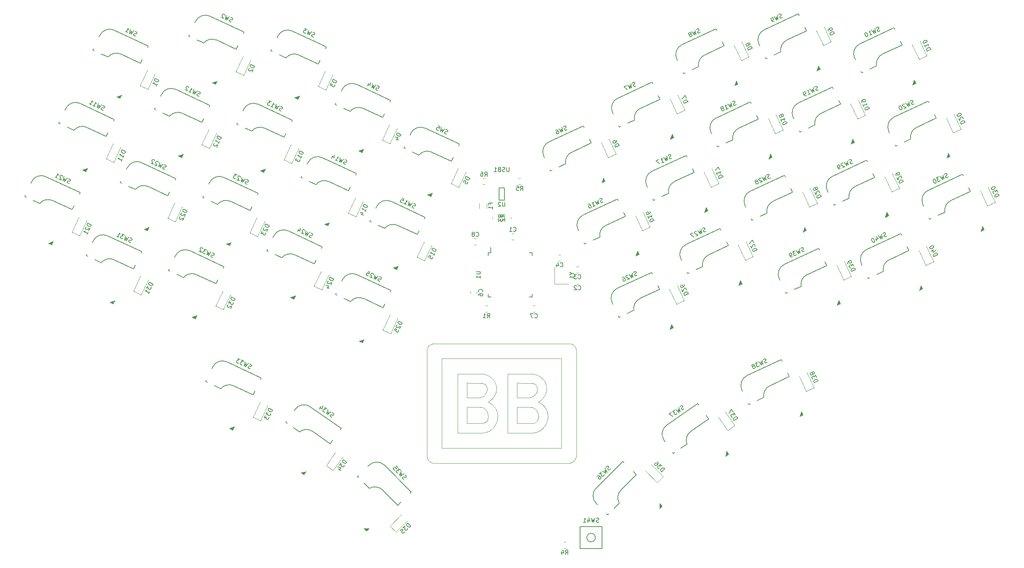
<source format=gbr>
%TF.GenerationSoftware,KiCad,Pcbnew,(5.1.9)-1*%
%TF.CreationDate,2021-07-16T02:30:04-07:00*%
%TF.ProjectId,barobord,6261726f-626f-4726-942e-6b696361645f,rev?*%
%TF.SameCoordinates,Original*%
%TF.FileFunction,Legend,Bot*%
%TF.FilePolarity,Positive*%
%FSLAX46Y46*%
G04 Gerber Fmt 4.6, Leading zero omitted, Abs format (unit mm)*
G04 Created by KiCad (PCBNEW (5.1.9)-1) date 2021-07-16 02:30:04*
%MOMM*%
%LPD*%
G01*
G04 APERTURE LIST*
%ADD10C,0.001800*%
%ADD11C,0.100000*%
%ADD12C,0.150000*%
%ADD13C,0.120000*%
G04 APERTURE END LIST*
D10*
X154409602Y-120867558D02*
G75*
G02*
X154328007Y-121063457I-1736827J608476D01*
G01*
X154490835Y-120462858D02*
G75*
G02*
X154462129Y-120675602I-1697748J120776D01*
G01*
X152421147Y-118008644D02*
X152806144Y-118014631D01*
X151898345Y-118003515D02*
X152421147Y-118008644D01*
X149478785Y-119902833D02*
X149474978Y-117993248D01*
X154462129Y-120675602D02*
G75*
G02*
X154409602Y-120867558I-1397623J279281D01*
G01*
X149482593Y-121812418D02*
X149478785Y-119902833D01*
X152385167Y-121811739D02*
X151282593Y-121812418D01*
X154369056Y-119405231D02*
G75*
G02*
X154443206Y-119653251I-1864126J-692404D01*
G01*
X154224322Y-121240773D02*
G75*
G02*
X154099030Y-121391203I-909582J630192D01*
G01*
X153652802Y-121675979D02*
X153528737Y-121719622D01*
X154500093Y-120202286D02*
X154490836Y-120462858D01*
X151282593Y-121812418D02*
X149482593Y-121812418D01*
X153394870Y-121755508D02*
X153247593Y-121784696D01*
X154328007Y-121063456D02*
G75*
G02*
X154224323Y-121240772I-1204358J585270D01*
G01*
X154443206Y-119653251D02*
G75*
G02*
X154485901Y-119914544I-2036408J-466881D01*
G01*
X154099030Y-121391203D02*
G75*
G02*
X153948752Y-121517652I-789780J786088D01*
G01*
X149474978Y-117993248D02*
X151136285Y-117999661D01*
X152837750Y-121808267D02*
X152385167Y-121811739D01*
X153247593Y-121784696D02*
G75*
G02*
X153094085Y-121800875I-208222J1239288D01*
G01*
X153948752Y-121517652D02*
G75*
G02*
X153770590Y-121623493I-791406J1129300D01*
G01*
X153770590Y-121623493D02*
X153652802Y-121675979D01*
X154485901Y-119914544D02*
G75*
G02*
X154500093Y-120202286I-2909876J-287740D01*
G01*
X152806145Y-118014631D02*
G75*
G02*
X152895093Y-118023163I-10187J-574136D01*
G01*
X153094085Y-121800875D02*
X152837750Y-121808267D01*
X154260539Y-119157418D02*
G75*
G02*
X154369056Y-119405231I-2113274J-1073068D01*
G01*
X151136285Y-117999661D02*
X151898345Y-118003515D01*
X153528737Y-121719622D02*
X153394870Y-121755508D01*
X153300867Y-118152153D02*
G75*
G02*
X153668148Y-118386336I-744031J-1572007D01*
G01*
X152859512Y-112349096D02*
G75*
G02*
X153075093Y-112368213I-5678J-1289075D01*
G01*
X156395957Y-113267208D02*
G75*
G02*
X156400718Y-114013520I-3667108J-396562D01*
G01*
X149510581Y-112338370D02*
X151224939Y-112343119D01*
X149482356Y-112357765D02*
G75*
G02*
X149510581Y-112338370I28145J-10724D01*
G01*
X154025096Y-114646301D02*
G75*
G02*
X153907056Y-114853276I-1408683J666241D01*
G01*
X152905852Y-115671303D02*
G75*
G02*
X152775093Y-115707374I-279612J758566D01*
G01*
X149479302Y-112374253D02*
G75*
G02*
X149482356Y-112357766I46613J-109D01*
G01*
X153454573Y-112471065D02*
X153569144Y-112522098D01*
X149478202Y-112867349D02*
X149479302Y-112374253D01*
X149477789Y-113416503D02*
X149478202Y-112867349D01*
X149478731Y-114064918D02*
X149477789Y-113416503D01*
X153217562Y-115522859D02*
G75*
G02*
X153059952Y-115606425I-1034433J1760587D01*
G01*
X149482593Y-115752418D02*
X149478731Y-114064918D01*
X153000051Y-110172472D02*
G75*
G02*
X153292593Y-110203820I-157538J-2850914D01*
G01*
X150705093Y-115756648D02*
X149482593Y-115752418D01*
X153779500Y-112655929D02*
X153855157Y-112728154D01*
X152140185Y-115748668D02*
X151555021Y-115756645D01*
X153360092Y-115429229D02*
G75*
G02*
X153217561Y-115522859I-1006790J1377322D01*
G01*
X155388737Y-111227699D02*
G75*
G02*
X155870013Y-111799918I-2267496J-2395624D01*
G01*
X156175232Y-112381765D02*
G75*
G02*
X156239940Y-112549918I-1765937J-776081D01*
G01*
X152552066Y-115733629D02*
X152140185Y-115748668D01*
X154203280Y-113511580D02*
X154207139Y-113752522D01*
X153557884Y-115264231D02*
G75*
G02*
X153360093Y-115429229I-1385454J1459761D01*
G01*
X154773880Y-110754243D02*
G75*
G02*
X155388737Y-111227699I-2011509J-3248234D01*
G01*
X154202844Y-113994612D02*
G75*
G02*
X154187207Y-114139918I-1014262J35653D01*
G01*
X153972452Y-112864103D02*
G75*
G02*
X154063138Y-113010775I-827685J-613127D01*
G01*
X153569144Y-112522098D02*
X153658006Y-112568460D01*
X154061732Y-110405863D02*
G75*
G02*
X154773881Y-110754244I-1388914J-3741233D01*
G01*
X150048843Y-110149931D02*
X147285093Y-110149918D01*
X152587481Y-110157652D02*
X151866141Y-110151170D01*
X155968307Y-111962392D02*
X155870013Y-111799918D01*
X154160423Y-114260053D02*
X154120011Y-114398175D01*
X152775092Y-115707373D02*
G75*
G02*
X152552066Y-115733629I-304293J1624441D01*
G01*
X153745692Y-115065769D02*
G75*
G02*
X153557884Y-115264231I-1940454J1648184D01*
G01*
X151866141Y-110151170D02*
X150048843Y-110149931D01*
X154063138Y-113010775D02*
G75*
G02*
X154132920Y-113179559I-1045970J-531265D01*
G01*
X154072785Y-114533822D02*
X154025096Y-114646301D01*
X153075093Y-112368213D02*
X153215840Y-112396657D01*
X156256265Y-114733715D02*
G75*
G02*
X155970963Y-115373763I-2833201J879294D01*
G01*
X154207139Y-113752522D02*
X154202843Y-113994613D01*
X154187469Y-113382418D02*
G75*
G02*
X154203280Y-113511580I-712256J-152741D01*
G01*
X154132921Y-113179558D02*
G75*
G02*
X154187469Y-113382418I-1942922J-631209D01*
G01*
X153720839Y-112608294D02*
G75*
G02*
X153779500Y-112655929I-382831J-531385D01*
G01*
X153339521Y-112430107D02*
X153454573Y-112471065D01*
X147285093Y-110149918D02*
X147285093Y-117102418D01*
X156239939Y-112549918D02*
G75*
G02*
X156395957Y-113267208I-3278352J-1088687D01*
G01*
X153292592Y-110203820D02*
G75*
G02*
X154061731Y-110405862I-636745J-3988987D01*
G01*
X156077000Y-112171002D02*
X155968307Y-111962392D01*
X152895093Y-118023163D02*
G75*
G02*
X153300867Y-118152153I-274542J-1566375D01*
G01*
X153059951Y-115606425D02*
G75*
G02*
X152905851Y-115671303I-792080J1665923D01*
G01*
X153658005Y-112568460D02*
G75*
G02*
X153720839Y-112608294I-304089J-549139D01*
G01*
X153215840Y-112396657D02*
X153339521Y-112430107D01*
X156175232Y-112381766D02*
X156077000Y-112171002D01*
X153907056Y-114853276D02*
G75*
G02*
X153745691Y-115065769I-2022788J1368566D01*
G01*
X154187207Y-114139918D02*
X154160423Y-114260053D01*
X151224939Y-112343119D02*
X152859512Y-112349095D01*
X153855157Y-112728154D02*
G75*
G02*
X153972451Y-112864103I-854589J-855895D01*
G01*
X153000051Y-110172473D02*
X152587481Y-110157652D01*
X156400718Y-114013520D02*
G75*
G02*
X156256266Y-114733715I-3556595J338773D01*
G01*
X154120011Y-114398175D02*
X154072785Y-114533822D01*
X153989829Y-118723590D02*
G75*
G02*
X154260539Y-119157418I-2322281J-1750486D01*
G01*
X153668148Y-118386336D02*
G75*
G02*
X153989830Y-118723590I-1288154J-1550715D01*
G01*
X151555021Y-115756645D02*
X150705093Y-115756648D01*
X141001025Y-118014636D02*
G75*
G02*
X141090093Y-118023197I-10216J-573878D01*
G01*
X139477593Y-121812418D02*
X137677593Y-121812418D01*
X156288060Y-122001216D02*
G75*
G02*
X155948916Y-122550593I-3810577J1972991D01*
G01*
X155948916Y-122550593D02*
G75*
G02*
X155535200Y-123035158I-3293794J2393301D01*
G01*
X147285093Y-117102418D02*
X147285093Y-124054918D01*
X141090092Y-118023198D02*
G75*
G02*
X141270879Y-118068041I-232690J-1324931D01*
G01*
X142170587Y-118701522D02*
G75*
G02*
X142267776Y-118834918I-1396068J-1119240D01*
G01*
X155535200Y-123035158D02*
G75*
G02*
X155255629Y-123285438I-2387872J2386047D01*
G01*
X154009198Y-123880709D02*
X154304317Y-123796659D01*
X137669978Y-117993248D02*
X139331285Y-117999661D01*
X151297045Y-124053979D02*
X152194073Y-124050888D01*
X153373213Y-124002641D02*
X153697467Y-123949630D01*
X141926600Y-118436580D02*
X142051786Y-118563335D01*
X137677593Y-121812418D02*
X137673785Y-119902833D01*
X140580167Y-121811739D02*
X139477593Y-121812418D01*
X142487215Y-121138226D02*
G75*
G02*
X142316080Y-121364590I-1088570J645109D01*
G01*
X140616913Y-118008647D02*
X141001024Y-118014636D01*
X150066775Y-124054918D02*
X151297045Y-124053979D01*
X141810294Y-118338325D02*
G75*
G02*
X141926600Y-118436580I-827599J-1097600D01*
G01*
X141289085Y-121800875D02*
X141032750Y-121808267D01*
X139331285Y-117999661D02*
X140094517Y-118003519D01*
X142696252Y-120202188D02*
G75*
G02*
X142673903Y-120569756I-3007250J-1620D01*
G01*
X142463754Y-119173643D02*
G75*
G02*
X142595780Y-119499823I-1945037J-977090D01*
G01*
X152194073Y-124050888D02*
X152875452Y-124046446D01*
X141652021Y-118234828D02*
G75*
G02*
X141810293Y-118338325I-692798J-1232227D01*
G01*
X155970963Y-115373764D02*
G75*
G02*
X155717111Y-115740291I-2816643J1679601D01*
G01*
X142142656Y-121517166D02*
G75*
G02*
X141946226Y-121634948I-737624J1007474D01*
G01*
X154470038Y-116791732D02*
X154637671Y-116687661D01*
X156696414Y-120792419D02*
G75*
G02*
X156540577Y-121407872I-3966226J676822D01*
G01*
X142595780Y-119499823D02*
G75*
G02*
X142670969Y-119835428I-1972522J-618150D01*
G01*
X155255630Y-123285438D02*
G75*
G02*
X154957141Y-123495972I-1893785J2368088D01*
G01*
X154639900Y-123666343D02*
G75*
G02*
X154304317Y-123796659I-1230426J2671275D01*
G01*
X152875452Y-124046446D02*
X153040525Y-124038969D01*
X142267776Y-118834918D02*
G75*
G02*
X142463754Y-119173643I-2769574J-1828466D01*
G01*
X153040525Y-124038969D02*
X153373213Y-124002641D01*
X140094517Y-118003519D02*
X140616913Y-118008647D01*
X142605408Y-120877447D02*
G75*
G02*
X142487216Y-121138226I-1245732J407424D01*
G01*
X155717111Y-115740290D02*
G75*
G02*
X155404982Y-116086801I-3065442J2447444D01*
G01*
X142673903Y-120569756D02*
G75*
G02*
X142605407Y-120877447I-1614493J197937D01*
G01*
X155404982Y-116086802D02*
G75*
G02*
X155042388Y-116405193I-2947244J2990752D01*
G01*
X155042388Y-116405193D02*
G75*
G02*
X154637671Y-116687661I-2827675J3620295D01*
G01*
X141716428Y-121722533D02*
G75*
G02*
X141442593Y-121784696I-683879J2378348D01*
G01*
X154634289Y-116875675D02*
X154470038Y-116791732D01*
X156651372Y-119284918D02*
G75*
G02*
X156716674Y-119647184I-3288788J-779860D01*
G01*
X141946226Y-121634948D02*
G75*
G02*
X141716428Y-121722533I-634065J1318353D01*
G01*
X141465190Y-118141722D02*
G75*
G02*
X141652021Y-118234828I-839415J-1918418D01*
G01*
X142316080Y-121364589D02*
G75*
G02*
X142142656Y-121517165I-936316J889409D01*
G01*
X137673785Y-119902833D02*
X137669978Y-117993248D01*
X154957141Y-123495971D02*
G75*
G02*
X154639900Y-123666342I-1549005J2503801D01*
G01*
X141032750Y-121808267D02*
X140580167Y-121811739D01*
X154634289Y-116875675D02*
G75*
G02*
X155362377Y-117337155I-2124296J-4156655D01*
G01*
X142051786Y-118563335D02*
X142170587Y-118701522D01*
X156385091Y-118559429D02*
G75*
G02*
X156651371Y-119284918I-2902182J-1476816D01*
G01*
X155362377Y-117337155D02*
G75*
G02*
X155951833Y-117903691I-2313286J-2996791D01*
G01*
X156739795Y-120421336D02*
G75*
G02*
X156696415Y-120792418I-3542894J226093D01*
G01*
X141270879Y-118068041D02*
G75*
G02*
X141465190Y-118141722I-638846J-1977805D01*
G01*
X155951833Y-117903691D02*
G75*
G02*
X156385091Y-118559430I-2668415J-2234068D01*
G01*
X141442593Y-121784696D02*
G75*
G02*
X141289085Y-121800875I-208222J1239288D01*
G01*
X156716673Y-119647185D02*
G75*
G02*
X156746373Y-120032793I-4084576J-508541D01*
G01*
X156746373Y-120032792D02*
G75*
G02*
X156739795Y-120421336I-4151412J-124040D01*
G01*
X156540577Y-121407872D02*
G75*
G02*
X156288059Y-122001216I-4053846J1374850D01*
G01*
X153697467Y-123949630D02*
X154009198Y-123880709D01*
X147285093Y-124054918D02*
X150066775Y-124054918D01*
X142670969Y-119835428D02*
G75*
G02*
X142696252Y-120202188I-2668596J-368213D01*
G01*
X144584396Y-114132324D02*
X144600817Y-113925530D01*
X144580959Y-118558673D02*
G75*
G02*
X144844846Y-119277418I-2823026J-1444285D01*
G01*
X141270093Y-112368213D02*
X141410641Y-112396608D01*
X135480093Y-110149918D02*
X135480093Y-117102418D01*
X139411496Y-110150889D02*
X138243843Y-110149931D01*
X141034406Y-110158191D02*
X140314001Y-110153935D01*
X141172593Y-110164910D02*
X141034406Y-110158191D01*
X143917510Y-115739089D02*
G75*
G02*
X143435145Y-116243622I-2829743J2222562D01*
G01*
X143435145Y-116243623D02*
G75*
G02*
X142826315Y-116691241I-3215138J3735220D01*
G01*
X142833815Y-116877915D02*
G75*
G02*
X143557837Y-117337263I-2093986J-4100804D01*
G01*
X143589538Y-111235532D02*
G75*
G02*
X143898970Y-111572743I-2291620J-2413411D01*
G01*
X144553788Y-113005788D02*
X144502834Y-112783168D01*
X144606136Y-113667418D02*
X144601057Y-113409002D01*
X141855366Y-110280748D02*
G75*
G02*
X142488856Y-110498672I-952116J-3797462D01*
G01*
X144601057Y-113409002D02*
X144584864Y-113201859D01*
X144552824Y-114330245D02*
X144584396Y-114132324D01*
X141762979Y-112521519D02*
G75*
G02*
X141987300Y-112666920I-495339J-1009939D01*
G01*
X141172593Y-110164910D02*
G75*
G02*
X141855366Y-110280748I-403486J-4448339D01*
G01*
X140314001Y-110153935D02*
X139411496Y-110150889D01*
X141534216Y-112429995D02*
X141649021Y-112470802D01*
X144359139Y-112352536D02*
G75*
G02*
X144502834Y-112783168I-2993826J-1238285D01*
G01*
X144500632Y-114559522D02*
X144552824Y-114330245D01*
X144500631Y-114559521D02*
G75*
G02*
X144271978Y-115177310I-3031641J770851D01*
G01*
X142488856Y-110498672D02*
G75*
G02*
X143068094Y-110818032I-1543499J-3484479D01*
G01*
X144600817Y-113925530D02*
X144606136Y-113667418D01*
X142665038Y-116791732D02*
X142826315Y-116691241D01*
X142833815Y-116877915D02*
X142665038Y-116791732D01*
X143068093Y-110818032D02*
G75*
G02*
X143589539Y-111235532I-2207391J-3291355D01*
G01*
X144271979Y-115177311D02*
G75*
G02*
X143917511Y-115739090I-2897033J1435228D01*
G01*
X144156858Y-111946969D02*
G75*
G02*
X144359139Y-112352537I-2771654J-1635620D01*
G01*
X144584864Y-113201859D02*
X144553788Y-113005788D01*
X143557836Y-117337263D02*
G75*
G02*
X144147232Y-117904141I-2336148J-3018787D01*
G01*
X144147232Y-117904141D02*
G75*
G02*
X144580960Y-118558673I-2684364J-2249774D01*
G01*
X141649021Y-112470802D02*
X141762979Y-112521519D01*
X141410641Y-112396608D02*
X141534216Y-112429995D01*
X138243843Y-110149931D02*
X135480093Y-110149918D01*
X143898971Y-111572744D02*
G75*
G02*
X144156858Y-111946969I-2529702J-2019247D01*
G01*
X141766313Y-115249163D02*
X141689424Y-115318814D01*
X142397995Y-113992614D02*
G75*
G02*
X142381782Y-114139918I-1037549J39655D01*
G01*
X141987300Y-112666920D02*
G75*
G02*
X142165726Y-112858486I-662730J-796149D01*
G01*
X142398099Y-113521902D02*
X142402496Y-113756793D01*
X141254951Y-115606425D02*
G75*
G02*
X141100851Y-115671303I-792080J1665923D01*
G01*
X142190137Y-114702953D02*
G75*
G02*
X142032853Y-114952688I-1666656J875274D01*
G01*
X139419939Y-112343119D02*
X141054512Y-112349095D01*
X142296987Y-113097279D02*
G75*
G02*
X142381753Y-113382418I-1485590J-596807D01*
G01*
X137705581Y-112338370D02*
X139419939Y-112343119D01*
X137677356Y-112357765D02*
G75*
G02*
X137705581Y-112338370I28145J-10724D01*
G01*
X137672789Y-113416503D02*
X137673202Y-112867349D01*
X137673731Y-114064918D02*
X137672789Y-113416503D01*
X142381783Y-114139918D02*
G75*
G02*
X142305933Y-114432676I-2054458J376076D01*
G01*
X138900093Y-115756648D02*
X137677593Y-115752418D01*
X140747066Y-115733629D02*
X140335185Y-115748668D01*
X142402496Y-113756793D02*
X142397996Y-113992615D01*
X141689424Y-115318814D02*
X141614619Y-115382809D01*
X142165726Y-112858486D02*
G75*
G02*
X142296987Y-113097280I-919578J-660948D01*
G01*
X141614619Y-115382809D02*
X141555093Y-115429229D01*
X142032853Y-114952687D02*
G75*
G02*
X141833348Y-115184224I-1734377J1292715D01*
G01*
X140970092Y-115707373D02*
G75*
G02*
X140747066Y-115733629I-304293J1624441D01*
G01*
X137674302Y-112374253D02*
G75*
G02*
X137677356Y-112357766I46613J-109D01*
G01*
X142381753Y-113382418D02*
G75*
G02*
X142398099Y-113521902I-869846J-172638D01*
G01*
X137677593Y-115752418D02*
X137673731Y-114064918D01*
X141100852Y-115671303D02*
G75*
G02*
X140970093Y-115707374I-279612J758566D01*
G01*
X141412562Y-115522859D02*
G75*
G02*
X141254952Y-115606425I-1034433J1760587D01*
G01*
X140335185Y-115748668D02*
X139750021Y-115756645D01*
X137673202Y-112867349D02*
X137674302Y-112374253D01*
X141833348Y-115184224D02*
X141766313Y-115249163D01*
X139750021Y-115756645D02*
X138900093Y-115756648D01*
X141555092Y-115429229D02*
G75*
G02*
X141412561Y-115522859I-1006790J1377322D01*
G01*
X142305933Y-114432677D02*
G75*
G02*
X142190137Y-114702953I-1769273J598075D01*
G01*
X141054512Y-112349096D02*
G75*
G02*
X141270093Y-112368213I-5678J-1289075D01*
G01*
X129610404Y-103086153D02*
G75*
G02*
X129768838Y-103055881I334702J-1322000D01*
G01*
X163406423Y-117025296D02*
X163402593Y-104532418D01*
X163321247Y-129951020D02*
G75*
G02*
X163225705Y-130187629I-1667202J535621D01*
G01*
X163408458Y-126396138D02*
X163406423Y-117025296D01*
X163401607Y-128516562D02*
X163408458Y-126396138D01*
X163384173Y-129581130D02*
X163401607Y-128516562D01*
X163384174Y-129581130D02*
G75*
G02*
X163321248Y-129951019I-1321925J34589D01*
G01*
X163225705Y-130187628D02*
G75*
G02*
X163096704Y-130408104I-1578293J775488D01*
G01*
X129396132Y-131052860D02*
G75*
G02*
X129220283Y-130977758I599864J1647987D01*
G01*
X129120913Y-103279439D02*
G75*
G02*
X129267818Y-103204376I740391J-1267723D01*
G01*
X128399234Y-130110360D02*
G75*
G02*
X128297351Y-129816195I2257446J946589D01*
G01*
X145822593Y-131157418D02*
X161902593Y-131157418D01*
X129396132Y-131052860D02*
X129598816Y-131117660D01*
X129742593Y-131157418D02*
X145822593Y-131157418D01*
X163096704Y-130408105D02*
G75*
G02*
X162937869Y-130606473I-1434176J985576D01*
G01*
X162937869Y-130606473D02*
G75*
G02*
X162753465Y-130777237I-1220428J1132964D01*
G01*
X162434307Y-130981784D02*
G75*
G02*
X162261057Y-131054737I-723339J1475594D01*
G01*
X129610403Y-103086152D02*
X129437190Y-103137862D01*
X162594693Y-130891134D02*
G75*
G02*
X162434307Y-130981783I-852036J1320303D01*
G01*
X128530364Y-130361418D02*
G75*
G02*
X128399235Y-130110360I1420265J901587D01*
G01*
X162063495Y-131115461D02*
X162261057Y-131054737D01*
X128257593Y-117109918D02*
X128257593Y-129672418D01*
X128293275Y-104405760D02*
X128257593Y-104547418D01*
X129220283Y-130977758D02*
G75*
G02*
X129060648Y-130887308I708223J1436040D01*
G01*
X128257593Y-104547418D02*
X128257593Y-117109918D01*
X128597193Y-103749009D02*
G75*
G02*
X128833751Y-103488503I1371710J-1007954D01*
G01*
X161902593Y-131157418D02*
X162063495Y-131115461D01*
X129598816Y-131117660D02*
X129742593Y-131157418D01*
X129060648Y-130887308D02*
G75*
G02*
X128906909Y-130776426I988209J1532189D01*
G01*
X128906909Y-130776426D02*
G75*
G02*
X128697475Y-130579887I1172215J1458979D01*
G01*
X128293275Y-104405760D02*
G75*
G02*
X128416102Y-104056758I1960286J-493780D01*
G01*
X128416102Y-104056758D02*
G75*
G02*
X128597193Y-103749009I1596321J-732183D01*
G01*
X128257593Y-129672418D02*
X128297351Y-129816195D01*
X128833751Y-103488503D02*
G75*
G02*
X129120913Y-103279439I1178136J-1316492D01*
G01*
X129437190Y-103137862D02*
X129267818Y-103204376D01*
X162753465Y-130777236D02*
G75*
G02*
X162594693Y-130891134I-1236036J1555418D01*
G01*
X163021601Y-103696735D02*
G75*
G02*
X163132482Y-103850474I-1421308J-1141948D01*
G01*
X163132482Y-103850474D02*
G75*
G02*
X163222932Y-104010109I-1345590J-867858D01*
G01*
X163222932Y-104010109D02*
G75*
G02*
X163298034Y-104185958I-1572885J-775713D01*
G01*
X163362834Y-104388642D02*
X163298034Y-104185958D01*
X163402593Y-104532418D02*
X163362834Y-104388642D01*
X128697475Y-130579887D02*
G75*
G02*
X128530364Y-130361418I1163621J1063223D01*
G01*
X162358841Y-103189276D02*
G75*
G02*
X162607482Y-103320156I-651892J-1540052D01*
G01*
X162607482Y-103320157D02*
G75*
G02*
X162825591Y-103487674I-858972J-1344135D01*
G01*
X162825591Y-103487674D02*
G75*
G02*
X163021600Y-103696735I-1268485J-1385711D01*
G01*
X162071558Y-103089608D02*
X161917593Y-103047418D01*
X134543130Y-103047802D02*
X129845868Y-103050856D01*
X139737938Y-103045697D02*
X134543130Y-103047802D01*
X131764112Y-106584631D02*
G75*
G02*
X131767042Y-106568661I45070J-14D01*
G01*
X131763143Y-109675096D02*
X131764112Y-106584631D01*
X131762801Y-113078402D02*
X131763143Y-109675096D01*
X131763760Y-117117418D02*
X131762801Y-113078402D01*
X131767593Y-127647418D02*
X131763760Y-117117418D01*
X129768838Y-103055881D02*
G75*
G02*
X129845868Y-103050856I77425J-593980D01*
G01*
X145830093Y-127647418D02*
X131767593Y-127647418D01*
X162071559Y-103089609D02*
G75*
G02*
X162358841Y-103189276I-604819J-2207202D01*
G01*
X159892593Y-127647418D02*
X145830093Y-127647418D01*
X159892593Y-117102418D02*
X159892593Y-127647418D01*
X145890093Y-103045539D02*
X139737938Y-103045697D01*
X161917593Y-103047418D02*
X145890093Y-103045539D01*
X142852592Y-123658404D02*
G75*
G02*
X142523652Y-123789142I-1178716J2486503D01*
G01*
X140389073Y-124050888D02*
X141070452Y-124046446D01*
X138511941Y-106552445D02*
X145833375Y-106553661D01*
X131767042Y-106568660D02*
G75*
G02*
X131783267Y-106557449I16244J-6162D01*
G01*
X159892593Y-106557418D02*
X159892593Y-117102418D01*
X143531166Y-123219604D02*
X143737927Y-123028125D01*
X143531165Y-123219604D02*
G75*
G02*
X143317694Y-123386349I-1981457J2316695D01*
G01*
X143317694Y-123386348D02*
G75*
G02*
X143092990Y-123531528I-1722495J2419533D01*
G01*
X142128177Y-123899676D02*
X142523652Y-123789142D01*
X141691072Y-123984836D02*
X142128177Y-123899676D01*
X138261775Y-124054918D02*
X139492045Y-124053979D01*
X131783267Y-106557449D02*
X134587517Y-106554410D01*
X134587517Y-106554410D02*
X138511941Y-106552445D01*
X144844846Y-119277418D02*
G75*
G02*
X144921799Y-119731803I-3558223J-836316D01*
G01*
X144094872Y-122617443D02*
G75*
G02*
X143737927Y-123028125I-3159809J2385894D01*
G01*
X144921799Y-119731803D02*
G75*
G02*
X144943079Y-120201525I-3938028J-413751D01*
G01*
X144943079Y-120201525D02*
G75*
G02*
X144908494Y-120672837I-3999065J56530D01*
G01*
X144908494Y-120672838D02*
G75*
G02*
X144818629Y-121131974I-3808676J507094D01*
G01*
X144400868Y-122152816D02*
G75*
G02*
X144094873Y-122617443I-3757848J2141771D01*
G01*
X141235525Y-124038969D02*
X141691072Y-123984836D01*
X141070452Y-124046446D02*
X141235525Y-124038969D01*
X135480093Y-124054918D02*
X138261775Y-124054918D01*
X139492045Y-124053979D02*
X140389073Y-124050888D01*
X135480093Y-117102418D02*
X135480093Y-124054918D01*
X145833375Y-106553661D02*
X159892593Y-106557418D01*
X144818629Y-121131973D02*
G75*
G02*
X144645316Y-121651656I-3919025J1018249D01*
G01*
X144645315Y-121651656D02*
G75*
G02*
X144400867Y-122152815I-4019122J1650195D01*
G01*
X142852593Y-123658404D02*
X143092990Y-123531528D01*
D11*
%TO.C,D56*%
G36*
X121538827Y-84806812D02*
G01*
X120342794Y-85242133D01*
X121158471Y-85622489D01*
X121538827Y-84806812D01*
G37*
X121538827Y-84806812D02*
X120342794Y-85242133D01*
X121158471Y-85622489D01*
X121538827Y-84806812D01*
%TO.C,D57*%
G36*
X113509081Y-102026659D02*
G01*
X112313048Y-102461980D01*
X113128725Y-102842336D01*
X113509081Y-102026659D01*
G37*
X113509081Y-102026659D02*
X112313048Y-102461980D01*
X113128725Y-102842336D01*
X113509081Y-102026659D01*
%TO.C,D45*%
G36*
X62906085Y-75671649D02*
G01*
X61710052Y-76106970D01*
X62525729Y-76487326D01*
X62906085Y-75671649D01*
G37*
X62906085Y-75671649D02*
X61710052Y-76106970D01*
X62525729Y-76487326D01*
X62906085Y-75671649D01*
%TO.C,D65*%
G36*
X177774158Y-81256819D02*
G01*
X177338838Y-82452852D01*
X178154515Y-82072496D01*
X177774158Y-81256819D01*
G37*
X177774158Y-81256819D02*
X177338838Y-82452852D01*
X178154515Y-82072496D01*
X177774158Y-81256819D01*
%TO.C,D59*%
G36*
X99879412Y-133149724D02*
G01*
X98625957Y-133370742D01*
X99363194Y-133886960D01*
X99879412Y-133149724D01*
G37*
X99879412Y-133149724D02*
X98625957Y-133370742D01*
X99363194Y-133886960D01*
X99879412Y-133149724D01*
%TO.C,D53*%
G36*
X105375526Y-74511295D02*
G01*
X104179493Y-74946616D01*
X104995170Y-75326972D01*
X105375526Y-74511295D01*
G37*
X105375526Y-74511295D02*
X104179493Y-74946616D01*
X104995170Y-75326972D01*
X105375526Y-74511295D01*
%TO.C,D52*%
G36*
X97345779Y-91731143D02*
G01*
X96149746Y-92166464D01*
X96965423Y-92546820D01*
X97345779Y-91731143D01*
G37*
X97345779Y-91731143D02*
X96149746Y-92166464D01*
X96965423Y-92546820D01*
X97345779Y-91731143D01*
%TO.C,D54*%
G36*
X113405273Y-57291448D02*
G01*
X112209240Y-57726769D01*
X113024917Y-58107125D01*
X113405273Y-57291448D01*
G37*
X113405273Y-57291448D02*
X112209240Y-57726769D01*
X113024917Y-58107125D01*
X113405273Y-57291448D01*
D12*
%TO.C,SW24*%
X90783131Y-80841361D02*
X90622113Y-81186665D01*
X102215679Y-83369866D02*
X101786299Y-84290675D01*
X101786299Y-84290675D02*
X97182255Y-82143774D01*
X94143878Y-82828891D02*
X92578832Y-82099097D01*
X90967416Y-81347682D02*
X90622113Y-81186665D01*
X92232289Y-77733632D02*
X92071271Y-78078935D01*
X95607761Y-76505061D02*
X103664837Y-80262137D01*
X103664837Y-80262137D02*
X103503820Y-80607440D01*
X94135866Y-82846074D02*
G75*
G02*
X97182255Y-82143774I1972939J-1599722D01*
G01*
X92232290Y-77733632D02*
G75*
G02*
X95607761Y-76505061I2302021J-1073450D01*
G01*
%TO.C,SW4*%
X106842625Y-46401666D02*
X106681607Y-46746970D01*
X118275173Y-48930171D02*
X117845793Y-49850980D01*
X117845793Y-49850980D02*
X113241749Y-47704079D01*
X110203372Y-48389196D02*
X108638326Y-47659402D01*
X107026910Y-46907987D02*
X106681607Y-46746970D01*
X108291783Y-43293937D02*
X108130765Y-43639240D01*
X111667255Y-42065366D02*
X119724331Y-45822442D01*
X119724331Y-45822442D02*
X119563314Y-46167745D01*
X110195360Y-48406379D02*
G75*
G02*
X113241749Y-47704079I1972939J-1599722D01*
G01*
X108291784Y-43293937D02*
G75*
G02*
X111667255Y-42065366I2302021J-1073450D01*
G01*
%TO.C,SW14*%
X98812878Y-63621513D02*
X98651860Y-63966817D01*
X110245426Y-66150018D02*
X109816046Y-67070827D01*
X109816046Y-67070827D02*
X105212002Y-64923926D01*
X102173625Y-65609043D02*
X100608579Y-64879249D01*
X98997163Y-64127834D02*
X98651860Y-63966817D01*
X100262036Y-60513784D02*
X100101018Y-60859087D01*
X103637508Y-59285213D02*
X111694584Y-63042289D01*
X111694584Y-63042289D02*
X111533567Y-63387592D01*
X102165613Y-65626226D02*
G75*
G02*
X105212002Y-64923926I1972939J-1599722D01*
G01*
X100262037Y-60513784D02*
G75*
G02*
X103637508Y-59285213I2302021J-1073450D01*
G01*
%TO.C,SW34*%
X95307456Y-121285790D02*
X95088924Y-121597887D01*
X106127248Y-125761123D02*
X105544495Y-126593381D01*
X105544495Y-126593381D02*
X101383202Y-123679613D01*
X98272016Y-123826712D02*
X96857473Y-122836239D01*
X95401020Y-121816420D02*
X95088924Y-121597887D01*
X97274250Y-118476918D02*
X97055717Y-118789015D01*
X100811780Y-117853156D02*
X108094042Y-122952250D01*
X108094042Y-122952250D02*
X107875509Y-123264347D01*
X98261141Y-123842243D02*
G75*
G02*
X101383202Y-123679613I1665177J-1918016D01*
G01*
X97274250Y-118476918D02*
G75*
G02*
X100811780Y-117853156I2080646J-1456884D01*
G01*
%TO.C,SW7*%
X173347266Y-51768918D02*
X173508284Y-52114222D01*
X182632914Y-44636370D02*
X183062294Y-45557178D01*
X183062294Y-45557178D02*
X178458251Y-47704079D01*
X177030049Y-50471995D02*
X175465002Y-51201789D01*
X173853587Y-51953204D02*
X173508284Y-52114222D01*
X171898108Y-48661189D02*
X172059126Y-49006492D01*
X173126680Y-45285717D02*
X181183756Y-41528640D01*
X181183756Y-41528640D02*
X181344774Y-41873944D01*
X177038062Y-50489178D02*
G75*
G02*
X178458251Y-47704079I2493639J483077D01*
G01*
X171898109Y-48661188D02*
G75*
G02*
X173126680Y-45285717I2302021J1073450D01*
G01*
%TO.C,SW40*%
X231876201Y-87368966D02*
X232037219Y-87714270D01*
X241161849Y-80236418D02*
X241591229Y-81157226D01*
X241591229Y-81157226D02*
X236987186Y-83304127D01*
X235558984Y-86072043D02*
X233993937Y-86801837D01*
X232382522Y-87553252D02*
X232037219Y-87714270D01*
X230427043Y-84261237D02*
X230588061Y-84606540D01*
X231655615Y-80885765D02*
X239712691Y-77128688D01*
X239712691Y-77128688D02*
X239873709Y-77473992D01*
X235566997Y-86089226D02*
G75*
G02*
X236987186Y-83304127I2493639J483077D01*
G01*
X230427044Y-84261236D02*
G75*
G02*
X231655615Y-80885765I2302021J1073450D01*
G01*
%TO.C,SW39*%
X212543263Y-90867174D02*
X212704281Y-91212478D01*
X221828911Y-83734626D02*
X222258291Y-84655434D01*
X222258291Y-84655434D02*
X217654248Y-86802335D01*
X216226046Y-89570251D02*
X214660999Y-90300045D01*
X213049584Y-91051460D02*
X212704281Y-91212478D01*
X211094105Y-87759445D02*
X211255123Y-88104748D01*
X212322677Y-84383973D02*
X220379753Y-80626896D01*
X220379753Y-80626896D02*
X220540771Y-80972200D01*
X216234059Y-89587434D02*
G75*
G02*
X217654248Y-86802335I2493639J483077D01*
G01*
X211094106Y-87759444D02*
G75*
G02*
X212322677Y-84383973I2302021J1073450D01*
G01*
%TO.C,SW38*%
X203775780Y-117023077D02*
X203936798Y-117368381D01*
X213061428Y-109890529D02*
X213490808Y-110811337D01*
X213490808Y-110811337D02*
X208886765Y-112958238D01*
X207458563Y-115726154D02*
X205893516Y-116455948D01*
X204282101Y-117207363D02*
X203936798Y-117368381D01*
X202326622Y-113915348D02*
X202487640Y-114260651D01*
X203555194Y-110539876D02*
X211612270Y-106782799D01*
X211612270Y-106782799D02*
X211773288Y-107128103D01*
X207466576Y-115743337D02*
G75*
G02*
X208886765Y-112958238I2493639J483077D01*
G01*
X202326623Y-113915347D02*
G75*
G02*
X203555194Y-110539876I2302021J1073450D01*
G01*
%TO.C,SW37*%
X185989313Y-128570211D02*
X186207845Y-128882308D01*
X193895337Y-119933586D02*
X194478090Y-120765845D01*
X194478090Y-120765845D02*
X190316798Y-123679613D01*
X189390938Y-126653483D02*
X187976395Y-127643956D01*
X186519942Y-128663775D02*
X186207845Y-128882308D01*
X184022519Y-125761339D02*
X184241052Y-126073435D01*
X184646281Y-122223808D02*
X191928543Y-117124714D01*
X191928543Y-117124714D02*
X192147076Y-117436811D01*
X189401812Y-126669013D02*
G75*
G02*
X190316798Y-123679613I2371870J908754D01*
G01*
X184022519Y-125761338D02*
G75*
G02*
X184646281Y-122223808I2080646J1456884D01*
G01*
%TO.C,SW36*%
X170478201Y-143030507D02*
X170747609Y-143299914D01*
X176764381Y-133152225D02*
X177482801Y-133870645D01*
X177482801Y-133870645D02*
X173890699Y-137462748D01*
X173495312Y-140552212D02*
X172274253Y-141773271D01*
X171017017Y-143030507D02*
X170747609Y-143299914D01*
X168053532Y-140605837D02*
X168322940Y-140875245D01*
X168053532Y-137013735D02*
X174339712Y-130727556D01*
X174339712Y-130727556D02*
X174609119Y-130996963D01*
X173508718Y-140565618D02*
G75*
G02*
X173890699Y-137462748I2178032J1306819D01*
G01*
X168053533Y-140605838D02*
G75*
G02*
X168053532Y-137013735I1796051J1796052D01*
G01*
%TO.C,SW35*%
X112241542Y-134050250D02*
X111972135Y-134319658D01*
X122119824Y-140336430D02*
X121401404Y-141054850D01*
X121401404Y-141054850D02*
X117809301Y-137462748D01*
X114719837Y-137067361D02*
X113498778Y-135846302D01*
X112241542Y-134589066D02*
X111972135Y-134319658D01*
X114666212Y-131625581D02*
X114396804Y-131894989D01*
X118258314Y-131625581D02*
X124544493Y-137911761D01*
X124544493Y-137911761D02*
X124275086Y-138181168D01*
X114706431Y-137080767D02*
G75*
G02*
X117809301Y-137462748I1306819J-2178032D01*
G01*
X114666211Y-131625582D02*
G75*
G02*
X118258314Y-131625581I1796052J-1796051D01*
G01*
%TO.C,SW33*%
X76414111Y-111655825D02*
X76253093Y-112001129D01*
X87846659Y-114184330D02*
X87417279Y-115105139D01*
X87417279Y-115105139D02*
X82813235Y-112958238D01*
X79774858Y-113643355D02*
X78209812Y-112913561D01*
X76598396Y-112162146D02*
X76253093Y-112001129D01*
X77863269Y-108548096D02*
X77702251Y-108893399D01*
X81238741Y-107319525D02*
X89295817Y-111076601D01*
X89295817Y-111076601D02*
X89134800Y-111421904D01*
X79766846Y-113660538D02*
G75*
G02*
X82813235Y-112958238I1972939J-1599722D01*
G01*
X77863270Y-108548096D02*
G75*
G02*
X81238741Y-107319525I2302021J-1073450D01*
G01*
%TO.C,SW32*%
X67646628Y-85499922D02*
X67485610Y-85845226D01*
X79079176Y-88028427D02*
X78649796Y-88949236D01*
X78649796Y-88949236D02*
X74045752Y-86802335D01*
X71007375Y-87487452D02*
X69442329Y-86757658D01*
X67830913Y-86006243D02*
X67485610Y-85845226D01*
X69095786Y-82392193D02*
X68934768Y-82737496D01*
X72471258Y-81163622D02*
X80528334Y-84920698D01*
X80528334Y-84920698D02*
X80367317Y-85266001D01*
X70999363Y-87504635D02*
G75*
G02*
X74045752Y-86802335I1972939J-1599722D01*
G01*
X69095787Y-82392193D02*
G75*
G02*
X72471258Y-81163622I2302021J-1073450D01*
G01*
%TO.C,SW31*%
X48313690Y-82001714D02*
X48152672Y-82347018D01*
X59746238Y-84530219D02*
X59316858Y-85451028D01*
X59316858Y-85451028D02*
X54712814Y-83304127D01*
X51674437Y-83989244D02*
X50109391Y-83259450D01*
X48497975Y-82508035D02*
X48152672Y-82347018D01*
X49762848Y-78893985D02*
X49601830Y-79239288D01*
X53138320Y-77665414D02*
X61195396Y-81422490D01*
X61195396Y-81422490D02*
X61034379Y-81767793D01*
X51666425Y-84006427D02*
G75*
G02*
X54712814Y-83304127I1972939J-1599722D01*
G01*
X49762849Y-78893985D02*
G75*
G02*
X53138320Y-77665414I2302021J-1073450D01*
G01*
%TO.C,SW30*%
X246349029Y-73448219D02*
X246510047Y-73793523D01*
X255634677Y-66315671D02*
X256064057Y-67236479D01*
X256064057Y-67236479D02*
X251460014Y-69383380D01*
X250031812Y-72151296D02*
X248466765Y-72881090D01*
X246855350Y-73632505D02*
X246510047Y-73793523D01*
X244899871Y-70340490D02*
X245060889Y-70685793D01*
X246128443Y-66965018D02*
X254185519Y-63207941D01*
X254185519Y-63207941D02*
X254346537Y-63553245D01*
X250039825Y-72168479D02*
G75*
G02*
X251460014Y-69383380I2493639J483077D01*
G01*
X244899872Y-70340489D02*
G75*
G02*
X246128443Y-66965018I2302021J1073450D01*
G01*
%TO.C,SW29*%
X223846454Y-70149119D02*
X224007472Y-70494423D01*
X233132102Y-63016571D02*
X233561482Y-63937379D01*
X233561482Y-63937379D02*
X228957439Y-66084280D01*
X227529237Y-68852196D02*
X225964190Y-69581990D01*
X224352775Y-70333405D02*
X224007472Y-70494423D01*
X222397296Y-67041390D02*
X222558314Y-67386693D01*
X223625868Y-63665918D02*
X231682944Y-59908841D01*
X231682944Y-59908841D02*
X231843962Y-60254145D01*
X227537250Y-68869379D02*
G75*
G02*
X228957439Y-66084280I2493639J483077D01*
G01*
X222397297Y-67041389D02*
G75*
G02*
X223625868Y-63665918I2302021J1073450D01*
G01*
%TO.C,SW28*%
X204513516Y-73647327D02*
X204674534Y-73992631D01*
X213799164Y-66514779D02*
X214228544Y-67435587D01*
X214228544Y-67435587D02*
X209624501Y-69582488D01*
X208196299Y-72350404D02*
X206631252Y-73080198D01*
X205019837Y-73831613D02*
X204674534Y-73992631D01*
X203064358Y-70539598D02*
X203225376Y-70884901D01*
X204292930Y-67164126D02*
X212350006Y-63407049D01*
X212350006Y-63407049D02*
X212511024Y-63752353D01*
X208204312Y-72367587D02*
G75*
G02*
X209624501Y-69582488I2493639J483077D01*
G01*
X203064359Y-70539597D02*
G75*
G02*
X204292930Y-67164126I2302021J1073450D01*
G01*
%TO.C,SW27*%
X189406760Y-86208613D02*
X189567778Y-86553917D01*
X198692408Y-79076065D02*
X199121788Y-79996873D01*
X199121788Y-79996873D02*
X194517745Y-82143774D01*
X193089543Y-84911690D02*
X191524496Y-85641484D01*
X189913081Y-86392899D02*
X189567778Y-86553917D01*
X187957602Y-83100884D02*
X188118620Y-83446187D01*
X189186174Y-79725412D02*
X197243250Y-75968335D01*
X197243250Y-75968335D02*
X197404268Y-76313639D01*
X193097556Y-84928873D02*
G75*
G02*
X194517745Y-82143774I2493639J483077D01*
G01*
X187957603Y-83100883D02*
G75*
G02*
X189186174Y-79725412I2302021J1073450D01*
G01*
%TO.C,SW26*%
X173243458Y-96504129D02*
X173404476Y-96849433D01*
X182529106Y-89371581D02*
X182958486Y-90292389D01*
X182958486Y-90292389D02*
X178354443Y-92439290D01*
X176926241Y-95207206D02*
X175361194Y-95937000D01*
X173749779Y-96688415D02*
X173404476Y-96849433D01*
X171794300Y-93396400D02*
X171955318Y-93741703D01*
X173022872Y-90020928D02*
X181079948Y-86263851D01*
X181079948Y-86263851D02*
X181240966Y-86609155D01*
X176934254Y-95224389D02*
G75*
G02*
X178354443Y-92439290I2493639J483077D01*
G01*
X171794301Y-93396399D02*
G75*
G02*
X173022872Y-90020928I2302021J1073450D01*
G01*
%TO.C,SW25*%
X106946433Y-91136877D02*
X106785415Y-91482181D01*
X118378981Y-93665382D02*
X117949601Y-94586191D01*
X117949601Y-94586191D02*
X113345557Y-92439290D01*
X110307180Y-93124407D02*
X108742134Y-92394613D01*
X107130718Y-91643198D02*
X106785415Y-91482181D01*
X108395591Y-88029148D02*
X108234573Y-88374451D01*
X111771063Y-86800577D02*
X119828139Y-90557653D01*
X119828139Y-90557653D02*
X119667122Y-90902956D01*
X110299168Y-93141590D02*
G75*
G02*
X113345557Y-92439290I1972939J-1599722D01*
G01*
X108395592Y-88029148D02*
G75*
G02*
X111771063Y-86800577I2302021J-1073450D01*
G01*
%TO.C,SW23*%
X75676375Y-68280075D02*
X75515357Y-68625379D01*
X87108923Y-70808580D02*
X86679543Y-71729389D01*
X86679543Y-71729389D02*
X82075499Y-69582488D01*
X79037122Y-70267605D02*
X77472076Y-69537811D01*
X75860660Y-68786396D02*
X75515357Y-68625379D01*
X77125533Y-65172346D02*
X76964515Y-65517649D01*
X80501005Y-63943775D02*
X88558081Y-67700851D01*
X88558081Y-67700851D02*
X88397064Y-68046154D01*
X79029110Y-70284788D02*
G75*
G02*
X82075499Y-69582488I1972939J-1599722D01*
G01*
X77125534Y-65172346D02*
G75*
G02*
X80501005Y-63943775I2302021J-1073450D01*
G01*
%TO.C,SW22*%
X56343437Y-64781867D02*
X56182419Y-65127171D01*
X67775985Y-67310372D02*
X67346605Y-68231181D01*
X67346605Y-68231181D02*
X62742561Y-66084280D01*
X59704184Y-66769397D02*
X58139138Y-66039603D01*
X56527722Y-65288188D02*
X56182419Y-65127171D01*
X57792595Y-61674138D02*
X57631577Y-62019441D01*
X61168067Y-60445567D02*
X69225143Y-64202643D01*
X69225143Y-64202643D02*
X69064126Y-64547946D01*
X59696172Y-66786580D02*
G75*
G02*
X62742561Y-66084280I1972939J-1599722D01*
G01*
X57792596Y-61674138D02*
G75*
G02*
X61168067Y-60445567I2302021J-1073450D01*
G01*
%TO.C,SW21*%
X33840862Y-68080967D02*
X33679844Y-68426271D01*
X45273410Y-70609472D02*
X44844030Y-71530281D01*
X44844030Y-71530281D02*
X40239986Y-69383380D01*
X37201609Y-70068497D02*
X35636563Y-69338703D01*
X34025147Y-68587288D02*
X33679844Y-68426271D01*
X35290020Y-64973238D02*
X35129002Y-65318541D01*
X38665492Y-63744667D02*
X46722568Y-67501743D01*
X46722568Y-67501743D02*
X46561551Y-67847046D01*
X37193597Y-70085680D02*
G75*
G02*
X40239986Y-69383380I1972939J-1599722D01*
G01*
X35290021Y-64973238D02*
G75*
G02*
X38665492Y-63744667I2302021J-1073450D01*
G01*
%TO.C,SW20*%
X238319282Y-56228372D02*
X238480300Y-56573676D01*
X247604930Y-49095824D02*
X248034310Y-50016632D01*
X248034310Y-50016632D02*
X243430267Y-52163533D01*
X242002065Y-54931449D02*
X240437018Y-55661243D01*
X238825603Y-56412658D02*
X238480300Y-56573676D01*
X236870124Y-53120643D02*
X237031142Y-53465946D01*
X238098696Y-49745171D02*
X246155772Y-45988094D01*
X246155772Y-45988094D02*
X246316790Y-46333398D01*
X242010078Y-54948632D02*
G75*
G02*
X243430267Y-52163533I2493639J483077D01*
G01*
X236870125Y-53120642D02*
G75*
G02*
X238098696Y-49745171I2302021J1073450D01*
G01*
%TO.C,SW19*%
X215816707Y-52929272D02*
X215977725Y-53274576D01*
X225102355Y-45796724D02*
X225531735Y-46717532D01*
X225531735Y-46717532D02*
X220927692Y-48864433D01*
X219499490Y-51632349D02*
X217934443Y-52362143D01*
X216323028Y-53113558D02*
X215977725Y-53274576D01*
X214367549Y-49821543D02*
X214528567Y-50166846D01*
X215596121Y-46446071D02*
X223653197Y-42688994D01*
X223653197Y-42688994D02*
X223814215Y-43034298D01*
X219507503Y-51649532D02*
G75*
G02*
X220927692Y-48864433I2493639J483077D01*
G01*
X214367550Y-49821542D02*
G75*
G02*
X215596121Y-46446071I2302021J1073450D01*
G01*
%TO.C,SW18*%
X196483769Y-56427480D02*
X196644787Y-56772784D01*
X205769417Y-49294932D02*
X206198797Y-50215740D01*
X206198797Y-50215740D02*
X201594754Y-52362641D01*
X200166552Y-55130557D02*
X198601505Y-55860351D01*
X196990090Y-56611766D02*
X196644787Y-56772784D01*
X195034611Y-53319751D02*
X195195629Y-53665054D01*
X196263183Y-49944279D02*
X204320259Y-46187202D01*
X204320259Y-46187202D02*
X204481277Y-46532506D01*
X200174565Y-55147740D02*
G75*
G02*
X201594754Y-52362641I2493639J483077D01*
G01*
X195034612Y-53319750D02*
G75*
G02*
X196263183Y-49944279I2302021J1073450D01*
G01*
%TO.C,SW17*%
X181377013Y-68988765D02*
X181538031Y-69334069D01*
X190662661Y-61856217D02*
X191092041Y-62777025D01*
X191092041Y-62777025D02*
X186487998Y-64923926D01*
X185059796Y-67691842D02*
X183494749Y-68421636D01*
X181883334Y-69173051D02*
X181538031Y-69334069D01*
X179927855Y-65881036D02*
X180088873Y-66226339D01*
X181156427Y-62505564D02*
X189213503Y-58748487D01*
X189213503Y-58748487D02*
X189374521Y-59093791D01*
X185067809Y-67709025D02*
G75*
G02*
X186487998Y-64923926I2493639J483077D01*
G01*
X179927856Y-65881035D02*
G75*
G02*
X181156427Y-62505564I2302021J1073450D01*
G01*
%TO.C,SW16*%
X165213712Y-79284282D02*
X165374730Y-79629586D01*
X174499360Y-72151734D02*
X174928740Y-73072542D01*
X174928740Y-73072542D02*
X170324697Y-75219443D01*
X168896495Y-77987359D02*
X167331448Y-78717153D01*
X165720033Y-79468568D02*
X165374730Y-79629586D01*
X163764554Y-76176553D02*
X163925572Y-76521856D01*
X164993126Y-72801081D02*
X173050202Y-69044004D01*
X173050202Y-69044004D02*
X173211220Y-69389308D01*
X168904508Y-78004542D02*
G75*
G02*
X170324697Y-75219443I2493639J483077D01*
G01*
X163764555Y-76176552D02*
G75*
G02*
X164993126Y-72801081I2302021J1073450D01*
G01*
%TO.C,SW15*%
X114976179Y-73917030D02*
X114815161Y-74262334D01*
X126408727Y-76445535D02*
X125979347Y-77366344D01*
X125979347Y-77366344D02*
X121375303Y-75219443D01*
X118336926Y-75904560D02*
X116771880Y-75174766D01*
X115160464Y-74423351D02*
X114815161Y-74262334D01*
X116425337Y-70809301D02*
X116264319Y-71154604D01*
X119800809Y-69580730D02*
X127857885Y-73337806D01*
X127857885Y-73337806D02*
X127696868Y-73683109D01*
X118328914Y-75921743D02*
G75*
G02*
X121375303Y-75219443I1972939J-1599722D01*
G01*
X116425338Y-70809301D02*
G75*
G02*
X119800809Y-69580730I2302021J-1073450D01*
G01*
%TO.C,SW13*%
X83706122Y-51060228D02*
X83545104Y-51405532D01*
X95138670Y-53588733D02*
X94709290Y-54509542D01*
X94709290Y-54509542D02*
X90105246Y-52362641D01*
X87066869Y-53047758D02*
X85501823Y-52317964D01*
X83890407Y-51566549D02*
X83545104Y-51405532D01*
X85155280Y-47952499D02*
X84994262Y-48297802D01*
X88530752Y-46723928D02*
X96587828Y-50481004D01*
X96587828Y-50481004D02*
X96426811Y-50826307D01*
X87058857Y-53064941D02*
G75*
G02*
X90105246Y-52362641I1972939J-1599722D01*
G01*
X85155281Y-47952499D02*
G75*
G02*
X88530752Y-46723928I2302021J-1073450D01*
G01*
%TO.C,SW12*%
X64373184Y-47562020D02*
X64212166Y-47907324D01*
X75805732Y-50090525D02*
X75376352Y-51011334D01*
X75376352Y-51011334D02*
X70772308Y-48864433D01*
X67733931Y-49549550D02*
X66168885Y-48819756D01*
X64557469Y-48068341D02*
X64212166Y-47907324D01*
X65822342Y-44454291D02*
X65661324Y-44799594D01*
X69197814Y-43225720D02*
X77254890Y-46982796D01*
X77254890Y-46982796D02*
X77093873Y-47328099D01*
X67725919Y-49566733D02*
G75*
G02*
X70772308Y-48864433I1972939J-1599722D01*
G01*
X65822343Y-44454291D02*
G75*
G02*
X69197814Y-43225720I2302021J-1073450D01*
G01*
%TO.C,SW11*%
X41870609Y-50861120D02*
X41709591Y-51206424D01*
X53303157Y-53389625D02*
X52873777Y-54310434D01*
X52873777Y-54310434D02*
X48269733Y-52163533D01*
X45231356Y-52848650D02*
X43666310Y-52118856D01*
X42054894Y-51367441D02*
X41709591Y-51206424D01*
X43319767Y-47753391D02*
X43158749Y-48098694D01*
X46695239Y-46524820D02*
X54752315Y-50281896D01*
X54752315Y-50281896D02*
X54591298Y-50627199D01*
X45223344Y-52865833D02*
G75*
G02*
X48269733Y-52163533I1972939J-1599722D01*
G01*
X43319768Y-47753391D02*
G75*
G02*
X46695239Y-46524820I2302021J-1073450D01*
G01*
%TO.C,SW10*%
X230289535Y-39008525D02*
X230450553Y-39353829D01*
X239575183Y-31875977D02*
X240004563Y-32796785D01*
X240004563Y-32796785D02*
X235400520Y-34943686D01*
X233972318Y-37711602D02*
X232407271Y-38441396D01*
X230795856Y-39192811D02*
X230450553Y-39353829D01*
X228840377Y-35900796D02*
X229001395Y-36246099D01*
X230068949Y-32525324D02*
X238126025Y-28768247D01*
X238126025Y-28768247D02*
X238287043Y-29113551D01*
X233980331Y-37728785D02*
G75*
G02*
X235400520Y-34943686I2493639J483077D01*
G01*
X228840378Y-35900795D02*
G75*
G02*
X230068949Y-32525324I2302021J1073450D01*
G01*
%TO.C,SW9*%
X207786960Y-35709425D02*
X207947978Y-36054729D01*
X217072608Y-28576877D02*
X217501988Y-29497685D01*
X217501988Y-29497685D02*
X212897945Y-31644586D01*
X211469743Y-34412502D02*
X209904696Y-35142296D01*
X208293281Y-35893711D02*
X207947978Y-36054729D01*
X206337802Y-32601696D02*
X206498820Y-32946999D01*
X207566374Y-29226224D02*
X215623450Y-25469147D01*
X215623450Y-25469147D02*
X215784468Y-25814451D01*
X211477756Y-34429685D02*
G75*
G02*
X212897945Y-31644586I2493639J483077D01*
G01*
X206337803Y-32601695D02*
G75*
G02*
X207566374Y-29226224I2302021J1073450D01*
G01*
%TO.C,SW8*%
X188454022Y-39207633D02*
X188615040Y-39552937D01*
X197739670Y-32075085D02*
X198169050Y-32995893D01*
X198169050Y-32995893D02*
X193565007Y-35142794D01*
X192136805Y-37910710D02*
X190571758Y-38640504D01*
X188960343Y-39391919D02*
X188615040Y-39552937D01*
X187004864Y-36099904D02*
X187165882Y-36445207D01*
X188233436Y-32724432D02*
X196290512Y-28967355D01*
X196290512Y-28967355D02*
X196451530Y-29312659D01*
X192144818Y-37927893D02*
G75*
G02*
X193565007Y-35142794I2493639J483077D01*
G01*
X187004865Y-36099903D02*
G75*
G02*
X188233436Y-32724432I2302021J1073450D01*
G01*
%TO.C,SW6*%
X157183965Y-62064435D02*
X157344983Y-62409739D01*
X166469613Y-54931887D02*
X166898993Y-55852695D01*
X166898993Y-55852695D02*
X162294950Y-57999596D01*
X160866748Y-60767512D02*
X159301701Y-61497306D01*
X157690286Y-62248721D02*
X157344983Y-62409739D01*
X155734807Y-58956706D02*
X155895825Y-59302009D01*
X156963379Y-55581234D02*
X165020455Y-51824157D01*
X165020455Y-51824157D02*
X165181473Y-52169461D01*
X160874761Y-60784695D02*
G75*
G02*
X162294950Y-57999596I2493639J483077D01*
G01*
X155734808Y-58956705D02*
G75*
G02*
X156963379Y-55581234I2302021J1073450D01*
G01*
%TO.C,SW5*%
X123005926Y-56697183D02*
X122844908Y-57042487D01*
X134438474Y-59225688D02*
X134009094Y-60146497D01*
X134009094Y-60146497D02*
X129405050Y-57999596D01*
X126366673Y-58684713D02*
X124801627Y-57954919D01*
X123190211Y-57203504D02*
X122844908Y-57042487D01*
X124455084Y-53589454D02*
X124294066Y-53934757D01*
X127830556Y-52360883D02*
X135887632Y-56117959D01*
X135887632Y-56117959D02*
X135726615Y-56463262D01*
X126358661Y-58701896D02*
G75*
G02*
X129405050Y-57999596I1972939J-1599722D01*
G01*
X124455085Y-53589454D02*
G75*
G02*
X127830556Y-52360883I2302021J-1073450D01*
G01*
%TO.C,SW3*%
X91735869Y-33840381D02*
X91574851Y-34185685D01*
X103168417Y-36368886D02*
X102739037Y-37289695D01*
X102739037Y-37289695D02*
X98134993Y-35142794D01*
X95096616Y-35827911D02*
X93531570Y-35098117D01*
X91920154Y-34346702D02*
X91574851Y-34185685D01*
X93185027Y-30732652D02*
X93024009Y-31077955D01*
X96560499Y-29504081D02*
X104617575Y-33261157D01*
X104617575Y-33261157D02*
X104456558Y-33606460D01*
X95088604Y-35845094D02*
G75*
G02*
X98134993Y-35142794I1972939J-1599722D01*
G01*
X93185028Y-30732652D02*
G75*
G02*
X96560499Y-29504081I2302021J-1073450D01*
G01*
%TO.C,SW2*%
X72402931Y-30342173D02*
X72241913Y-30687477D01*
X83835479Y-32870678D02*
X83406099Y-33791487D01*
X83406099Y-33791487D02*
X78802055Y-31644586D01*
X75763678Y-32329703D02*
X74198632Y-31599909D01*
X72587216Y-30848494D02*
X72241913Y-30687477D01*
X73852089Y-27234444D02*
X73691071Y-27579747D01*
X77227561Y-26005873D02*
X85284637Y-29762949D01*
X85284637Y-29762949D02*
X85123620Y-30108252D01*
X75755666Y-32346886D02*
G75*
G02*
X78802055Y-31644586I1972939J-1599722D01*
G01*
X73852090Y-27234444D02*
G75*
G02*
X77227561Y-26005873I2302021J-1073450D01*
G01*
%TO.C,SW1*%
X49900356Y-33641273D02*
X49739338Y-33986577D01*
X61332904Y-36169778D02*
X60903524Y-37090587D01*
X60903524Y-37090587D02*
X56299480Y-34943686D01*
X53261103Y-35628803D02*
X51696057Y-34899009D01*
X50084641Y-34147594D02*
X49739338Y-33986577D01*
X51349514Y-30533544D02*
X51188496Y-30878847D01*
X54724986Y-29304973D02*
X62782062Y-33062049D01*
X62782062Y-33062049D02*
X62621045Y-33407352D01*
X53253091Y-35645986D02*
G75*
G02*
X56299480Y-34943686I1972939J-1599722D01*
G01*
X51349515Y-30533544D02*
G75*
G02*
X54724986Y-29304973I2302021J-1073450D01*
G01*
D13*
%TO.C,Y1*%
X161552593Y-89008404D02*
X158252593Y-89008404D01*
X158252593Y-89008404D02*
X158252593Y-85008404D01*
D12*
%TO.C,U2*%
X146502593Y-69308404D02*
X145202593Y-69308404D01*
X146502593Y-66408404D02*
X146502593Y-69308404D01*
X145202593Y-66408404D02*
X146502593Y-66408404D01*
X145202593Y-66408404D02*
X145202593Y-69308404D01*
%TO.C,U1*%
X142677593Y-81683404D02*
X143252593Y-81683404D01*
X142677593Y-92033404D02*
X143352593Y-92033404D01*
X153027593Y-92033404D02*
X152352593Y-92033404D01*
X153027593Y-81683404D02*
X152352593Y-81683404D01*
X142677593Y-81683404D02*
X142677593Y-82358404D01*
X153027593Y-81683404D02*
X153027593Y-82358404D01*
X153027593Y-92033404D02*
X153027593Y-91358404D01*
X142677593Y-92033404D02*
X142677593Y-91358404D01*
X143252593Y-81683404D02*
X143252593Y-80408404D01*
%TO.C,SW41*%
X167852593Y-148658404D02*
G75*
G03*
X167852593Y-148658404I-1000000J0D01*
G01*
X164252593Y-146058404D02*
X164252593Y-151258404D01*
X169452593Y-146058404D02*
X164252593Y-146058404D01*
X169452593Y-151258404D02*
X169452593Y-146058404D01*
X164252593Y-151258404D02*
X169452593Y-151258404D01*
D13*
%TO.C,R6*%
X141879657Y-64123404D02*
X141425529Y-64123404D01*
X141879657Y-65593404D02*
X141425529Y-65593404D01*
%TO.C,R5*%
X149825529Y-65593404D02*
X150279657Y-65593404D01*
X149825529Y-64123404D02*
X150279657Y-64123404D01*
%TO.C,R4*%
X160425529Y-151193404D02*
X160879657Y-151193404D01*
X160425529Y-149723404D02*
X160879657Y-149723404D01*
%TO.C,R3*%
X146517593Y-73231340D02*
X146517593Y-73685468D01*
X147987593Y-73231340D02*
X147987593Y-73685468D01*
%TO.C,R2*%
X145187593Y-73685468D02*
X145187593Y-73231340D01*
X143717593Y-73685468D02*
X143717593Y-73231340D01*
%TO.C,R1*%
X142025529Y-95593404D02*
X142479657Y-95593404D01*
X142025529Y-94123404D02*
X142479657Y-94123404D01*
%TO.C,F1*%
X142362593Y-71260468D02*
X142362593Y-70056340D01*
X140542593Y-71260468D02*
X140542593Y-70056340D01*
D11*
%TO.C,D77*%
G36*
X244436647Y-89341503D02*
G01*
X244001327Y-90537536D01*
X244817004Y-90157180D01*
X244436647Y-89341503D01*
G37*
X244436647Y-89341503D02*
X244001327Y-90537536D01*
X244817004Y-90157180D01*
X244436647Y-89341503D01*
%TO.C,D70*%
G36*
X225103709Y-92839711D02*
G01*
X224668389Y-94035744D01*
X225484066Y-93655388D01*
X225103709Y-92839711D01*
G37*
X225103709Y-92839711D02*
X224668389Y-94035744D01*
X225484066Y-93655388D01*
X225103709Y-92839711D01*
%TO.C,D63*%
G36*
X216336226Y-118995614D02*
G01*
X215900906Y-120191647D01*
X216716583Y-119811291D01*
X216336226Y-118995614D01*
G37*
X216336226Y-118995614D02*
X215900906Y-120191647D01*
X216716583Y-119811291D01*
X216336226Y-118995614D01*
%TO.C,D62*%
G36*
X198701465Y-128331682D02*
G01*
X198480447Y-129585137D01*
X199217684Y-129068918D01*
X198701465Y-128331682D01*
G37*
X198701465Y-128331682D02*
X198480447Y-129585137D01*
X199217684Y-129068918D01*
X198701465Y-128331682D01*
%TO.C,D61*%
G36*
X182955807Y-140588159D02*
G01*
X182955807Y-141860951D01*
X183592203Y-141224555D01*
X182955807Y-140588159D01*
G37*
X182955807Y-140588159D02*
X182955807Y-141860951D01*
X183592203Y-141224555D01*
X182955807Y-140588159D01*
%TO.C,D60*%
G36*
X114683890Y-146527856D02*
G01*
X113411098Y-146527856D01*
X114047494Y-147164252D01*
X114683890Y-146527856D01*
G37*
X114683890Y-146527856D02*
X113411098Y-146527856D01*
X114047494Y-147164252D01*
X114683890Y-146527856D01*
%TO.C,D58*%
G36*
X82976759Y-122545607D02*
G01*
X81780726Y-122980928D01*
X82596403Y-123361284D01*
X82976759Y-122545607D01*
G37*
X82976759Y-122545607D02*
X81780726Y-122980928D01*
X82596403Y-123361284D01*
X82976759Y-122545607D01*
%TO.C,D51*%
G36*
X74209276Y-96389704D02*
G01*
X73013243Y-96825025D01*
X73828920Y-97205381D01*
X74209276Y-96389704D01*
G37*
X74209276Y-96389704D02*
X73013243Y-96825025D01*
X73828920Y-97205381D01*
X74209276Y-96389704D01*
%TO.C,D44*%
G36*
X54876338Y-92891496D02*
G01*
X53680305Y-93326817D01*
X54495982Y-93707173D01*
X54876338Y-92891496D01*
G37*
X54876338Y-92891496D02*
X53680305Y-93326817D01*
X54495982Y-93707173D01*
X54876338Y-92891496D01*
%TO.C,D78*%
G36*
X258909475Y-75420756D02*
G01*
X258474155Y-76616789D01*
X259289832Y-76236433D01*
X258909475Y-75420756D01*
G37*
X258909475Y-75420756D02*
X258474155Y-76616789D01*
X259289832Y-76236433D01*
X258909475Y-75420756D01*
%TO.C,D76*%
G36*
X236406900Y-72121656D02*
G01*
X235971580Y-73317689D01*
X236787257Y-72937333D01*
X236406900Y-72121656D01*
G37*
X236406900Y-72121656D02*
X235971580Y-73317689D01*
X236787257Y-72937333D01*
X236406900Y-72121656D01*
%TO.C,D71*%
G36*
X217073962Y-75619864D02*
G01*
X216638642Y-76815897D01*
X217454319Y-76435541D01*
X217073962Y-75619864D01*
G37*
X217073962Y-75619864D02*
X216638642Y-76815897D01*
X217454319Y-76435541D01*
X217073962Y-75619864D01*
%TO.C,D69*%
G36*
X201967206Y-88181150D02*
G01*
X201531886Y-89377183D01*
X202347563Y-88996827D01*
X201967206Y-88181150D01*
G37*
X201967206Y-88181150D02*
X201531886Y-89377183D01*
X202347563Y-88996827D01*
X201967206Y-88181150D01*
%TO.C,D64*%
G36*
X185803904Y-98476666D02*
G01*
X185368584Y-99672699D01*
X186184261Y-99292343D01*
X185803904Y-98476666D01*
G37*
X185803904Y-98476666D02*
X185368584Y-99672699D01*
X186184261Y-99292343D01*
X185803904Y-98476666D01*
%TO.C,D50*%
G36*
X82239023Y-79169857D02*
G01*
X81042990Y-79605178D01*
X81858667Y-79985534D01*
X82239023Y-79169857D01*
G37*
X82239023Y-79169857D02*
X81042990Y-79605178D01*
X81858667Y-79985534D01*
X82239023Y-79169857D01*
%TO.C,D43*%
G36*
X40403510Y-78970749D02*
G01*
X39207477Y-79406070D01*
X40023154Y-79786426D01*
X40403510Y-78970749D01*
G37*
X40403510Y-78970749D02*
X39207477Y-79406070D01*
X40023154Y-79786426D01*
X40403510Y-78970749D01*
%TO.C,D79*%
G36*
X250879728Y-58200909D02*
G01*
X250444408Y-59396942D01*
X251260085Y-59016586D01*
X250879728Y-58200909D01*
G37*
X250879728Y-58200909D02*
X250444408Y-59396942D01*
X251260085Y-59016586D01*
X250879728Y-58200909D01*
%TO.C,D75*%
G36*
X228377153Y-54901809D02*
G01*
X227941833Y-56097842D01*
X228757510Y-55717486D01*
X228377153Y-54901809D01*
G37*
X228377153Y-54901809D02*
X227941833Y-56097842D01*
X228757510Y-55717486D01*
X228377153Y-54901809D01*
%TO.C,D72*%
G36*
X209044215Y-58400017D02*
G01*
X208608895Y-59596050D01*
X209424572Y-59215694D01*
X209044215Y-58400017D01*
G37*
X209044215Y-58400017D02*
X208608895Y-59596050D01*
X209424572Y-59215694D01*
X209044215Y-58400017D01*
%TO.C,D68*%
G36*
X193937459Y-70961302D02*
G01*
X193502139Y-72157335D01*
X194317816Y-71776979D01*
X193937459Y-70961302D01*
G37*
X193937459Y-70961302D02*
X193502139Y-72157335D01*
X194317816Y-71776979D01*
X193937459Y-70961302D01*
%TO.C,D49*%
G36*
X90268770Y-61950010D02*
G01*
X89072737Y-62385331D01*
X89888414Y-62765687D01*
X90268770Y-61950010D01*
G37*
X90268770Y-61950010D02*
X89072737Y-62385331D01*
X89888414Y-62765687D01*
X90268770Y-61950010D01*
%TO.C,D46*%
G36*
X70935832Y-58451802D02*
G01*
X69739799Y-58887123D01*
X70555476Y-59267479D01*
X70935832Y-58451802D01*
G37*
X70935832Y-58451802D02*
X69739799Y-58887123D01*
X70555476Y-59267479D01*
X70935832Y-58451802D01*
%TO.C,D42*%
G36*
X48433257Y-61750902D02*
G01*
X47237224Y-62186223D01*
X48052901Y-62566579D01*
X48433257Y-61750902D01*
G37*
X48433257Y-61750902D02*
X47237224Y-62186223D01*
X48052901Y-62566579D01*
X48433257Y-61750902D01*
%TO.C,D80*%
G36*
X242849981Y-40981062D02*
G01*
X242414661Y-42177095D01*
X243230338Y-41796739D01*
X242849981Y-40981062D01*
G37*
X242849981Y-40981062D02*
X242414661Y-42177095D01*
X243230338Y-41796739D01*
X242849981Y-40981062D01*
%TO.C,D74*%
G36*
X220347406Y-37681962D02*
G01*
X219912086Y-38877995D01*
X220727763Y-38497639D01*
X220347406Y-37681962D01*
G37*
X220347406Y-37681962D02*
X219912086Y-38877995D01*
X220727763Y-38497639D01*
X220347406Y-37681962D01*
%TO.C,D73*%
G36*
X201014468Y-41180170D02*
G01*
X200579148Y-42376203D01*
X201394825Y-41995847D01*
X201014468Y-41180170D01*
G37*
X201014468Y-41180170D02*
X200579148Y-42376203D01*
X201394825Y-41995847D01*
X201014468Y-41180170D01*
%TO.C,D67*%
G36*
X185907712Y-53741455D02*
G01*
X185472392Y-54937488D01*
X186288069Y-54557132D01*
X185907712Y-53741455D01*
G37*
X185907712Y-53741455D02*
X185472392Y-54937488D01*
X186288069Y-54557132D01*
X185907712Y-53741455D01*
%TO.C,D66*%
G36*
X169744411Y-64036972D02*
G01*
X169309091Y-65233005D01*
X170124768Y-64852649D01*
X169744411Y-64036972D01*
G37*
X169744411Y-64036972D02*
X169309091Y-65233005D01*
X170124768Y-64852649D01*
X169744411Y-64036972D01*
%TO.C,D55*%
G36*
X129568574Y-67586965D02*
G01*
X128372541Y-68022286D01*
X129188218Y-68402642D01*
X129568574Y-67586965D01*
G37*
X129568574Y-67586965D02*
X128372541Y-68022286D01*
X129188218Y-68402642D01*
X129568574Y-67586965D01*
%TO.C,D48*%
G36*
X98298517Y-44730163D02*
G01*
X97102484Y-45165484D01*
X97918161Y-45545840D01*
X98298517Y-44730163D01*
G37*
X98298517Y-44730163D02*
X97102484Y-45165484D01*
X97918161Y-45545840D01*
X98298517Y-44730163D01*
%TO.C,D47*%
G36*
X78965579Y-41231955D02*
G01*
X77769546Y-41667276D01*
X78585223Y-42047632D01*
X78965579Y-41231955D01*
G37*
X78965579Y-41231955D02*
X77769546Y-41667276D01*
X78585223Y-42047632D01*
X78965579Y-41231955D01*
%TO.C,D41*%
G36*
X56463004Y-44531055D02*
G01*
X55266971Y-44966376D01*
X56082648Y-45346732D01*
X56463004Y-44531055D01*
G37*
X56463004Y-44531055D02*
X55266971Y-44966376D01*
X56082648Y-45346732D01*
X56463004Y-44531055D01*
D13*
%TO.C,D40*%
X247394874Y-83736123D02*
X245582258Y-84581360D01*
X245582258Y-84581360D02*
X243934047Y-81046759D01*
X247394874Y-83736123D02*
X245746663Y-80201523D01*
%TO.C,D39*%
X228061935Y-87234331D02*
X226249319Y-88079568D01*
X226249319Y-88079568D02*
X224601108Y-84544967D01*
X228061935Y-87234331D02*
X226413724Y-83699731D01*
%TO.C,D38*%
X219294453Y-113390234D02*
X217481837Y-114235471D01*
X217481837Y-114235471D02*
X215833626Y-110700870D01*
X219294453Y-113390234D02*
X217646242Y-109855634D01*
%TO.C,D37*%
X200641384Y-122297770D02*
X199003080Y-123444923D01*
X199003080Y-123444923D02*
X196766132Y-120250230D01*
X200641384Y-122297770D02*
X198404436Y-119103077D01*
%TO.C,D36*%
X183818477Y-134309051D02*
X182404263Y-135723265D01*
X182404263Y-135723265D02*
X179646547Y-132965549D01*
X183818477Y-134309051D02*
X181060761Y-131551335D01*
%TO.C,D35*%
X120962998Y-147390526D02*
X119548784Y-145976312D01*
X119548784Y-145976312D02*
X122306500Y-143218596D01*
X120962998Y-147390526D02*
X123720714Y-144632810D01*
%TO.C,D34*%
X106212926Y-132908933D02*
X104574622Y-131761780D01*
X104574622Y-131761780D02*
X106811570Y-128567087D01*
X106212926Y-132908933D02*
X108449874Y-129714240D01*
%TO.C,D33*%
X89172241Y-121208671D02*
X87359625Y-120363434D01*
X87359625Y-120363434D02*
X89007836Y-116828834D01*
X89172241Y-121208671D02*
X90820452Y-117674070D01*
%TO.C,D32*%
X80404758Y-95052768D02*
X78592142Y-94207531D01*
X78592142Y-94207531D02*
X80240353Y-90672931D01*
X80404758Y-95052768D02*
X82052969Y-91518167D01*
%TO.C,D31*%
X61071820Y-91554560D02*
X59259204Y-90709323D01*
X59259204Y-90709323D02*
X60907415Y-87174723D01*
X61071820Y-91554560D02*
X62720031Y-88019959D01*
%TO.C,D30*%
X261867702Y-69815376D02*
X260055086Y-70660613D01*
X260055086Y-70660613D02*
X258406875Y-67126012D01*
X261867702Y-69815376D02*
X260219491Y-66280776D01*
%TO.C,D29*%
X239365127Y-66516276D02*
X237552511Y-67361513D01*
X237552511Y-67361513D02*
X235904300Y-63826912D01*
X239365127Y-66516276D02*
X237716916Y-62981676D01*
%TO.C,D28*%
X220032189Y-70014484D02*
X218219573Y-70859721D01*
X218219573Y-70859721D02*
X216571362Y-67325120D01*
X220032189Y-70014484D02*
X218383978Y-66479884D01*
%TO.C,D27*%
X204925433Y-82575769D02*
X203112817Y-83421006D01*
X203112817Y-83421006D02*
X201464606Y-79886405D01*
X204925433Y-82575769D02*
X203277222Y-79041169D01*
%TO.C,D26*%
X188762131Y-92871286D02*
X186949515Y-93716523D01*
X186949515Y-93716523D02*
X185301304Y-90181922D01*
X188762131Y-92871286D02*
X187113920Y-89336686D01*
%TO.C,D25*%
X119704562Y-100689723D02*
X117891946Y-99844486D01*
X117891946Y-99844486D02*
X119540157Y-96309886D01*
X119704562Y-100689723D02*
X121352773Y-97155122D01*
%TO.C,D24*%
X103541261Y-90394207D02*
X101728645Y-89548970D01*
X101728645Y-89548970D02*
X103376856Y-86014370D01*
X103541261Y-90394207D02*
X105189472Y-86859606D01*
%TO.C,D23*%
X88434505Y-77832921D02*
X86621889Y-76987684D01*
X86621889Y-76987684D02*
X88270100Y-73453084D01*
X88434505Y-77832921D02*
X90082716Y-74298320D01*
%TO.C,D22*%
X69101567Y-74334713D02*
X67288951Y-73489476D01*
X67288951Y-73489476D02*
X68937162Y-69954876D01*
X69101567Y-74334713D02*
X70749778Y-70800112D01*
%TO.C,D21*%
X46598992Y-77633813D02*
X44786376Y-76788576D01*
X44786376Y-76788576D02*
X46434587Y-73253976D01*
X46598992Y-77633813D02*
X48247203Y-74099212D01*
%TO.C,D20*%
X253837955Y-52595529D02*
X252025339Y-53440766D01*
X252025339Y-53440766D02*
X250377128Y-49906165D01*
X253837955Y-52595529D02*
X252189744Y-49060929D01*
%TO.C,D19*%
X231335380Y-49296429D02*
X229522764Y-50141666D01*
X229522764Y-50141666D02*
X227874553Y-46607065D01*
X231335380Y-49296429D02*
X229687169Y-45761829D01*
%TO.C,D18*%
X212002442Y-52794637D02*
X210189826Y-53639874D01*
X210189826Y-53639874D02*
X208541615Y-50105273D01*
X212002442Y-52794637D02*
X210354231Y-49260037D01*
%TO.C,D17*%
X196895686Y-65355922D02*
X195083070Y-66201159D01*
X195083070Y-66201159D02*
X193434859Y-62666558D01*
X196895686Y-65355922D02*
X195247475Y-61821322D01*
%TO.C,D16*%
X180732384Y-75651439D02*
X178919768Y-76496676D01*
X178919768Y-76496676D02*
X177271557Y-72962075D01*
X180732384Y-75651439D02*
X179084173Y-72116839D01*
%TO.C,D15*%
X127734309Y-83469876D02*
X125921693Y-82624639D01*
X125921693Y-82624639D02*
X127569904Y-79090039D01*
X127734309Y-83469876D02*
X129382520Y-79935275D01*
%TO.C,D14*%
X111571008Y-73174360D02*
X109758392Y-72329123D01*
X109758392Y-72329123D02*
X111406603Y-68794523D01*
X111571008Y-73174360D02*
X113219219Y-69639759D01*
%TO.C,D13*%
X96464252Y-60613074D02*
X94651636Y-59767837D01*
X94651636Y-59767837D02*
X96299847Y-56233237D01*
X96464252Y-60613074D02*
X98112463Y-57078473D01*
%TO.C,D12*%
X77131314Y-57114866D02*
X75318698Y-56269629D01*
X75318698Y-56269629D02*
X76966909Y-52735029D01*
X77131314Y-57114866D02*
X78779525Y-53580265D01*
%TO.C,D11*%
X54628739Y-60413966D02*
X52816123Y-59568729D01*
X52816123Y-59568729D02*
X54464334Y-56034129D01*
X54628739Y-60413966D02*
X56276950Y-56879365D01*
%TO.C,D10*%
X245808208Y-35375681D02*
X243995592Y-36220918D01*
X243995592Y-36220918D02*
X242347381Y-32686317D01*
X245808208Y-35375681D02*
X244159997Y-31841081D01*
%TO.C,D9*%
X223305633Y-32076582D02*
X221493017Y-32921819D01*
X221493017Y-32921819D02*
X219844806Y-29387218D01*
X223305633Y-32076582D02*
X221657422Y-28541982D01*
%TO.C,D8*%
X203972695Y-35574790D02*
X202160079Y-36420027D01*
X202160079Y-36420027D02*
X200511868Y-32885426D01*
X203972695Y-35574790D02*
X202324484Y-32040190D01*
%TO.C,D7*%
X188865939Y-48136075D02*
X187053323Y-48981312D01*
X187053323Y-48981312D02*
X185405112Y-45446711D01*
X188865939Y-48136075D02*
X187217728Y-44601475D01*
%TO.C,D6*%
X172702637Y-58431591D02*
X170890021Y-59276828D01*
X170890021Y-59276828D02*
X169241810Y-55742227D01*
X172702637Y-58431591D02*
X171054426Y-54896991D01*
%TO.C,D5*%
X135764056Y-66250029D02*
X133951440Y-65404792D01*
X133951440Y-65404792D02*
X135599651Y-61870192D01*
X135764056Y-66250029D02*
X137412267Y-62715428D01*
%TO.C,D4*%
X119600755Y-55954513D02*
X117788139Y-55109276D01*
X117788139Y-55109276D02*
X119436350Y-51574676D01*
X119600755Y-55954513D02*
X121248966Y-52419912D01*
%TO.C,D3*%
X104493999Y-43393227D02*
X102681383Y-42547990D01*
X102681383Y-42547990D02*
X104329594Y-39013390D01*
X104493999Y-43393227D02*
X106142210Y-39858626D01*
%TO.C,D2*%
X85161060Y-39895019D02*
X83348444Y-39049782D01*
X83348444Y-39049782D02*
X84996655Y-35515182D01*
X85161060Y-39895019D02*
X86809271Y-36360418D01*
%TO.C,D1*%
X62658485Y-43194119D02*
X60845869Y-42348882D01*
X60845869Y-42348882D02*
X62494080Y-38814282D01*
X62658485Y-43194119D02*
X64306696Y-39659518D01*
%TO.C,C8*%
X139913845Y-78323404D02*
X139391341Y-78323404D01*
X139913845Y-79793404D02*
X139391341Y-79793404D01*
%TO.C,C7*%
X153191341Y-95593404D02*
X153713845Y-95593404D01*
X153191341Y-94123404D02*
X153713845Y-94123404D01*
%TO.C,C6*%
X139987593Y-91319656D02*
X139987593Y-90797152D01*
X138517593Y-91319656D02*
X138517593Y-90797152D01*
%TO.C,C4*%
X159191341Y-83593404D02*
X159713845Y-83593404D01*
X159191341Y-82123404D02*
X159713845Y-82123404D01*
%TO.C,C3*%
X163391341Y-86393404D02*
X163913845Y-86393404D01*
X163391341Y-84923404D02*
X163913845Y-84923404D01*
%TO.C,C2*%
X163391341Y-88993404D02*
X163913845Y-88993404D01*
X163391341Y-87523404D02*
X163913845Y-87523404D01*
%TO.C,C1*%
X148713845Y-77123404D02*
X148191341Y-77123404D01*
X148713845Y-78593404D02*
X148191341Y-78593404D01*
%TO.C,SW24*%
D12*
X101066444Y-78095801D02*
X100916847Y-78078585D01*
X100701059Y-77977961D01*
X100634869Y-77894554D01*
X100611836Y-77831272D01*
X100608928Y-77724832D01*
X100649177Y-77638517D01*
X100732584Y-77572327D01*
X100795867Y-77549294D01*
X100902306Y-77546386D01*
X101095061Y-77583727D01*
X101201501Y-77580819D01*
X101264783Y-77557786D01*
X101348190Y-77491596D01*
X101388439Y-77405281D01*
X101385531Y-77298841D01*
X101362498Y-77235559D01*
X101296308Y-77152152D01*
X101080520Y-77051529D01*
X100930923Y-77034312D01*
X100648945Y-76850282D02*
X100010539Y-77655966D01*
X100139779Y-76928105D01*
X99665279Y-77494969D01*
X99872110Y-76488038D01*
X99529758Y-76433480D02*
X99506725Y-76370198D01*
X99440535Y-76286791D01*
X99224747Y-76186168D01*
X99118307Y-76189076D01*
X99055025Y-76212109D01*
X98971618Y-76278299D01*
X98931369Y-76364614D01*
X98914152Y-76514211D01*
X99190546Y-77273597D01*
X98629499Y-77011977D01*
X98134409Y-76045527D02*
X97852664Y-76649732D01*
X98511194Y-75800891D02*
X98425111Y-76548877D01*
X97864064Y-76287256D01*
%TO.C,SW4*%
X116694363Y-43454859D02*
X116544766Y-43437643D01*
X116328978Y-43337019D01*
X116262788Y-43253613D01*
X116239755Y-43190330D01*
X116236847Y-43083891D01*
X116277096Y-42997576D01*
X116360503Y-42931385D01*
X116423785Y-42908352D01*
X116530225Y-42905444D01*
X116722980Y-42942786D01*
X116829420Y-42939877D01*
X116892702Y-42916845D01*
X116976109Y-42850654D01*
X117016358Y-42764339D01*
X117013450Y-42657899D01*
X116990417Y-42594617D01*
X116924227Y-42511210D01*
X116708439Y-42410587D01*
X116558842Y-42393370D01*
X116276864Y-42209340D02*
X115638458Y-43015025D01*
X115767698Y-42287163D01*
X115293198Y-42854027D01*
X115500029Y-41847096D01*
X114625478Y-41807079D02*
X114343733Y-42411284D01*
X115002263Y-41562442D02*
X114916181Y-42310428D01*
X114355133Y-42048808D01*
%TO.C,SW14*%
X109096191Y-60875953D02*
X108946594Y-60858737D01*
X108730806Y-60758113D01*
X108664616Y-60674706D01*
X108641583Y-60611424D01*
X108638675Y-60504984D01*
X108678924Y-60418669D01*
X108762331Y-60352479D01*
X108825614Y-60329446D01*
X108932053Y-60326538D01*
X109124808Y-60363879D01*
X109231248Y-60360971D01*
X109294530Y-60337938D01*
X109377937Y-60271748D01*
X109418186Y-60185433D01*
X109415278Y-60078993D01*
X109392245Y-60015711D01*
X109326055Y-59932304D01*
X109110267Y-59831681D01*
X108960670Y-59814464D01*
X108678692Y-59630434D02*
X108040286Y-60436118D01*
X108169526Y-59708257D01*
X107695026Y-60275121D01*
X107901857Y-59268190D01*
X106659246Y-59792129D02*
X107177136Y-60033625D01*
X106918191Y-59912877D02*
X107340809Y-59006569D01*
X107366750Y-59176291D01*
X107412816Y-59302855D01*
X107479006Y-59386262D01*
X106164156Y-58825679D02*
X105882411Y-59429884D01*
X106540941Y-58581043D02*
X106454858Y-59329029D01*
X105893811Y-59067408D01*
%TO.C,SW34*%
X105911304Y-120367620D02*
X105766969Y-120324688D01*
X105571933Y-120188122D01*
X105521231Y-120094489D01*
X105509537Y-120028168D01*
X105525156Y-119922841D01*
X105579783Y-119844826D01*
X105673416Y-119794125D01*
X105739737Y-119782431D01*
X105845064Y-119798050D01*
X106028406Y-119868295D01*
X106133734Y-119883914D01*
X106200054Y-119872220D01*
X106293688Y-119821519D01*
X106348314Y-119743504D01*
X106363933Y-119638177D01*
X106352239Y-119571856D01*
X106301538Y-119478223D01*
X106106502Y-119341657D01*
X105962167Y-119298725D01*
X105716429Y-119068525D02*
X104947817Y-119751112D01*
X105201485Y-119056750D01*
X104635759Y-119532606D01*
X105014299Y-118576888D01*
X104780256Y-118413009D02*
X104273162Y-118057938D01*
X104327707Y-118561188D01*
X104210685Y-118479249D01*
X104105358Y-118463630D01*
X104039037Y-118475324D01*
X103945404Y-118526025D01*
X103808838Y-118721061D01*
X103793219Y-118826389D01*
X103804913Y-118892709D01*
X103855614Y-118986343D01*
X104089658Y-119150222D01*
X104194985Y-119165841D01*
X104261306Y-119154147D01*
X103379839Y-117839352D02*
X102997455Y-118385453D01*
X103793381Y-117663860D02*
X103578719Y-118385534D01*
X103071625Y-118030463D01*
%TO.C,SW7*%
X177422457Y-42327877D02*
X177313109Y-42431409D01*
X177097321Y-42532032D01*
X176990882Y-42529124D01*
X176927599Y-42506091D01*
X176844192Y-42439901D01*
X176803943Y-42353586D01*
X176806851Y-42247146D01*
X176829884Y-42183864D01*
X176896074Y-42100457D01*
X177048580Y-41976801D01*
X177114770Y-41893394D01*
X177137803Y-41830112D01*
X177140711Y-41723672D01*
X177100462Y-41637357D01*
X177017055Y-41571167D01*
X176953773Y-41548134D01*
X176847333Y-41545226D01*
X176631545Y-41645849D01*
X176522198Y-41749381D01*
X176199970Y-41847096D02*
X176406801Y-42854027D01*
X175932301Y-42287163D01*
X176061541Y-43015025D01*
X175423135Y-42209340D01*
X175164190Y-42330088D02*
X174559985Y-42611834D01*
X175371021Y-43337019D01*
%TO.C,SW40*%
X236382967Y-77726679D02*
X236273619Y-77830210D01*
X236057831Y-77930834D01*
X235951392Y-77927925D01*
X235888109Y-77904893D01*
X235804703Y-77838702D01*
X235764453Y-77752387D01*
X235767361Y-77645947D01*
X235790394Y-77582665D01*
X235856585Y-77499258D01*
X236009090Y-77375602D01*
X236075280Y-77292195D01*
X236098313Y-77228913D01*
X236101221Y-77122473D01*
X236060972Y-77036158D01*
X235977565Y-76969968D01*
X235914283Y-76946935D01*
X235807843Y-76944027D01*
X235592056Y-77044650D01*
X235482708Y-77148182D01*
X235160480Y-77245897D02*
X235367311Y-78252828D01*
X234892811Y-77685964D01*
X235022051Y-78413826D01*
X234383645Y-77608141D01*
X233790840Y-78252364D02*
X234072586Y-78856569D01*
X233845630Y-77806480D02*
X234363288Y-78353219D01*
X233802240Y-78614840D01*
X233002605Y-78252131D02*
X232916290Y-78292381D01*
X232850099Y-78375787D01*
X232827067Y-78439070D01*
X232824158Y-78545509D01*
X232861500Y-78738264D01*
X232962123Y-78954052D01*
X233085779Y-79106557D01*
X233169186Y-79172747D01*
X233232468Y-79195780D01*
X233338908Y-79198688D01*
X233425223Y-79158439D01*
X233491413Y-79075032D01*
X233514446Y-79011750D01*
X233517354Y-78905310D01*
X233480013Y-78712555D01*
X233379390Y-78496768D01*
X233255734Y-78344262D01*
X233172327Y-78278072D01*
X233109044Y-78255039D01*
X233002605Y-78252131D01*
%TO.C,SW39*%
X217050029Y-81224887D02*
X216940681Y-81328418D01*
X216724893Y-81429042D01*
X216618454Y-81426133D01*
X216555171Y-81403101D01*
X216471765Y-81336910D01*
X216431515Y-81250595D01*
X216434423Y-81144155D01*
X216457456Y-81080873D01*
X216523647Y-80997466D01*
X216676152Y-80873810D01*
X216742342Y-80790403D01*
X216765375Y-80727121D01*
X216768283Y-80620681D01*
X216728034Y-80534366D01*
X216644627Y-80468176D01*
X216581345Y-80445143D01*
X216474905Y-80442235D01*
X216259118Y-80542858D01*
X216149770Y-80646390D01*
X215827542Y-80744105D02*
X216034373Y-81751036D01*
X215559873Y-81184172D01*
X215689113Y-81912034D01*
X215050707Y-81106349D01*
X214791762Y-81227097D02*
X214230714Y-81488718D01*
X214693814Y-81693106D01*
X214564342Y-81753480D01*
X214498152Y-81836887D01*
X214475119Y-81900169D01*
X214472211Y-82006608D01*
X214572834Y-82222396D01*
X214656241Y-82288586D01*
X214719523Y-82311619D01*
X214825963Y-82314527D01*
X215084908Y-82193779D01*
X215151098Y-82110372D01*
X215174131Y-82047090D01*
X214221758Y-82596273D02*
X214049128Y-82676772D01*
X213942688Y-82673863D01*
X213879406Y-82650831D01*
X213732717Y-82561607D01*
X213609060Y-82409102D01*
X213448063Y-82063842D01*
X213450971Y-81957402D01*
X213474004Y-81894120D01*
X213540194Y-81810713D01*
X213712824Y-81730214D01*
X213819264Y-81733123D01*
X213882546Y-81756155D01*
X213965953Y-81822346D01*
X214066576Y-82038133D01*
X214063668Y-82144573D01*
X214040635Y-82207855D01*
X213974445Y-82291262D01*
X213801815Y-82371761D01*
X213695375Y-82368853D01*
X213632093Y-82345820D01*
X213548686Y-82279630D01*
%TO.C,SW38*%
X208282546Y-107380790D02*
X208173198Y-107484321D01*
X207957410Y-107584945D01*
X207850971Y-107582036D01*
X207787688Y-107559004D01*
X207704282Y-107492813D01*
X207664032Y-107406498D01*
X207666940Y-107300058D01*
X207689973Y-107236776D01*
X207756164Y-107153369D01*
X207908669Y-107029713D01*
X207974859Y-106946306D01*
X207997892Y-106883024D01*
X208000800Y-106776584D01*
X207960551Y-106690269D01*
X207877144Y-106624079D01*
X207813862Y-106601046D01*
X207707422Y-106598138D01*
X207491635Y-106698761D01*
X207382287Y-106802293D01*
X207060059Y-106900008D02*
X207266890Y-107906939D01*
X206792390Y-107340075D01*
X206921630Y-108067937D01*
X206283224Y-107262252D01*
X206024279Y-107383000D02*
X205463231Y-107644621D01*
X205926331Y-107849009D01*
X205796859Y-107909383D01*
X205730669Y-107992790D01*
X205707636Y-108056072D01*
X205704728Y-108162511D01*
X205805351Y-108378299D01*
X205888758Y-108444489D01*
X205952040Y-108467522D01*
X206058480Y-108470430D01*
X206317425Y-108349682D01*
X206383615Y-108266275D01*
X206406648Y-108202993D01*
X205126463Y-108274535D02*
X205192654Y-108191128D01*
X205215687Y-108127846D01*
X205218595Y-108021406D01*
X205198470Y-107978249D01*
X205115063Y-107912058D01*
X205051781Y-107889026D01*
X204945341Y-107886117D01*
X204772711Y-107966616D01*
X204706521Y-108050023D01*
X204683488Y-108113305D01*
X204680580Y-108219745D01*
X204700705Y-108262902D01*
X204784111Y-108329093D01*
X204847394Y-108352126D01*
X204953833Y-108355034D01*
X205126463Y-108274535D01*
X205232903Y-108277443D01*
X205296185Y-108300476D01*
X205379592Y-108366666D01*
X205460091Y-108539296D01*
X205457183Y-108645736D01*
X205434150Y-108709018D01*
X205367960Y-108792425D01*
X205195329Y-108872924D01*
X205088890Y-108870016D01*
X205025608Y-108846983D01*
X204942201Y-108780793D01*
X204861702Y-108608163D01*
X204864610Y-108501723D01*
X204887643Y-108438441D01*
X204953833Y-108355034D01*
%TO.C,SW37*%
X188753246Y-118291820D02*
X188663537Y-118412767D01*
X188468501Y-118549332D01*
X188363173Y-118564951D01*
X188296853Y-118553257D01*
X188203219Y-118502556D01*
X188148593Y-118424542D01*
X188132974Y-118319214D01*
X188144668Y-118252894D01*
X188195369Y-118159260D01*
X188324085Y-118011000D01*
X188374786Y-117917367D01*
X188386480Y-117851046D01*
X188370861Y-117745718D01*
X188316235Y-117667704D01*
X188222601Y-117617003D01*
X188156281Y-117605309D01*
X188050953Y-117620928D01*
X187855917Y-117757493D01*
X187766209Y-117878440D01*
X187465845Y-118030625D02*
X187844385Y-118986343D01*
X187278659Y-118510487D01*
X187532327Y-119204848D01*
X186763714Y-118522262D01*
X186529671Y-118686141D02*
X186022577Y-119041212D01*
X186514133Y-119162078D01*
X186397111Y-119244017D01*
X186346410Y-119337651D01*
X186334716Y-119403971D01*
X186350335Y-119509299D01*
X186486901Y-119704335D01*
X186580534Y-119755037D01*
X186646855Y-119766731D01*
X186752182Y-119751112D01*
X186986226Y-119587233D01*
X187036927Y-119493599D01*
X187048621Y-119427279D01*
X185749526Y-119232404D02*
X185203425Y-119614789D01*
X186128066Y-120188122D01*
%TO.C,SW36*%
X171415320Y-132428316D02*
X171347976Y-132563003D01*
X171179618Y-132731362D01*
X171078602Y-132765033D01*
X171011259Y-132765033D01*
X170910244Y-132731362D01*
X170842900Y-132664018D01*
X170809228Y-132563003D01*
X170809228Y-132495659D01*
X170842900Y-132394644D01*
X170943915Y-132226285D01*
X170977587Y-132125270D01*
X170977587Y-132057927D01*
X170943915Y-131956911D01*
X170876572Y-131889568D01*
X170775557Y-131855896D01*
X170708213Y-131855896D01*
X170607198Y-131889568D01*
X170438839Y-132057927D01*
X170371496Y-132192614D01*
X170102122Y-132394644D02*
X170640870Y-133270110D01*
X170001106Y-132899720D01*
X170371496Y-133539484D01*
X169496030Y-133000736D01*
X169294000Y-133202766D02*
X168856267Y-133640499D01*
X169361343Y-133674171D01*
X169260328Y-133775186D01*
X169226656Y-133876201D01*
X169226656Y-133943545D01*
X169260328Y-134044560D01*
X169428687Y-134212919D01*
X169529702Y-134246590D01*
X169597045Y-134246590D01*
X169698061Y-134212919D01*
X169900091Y-134010888D01*
X169933763Y-133909873D01*
X169933763Y-133842529D01*
X168250175Y-134246590D02*
X168384862Y-134111903D01*
X168485878Y-134078232D01*
X168553221Y-134078232D01*
X168721580Y-134111903D01*
X168889939Y-134212919D01*
X169159313Y-134482293D01*
X169192984Y-134583308D01*
X169192984Y-134650651D01*
X169159313Y-134751667D01*
X169024626Y-134886354D01*
X168923610Y-134920025D01*
X168856267Y-134920025D01*
X168755252Y-134886354D01*
X168586893Y-134717995D01*
X168553221Y-134616980D01*
X168553221Y-134549636D01*
X168586893Y-134448621D01*
X168721580Y-134313934D01*
X168822595Y-134280262D01*
X168889939Y-134280262D01*
X168990954Y-134313934D01*
%TO.C,SW35*%
X122843732Y-134987369D02*
X122709045Y-134920025D01*
X122540686Y-134751667D01*
X122507015Y-134650651D01*
X122507015Y-134583308D01*
X122540686Y-134482293D01*
X122608030Y-134414949D01*
X122709045Y-134381277D01*
X122776389Y-134381277D01*
X122877404Y-134414949D01*
X123045763Y-134515964D01*
X123146778Y-134549636D01*
X123214121Y-134549636D01*
X123315137Y-134515964D01*
X123382480Y-134448621D01*
X123416152Y-134347606D01*
X123416152Y-134280262D01*
X123382480Y-134179247D01*
X123214121Y-134010888D01*
X123079434Y-133943545D01*
X122877404Y-133674171D02*
X122001938Y-134212919D01*
X122372328Y-133573155D01*
X121732564Y-133943545D01*
X122271312Y-133068079D01*
X122069282Y-132866049D02*
X121631549Y-132428316D01*
X121597877Y-132933392D01*
X121496862Y-132832377D01*
X121395847Y-132798705D01*
X121328503Y-132798705D01*
X121227488Y-132832377D01*
X121059129Y-133000736D01*
X121025458Y-133101751D01*
X121025458Y-133169094D01*
X121059129Y-133270110D01*
X121261160Y-133472140D01*
X121362175Y-133505812D01*
X121429519Y-133505812D01*
X120991786Y-131788553D02*
X121328503Y-132125270D01*
X121025458Y-132495659D01*
X121025458Y-132428316D01*
X120991786Y-132327301D01*
X120823427Y-132158942D01*
X120722412Y-132125270D01*
X120655068Y-132125270D01*
X120554053Y-132158942D01*
X120385694Y-132327301D01*
X120352023Y-132428316D01*
X120352023Y-132495659D01*
X120385694Y-132596675D01*
X120554053Y-132765033D01*
X120655068Y-132798705D01*
X120722412Y-132798705D01*
%TO.C,SW33*%
X86697424Y-108910265D02*
X86547827Y-108893049D01*
X86332039Y-108792425D01*
X86265849Y-108709018D01*
X86242816Y-108645736D01*
X86239908Y-108539296D01*
X86280157Y-108452981D01*
X86363564Y-108386791D01*
X86426847Y-108363758D01*
X86533286Y-108360850D01*
X86726041Y-108398191D01*
X86832481Y-108395283D01*
X86895763Y-108372250D01*
X86979170Y-108306060D01*
X87019419Y-108219745D01*
X87016511Y-108113305D01*
X86993478Y-108050023D01*
X86927288Y-107966616D01*
X86711500Y-107865993D01*
X86561903Y-107848776D01*
X86279925Y-107664746D02*
X85641519Y-108470430D01*
X85770759Y-107742569D01*
X85296259Y-108309433D01*
X85503090Y-107302502D01*
X85244145Y-107181754D02*
X84683097Y-106920133D01*
X84824202Y-107406266D01*
X84694730Y-107345892D01*
X84588290Y-107348800D01*
X84525008Y-107371833D01*
X84441601Y-107438023D01*
X84340978Y-107653811D01*
X84343886Y-107760250D01*
X84366919Y-107823533D01*
X84433109Y-107906939D01*
X84692054Y-108027687D01*
X84798494Y-108024779D01*
X84861776Y-108001746D01*
X84380994Y-106779260D02*
X83819947Y-106517639D01*
X83961052Y-107003772D01*
X83831579Y-106943398D01*
X83725140Y-106946306D01*
X83661858Y-106969339D01*
X83578451Y-107035529D01*
X83477827Y-107251317D01*
X83480735Y-107357757D01*
X83503768Y-107421039D01*
X83569959Y-107504446D01*
X83828904Y-107625194D01*
X83935343Y-107622286D01*
X83998626Y-107599253D01*
%TO.C,SW32*%
X77929941Y-82754362D02*
X77780344Y-82737146D01*
X77564556Y-82636522D01*
X77498366Y-82553115D01*
X77475333Y-82489833D01*
X77472425Y-82383393D01*
X77512674Y-82297078D01*
X77596081Y-82230888D01*
X77659364Y-82207855D01*
X77765803Y-82204947D01*
X77958558Y-82242288D01*
X78064998Y-82239380D01*
X78128280Y-82216347D01*
X78211687Y-82150157D01*
X78251936Y-82063842D01*
X78249028Y-81957402D01*
X78225995Y-81894120D01*
X78159805Y-81810713D01*
X77944017Y-81710090D01*
X77794420Y-81692873D01*
X77512442Y-81508843D02*
X76874036Y-82314527D01*
X77003276Y-81586666D01*
X76528776Y-82153530D01*
X76735607Y-81146599D01*
X76476662Y-81025851D02*
X75915614Y-80764230D01*
X76056719Y-81250363D01*
X75927247Y-81189989D01*
X75820807Y-81192897D01*
X75757525Y-81215930D01*
X75674118Y-81282120D01*
X75573495Y-81497908D01*
X75576403Y-81604347D01*
X75599436Y-81667630D01*
X75665626Y-81751036D01*
X75924571Y-81871784D01*
X76031011Y-81868876D01*
X76094293Y-81845843D01*
X75530105Y-80689547D02*
X75507072Y-80626265D01*
X75440881Y-80542858D01*
X75225094Y-80442235D01*
X75118654Y-80445143D01*
X75055372Y-80468176D01*
X74971965Y-80534366D01*
X74931716Y-80620681D01*
X74914499Y-80770279D01*
X75190893Y-81529665D01*
X74629846Y-81268044D01*
%TO.C,SW31*%
X58597003Y-79256154D02*
X58447406Y-79238938D01*
X58231618Y-79138314D01*
X58165428Y-79054907D01*
X58142395Y-78991625D01*
X58139487Y-78885185D01*
X58179736Y-78798870D01*
X58263143Y-78732680D01*
X58326426Y-78709647D01*
X58432865Y-78706739D01*
X58625620Y-78744080D01*
X58732060Y-78741172D01*
X58795342Y-78718139D01*
X58878749Y-78651949D01*
X58918998Y-78565634D01*
X58916090Y-78459194D01*
X58893057Y-78395912D01*
X58826867Y-78312505D01*
X58611079Y-78211882D01*
X58461482Y-78194665D01*
X58179504Y-78010635D02*
X57541098Y-78816319D01*
X57670338Y-78088458D01*
X57195838Y-78655322D01*
X57402669Y-77648391D01*
X57143724Y-77527643D02*
X56582676Y-77266022D01*
X56723781Y-77752155D01*
X56594309Y-77691781D01*
X56487869Y-77694689D01*
X56424587Y-77717722D01*
X56341180Y-77783912D01*
X56240557Y-77999700D01*
X56243465Y-78106139D01*
X56266498Y-78169422D01*
X56332688Y-78252828D01*
X56591633Y-78373576D01*
X56698073Y-78370668D01*
X56761355Y-78347635D01*
X55296908Y-77769836D02*
X55814798Y-78011332D01*
X55555853Y-77890584D02*
X55978471Y-76984276D01*
X56004412Y-77153998D01*
X56050478Y-77280563D01*
X56116668Y-77363970D01*
%TO.C,SW30*%
X250855795Y-63805932D02*
X250746447Y-63909463D01*
X250530659Y-64010087D01*
X250424220Y-64007178D01*
X250360937Y-63984146D01*
X250277531Y-63917955D01*
X250237281Y-63831640D01*
X250240189Y-63725200D01*
X250263222Y-63661918D01*
X250329413Y-63578511D01*
X250481918Y-63454855D01*
X250548108Y-63371448D01*
X250571141Y-63308166D01*
X250574049Y-63201726D01*
X250533800Y-63115411D01*
X250450393Y-63049221D01*
X250387111Y-63026188D01*
X250280671Y-63023280D01*
X250064884Y-63123903D01*
X249955536Y-63227435D01*
X249633308Y-63325150D02*
X249840139Y-64332081D01*
X249365639Y-63765217D01*
X249494879Y-64493079D01*
X248856473Y-63687394D01*
X248597528Y-63808142D02*
X248036480Y-64069763D01*
X248499580Y-64274151D01*
X248370108Y-64334525D01*
X248303918Y-64417932D01*
X248280885Y-64481214D01*
X248277977Y-64587653D01*
X248378600Y-64803441D01*
X248462007Y-64869631D01*
X248525289Y-64892664D01*
X248631729Y-64895572D01*
X248890674Y-64774824D01*
X248956864Y-64691417D01*
X248979897Y-64628135D01*
X247475433Y-64331384D02*
X247389118Y-64371634D01*
X247322927Y-64455040D01*
X247299895Y-64518323D01*
X247296986Y-64624762D01*
X247334328Y-64817517D01*
X247434951Y-65033305D01*
X247558607Y-65185810D01*
X247642014Y-65252000D01*
X247705296Y-65275033D01*
X247811736Y-65277941D01*
X247898051Y-65237692D01*
X247964241Y-65154285D01*
X247987274Y-65091003D01*
X247990182Y-64984563D01*
X247952841Y-64791808D01*
X247852218Y-64576021D01*
X247728562Y-64423515D01*
X247645155Y-64357325D01*
X247581872Y-64334292D01*
X247475433Y-64331384D01*
%TO.C,SW29*%
X228353220Y-60506832D02*
X228243872Y-60610363D01*
X228028084Y-60710987D01*
X227921645Y-60708078D01*
X227858362Y-60685046D01*
X227774956Y-60618855D01*
X227734706Y-60532540D01*
X227737614Y-60426100D01*
X227760647Y-60362818D01*
X227826838Y-60279411D01*
X227979343Y-60155755D01*
X228045533Y-60072348D01*
X228068566Y-60009066D01*
X228071474Y-59902626D01*
X228031225Y-59816311D01*
X227947818Y-59750121D01*
X227884536Y-59727088D01*
X227778096Y-59724180D01*
X227562309Y-59824803D01*
X227452961Y-59928335D01*
X227130733Y-60026050D02*
X227337564Y-61032981D01*
X226863064Y-60466117D01*
X226992304Y-61193979D01*
X226353898Y-60388294D01*
X226092045Y-60615482D02*
X226028763Y-60592449D01*
X225922323Y-60589541D01*
X225706535Y-60690165D01*
X225640345Y-60773571D01*
X225617312Y-60836854D01*
X225614404Y-60943293D01*
X225654654Y-61029608D01*
X225758185Y-61138956D01*
X226517571Y-61415350D01*
X225956524Y-61676971D01*
X225524949Y-61878218D02*
X225352319Y-61958717D01*
X225245879Y-61955808D01*
X225182597Y-61932776D01*
X225035908Y-61843552D01*
X224912251Y-61691047D01*
X224751254Y-61345787D01*
X224754162Y-61239347D01*
X224777195Y-61176065D01*
X224843385Y-61092658D01*
X225016015Y-61012159D01*
X225122455Y-61015068D01*
X225185737Y-61038100D01*
X225269144Y-61104291D01*
X225369767Y-61320078D01*
X225366859Y-61426518D01*
X225343826Y-61489800D01*
X225277636Y-61573207D01*
X225105006Y-61653706D01*
X224998566Y-61650798D01*
X224935284Y-61627765D01*
X224851877Y-61561575D01*
%TO.C,SW28*%
X209020282Y-64005040D02*
X208910934Y-64108571D01*
X208695146Y-64209195D01*
X208588707Y-64206286D01*
X208525424Y-64183254D01*
X208442018Y-64117063D01*
X208401768Y-64030748D01*
X208404676Y-63924308D01*
X208427709Y-63861026D01*
X208493900Y-63777619D01*
X208646405Y-63653963D01*
X208712595Y-63570556D01*
X208735628Y-63507274D01*
X208738536Y-63400834D01*
X208698287Y-63314519D01*
X208614880Y-63248329D01*
X208551598Y-63225296D01*
X208445158Y-63222388D01*
X208229371Y-63323011D01*
X208120023Y-63426543D01*
X207797795Y-63524258D02*
X208004626Y-64531189D01*
X207530126Y-63964325D01*
X207659366Y-64692187D01*
X207020960Y-63886502D01*
X206759107Y-64113690D02*
X206695825Y-64090657D01*
X206589385Y-64087749D01*
X206373597Y-64188373D01*
X206307407Y-64271779D01*
X206284374Y-64335062D01*
X206281466Y-64441501D01*
X206321716Y-64527816D01*
X206425247Y-64637164D01*
X207184633Y-64913558D01*
X206623586Y-65175179D01*
X205864199Y-64898785D02*
X205930390Y-64815378D01*
X205953423Y-64752096D01*
X205956331Y-64645656D01*
X205936206Y-64602499D01*
X205852799Y-64536308D01*
X205789517Y-64513276D01*
X205683077Y-64510367D01*
X205510447Y-64590866D01*
X205444257Y-64674273D01*
X205421224Y-64737555D01*
X205418316Y-64843995D01*
X205438441Y-64887152D01*
X205521847Y-64953343D01*
X205585130Y-64976376D01*
X205691569Y-64979284D01*
X205864199Y-64898785D01*
X205970639Y-64901693D01*
X206033921Y-64924726D01*
X206117328Y-64990916D01*
X206197827Y-65163546D01*
X206194919Y-65269986D01*
X206171886Y-65333268D01*
X206105696Y-65416675D01*
X205933065Y-65497174D01*
X205826626Y-65494266D01*
X205763344Y-65471233D01*
X205679937Y-65405043D01*
X205599438Y-65232413D01*
X205602346Y-65125973D01*
X205625379Y-65062691D01*
X205691569Y-64979284D01*
%TO.C,SW27*%
X193913526Y-76566326D02*
X193804178Y-76669857D01*
X193588390Y-76770481D01*
X193481951Y-76767572D01*
X193418668Y-76744540D01*
X193335262Y-76678349D01*
X193295012Y-76592034D01*
X193297920Y-76485594D01*
X193320953Y-76422312D01*
X193387144Y-76338905D01*
X193539649Y-76215249D01*
X193605839Y-76131842D01*
X193628872Y-76068560D01*
X193631780Y-75962120D01*
X193591531Y-75875805D01*
X193508124Y-75809615D01*
X193444842Y-75786582D01*
X193338402Y-75783674D01*
X193122615Y-75884297D01*
X193013267Y-75987829D01*
X192691039Y-76085544D02*
X192897870Y-77092475D01*
X192423370Y-76525611D01*
X192552610Y-77253473D01*
X191914204Y-76447788D01*
X191652351Y-76674976D02*
X191589069Y-76651943D01*
X191482629Y-76649035D01*
X191266841Y-76749659D01*
X191200651Y-76833065D01*
X191177618Y-76896348D01*
X191174710Y-77002787D01*
X191214960Y-77089102D01*
X191318491Y-77198450D01*
X192077877Y-77474844D01*
X191516830Y-77736465D01*
X190792109Y-76971030D02*
X190187904Y-77252776D01*
X190998940Y-77977961D01*
%TO.C,SW26*%
X177750224Y-86861842D02*
X177640876Y-86965373D01*
X177425088Y-87065997D01*
X177318649Y-87063088D01*
X177255366Y-87040056D01*
X177171960Y-86973865D01*
X177131710Y-86887550D01*
X177134618Y-86781110D01*
X177157651Y-86717828D01*
X177223842Y-86634421D01*
X177376347Y-86510765D01*
X177442537Y-86427358D01*
X177465570Y-86364076D01*
X177468478Y-86257636D01*
X177428229Y-86171321D01*
X177344822Y-86105131D01*
X177281540Y-86082098D01*
X177175100Y-86079190D01*
X176959313Y-86179813D01*
X176849965Y-86283345D01*
X176527737Y-86381060D02*
X176734568Y-87387991D01*
X176260068Y-86821127D01*
X176389308Y-87548989D01*
X175750902Y-86743304D01*
X175489049Y-86970492D02*
X175425767Y-86947459D01*
X175319327Y-86944551D01*
X175103539Y-87045175D01*
X175037349Y-87128581D01*
X175014316Y-87191864D01*
X175011408Y-87298303D01*
X175051658Y-87384618D01*
X175155189Y-87493966D01*
X175914575Y-87770360D01*
X175353528Y-88031981D01*
X174154074Y-87487918D02*
X174326704Y-87407419D01*
X174433144Y-87410327D01*
X174496426Y-87433360D01*
X174643115Y-87522583D01*
X174766771Y-87675088D01*
X174927769Y-88020348D01*
X174924861Y-88126788D01*
X174901828Y-88190070D01*
X174835638Y-88273477D01*
X174663007Y-88353976D01*
X174556568Y-88351068D01*
X174493286Y-88328035D01*
X174409879Y-88261845D01*
X174309255Y-88046057D01*
X174312163Y-87939617D01*
X174335196Y-87876335D01*
X174401387Y-87792928D01*
X174574017Y-87712430D01*
X174680456Y-87715338D01*
X174743739Y-87738371D01*
X174827145Y-87804561D01*
%TO.C,SW25*%
X117229746Y-88391317D02*
X117080149Y-88374101D01*
X116864361Y-88273477D01*
X116798171Y-88190070D01*
X116775138Y-88126788D01*
X116772230Y-88020348D01*
X116812479Y-87934033D01*
X116895886Y-87867843D01*
X116959169Y-87844810D01*
X117065608Y-87841902D01*
X117258363Y-87879243D01*
X117364803Y-87876335D01*
X117428085Y-87853302D01*
X117511492Y-87787112D01*
X117551741Y-87700797D01*
X117548833Y-87594357D01*
X117525800Y-87531075D01*
X117459610Y-87447668D01*
X117243822Y-87347045D01*
X117094225Y-87329828D01*
X116812247Y-87145798D02*
X116173841Y-87951482D01*
X116303081Y-87223621D01*
X115828581Y-87790485D01*
X116035412Y-86783554D01*
X115693060Y-86728996D02*
X115670027Y-86665714D01*
X115603837Y-86582307D01*
X115388049Y-86481684D01*
X115281609Y-86484592D01*
X115218327Y-86507625D01*
X115134920Y-86573815D01*
X115094671Y-86660130D01*
X115077454Y-86809727D01*
X115353848Y-87569113D01*
X114792801Y-87307493D01*
X114395426Y-86018816D02*
X114827001Y-86220063D01*
X114668912Y-86671763D01*
X114645879Y-86608480D01*
X114579689Y-86525074D01*
X114363901Y-86424450D01*
X114257462Y-86427358D01*
X114194180Y-86450391D01*
X114110773Y-86516581D01*
X114010149Y-86732369D01*
X114013057Y-86838809D01*
X114036090Y-86902091D01*
X114102281Y-86985498D01*
X114318068Y-87086121D01*
X114424508Y-87083213D01*
X114487790Y-87060180D01*
%TO.C,SW23*%
X85959688Y-65534515D02*
X85810091Y-65517299D01*
X85594303Y-65416675D01*
X85528113Y-65333268D01*
X85505080Y-65269986D01*
X85502172Y-65163546D01*
X85542421Y-65077231D01*
X85625828Y-65011041D01*
X85689111Y-64988008D01*
X85795550Y-64985100D01*
X85988305Y-65022441D01*
X86094745Y-65019533D01*
X86158027Y-64996500D01*
X86241434Y-64930310D01*
X86281683Y-64843995D01*
X86278775Y-64737555D01*
X86255742Y-64674273D01*
X86189552Y-64590866D01*
X85973764Y-64490243D01*
X85824167Y-64473026D01*
X85542189Y-64288996D02*
X84903783Y-65094680D01*
X85033023Y-64366819D01*
X84558523Y-64933683D01*
X84765354Y-63926752D01*
X84423002Y-63872194D02*
X84399969Y-63808912D01*
X84333779Y-63725505D01*
X84117991Y-63624882D01*
X84011551Y-63627790D01*
X83948269Y-63650823D01*
X83864862Y-63717013D01*
X83824613Y-63803328D01*
X83807396Y-63952925D01*
X84083790Y-64712311D01*
X83522743Y-64450691D01*
X83643258Y-63403510D02*
X83082211Y-63141889D01*
X83223316Y-63628022D01*
X83093843Y-63567648D01*
X82987404Y-63570556D01*
X82924122Y-63593589D01*
X82840715Y-63659779D01*
X82740091Y-63875567D01*
X82742999Y-63982007D01*
X82766032Y-64045289D01*
X82832223Y-64128696D01*
X83091168Y-64249444D01*
X83197607Y-64246536D01*
X83260890Y-64223503D01*
%TO.C,SW22*%
X66626750Y-62036307D02*
X66477153Y-62019091D01*
X66261365Y-61918467D01*
X66195175Y-61835060D01*
X66172142Y-61771778D01*
X66169234Y-61665338D01*
X66209483Y-61579023D01*
X66292890Y-61512833D01*
X66356173Y-61489800D01*
X66462612Y-61486892D01*
X66655367Y-61524233D01*
X66761807Y-61521325D01*
X66825089Y-61498292D01*
X66908496Y-61432102D01*
X66948745Y-61345787D01*
X66945837Y-61239347D01*
X66922804Y-61176065D01*
X66856614Y-61092658D01*
X66640826Y-60992035D01*
X66491229Y-60974818D01*
X66209251Y-60790788D02*
X65570845Y-61596472D01*
X65700085Y-60868611D01*
X65225585Y-61435475D01*
X65432416Y-60428544D01*
X65090064Y-60373986D02*
X65067031Y-60310704D01*
X65000841Y-60227297D01*
X64785053Y-60126674D01*
X64678613Y-60129582D01*
X64615331Y-60152615D01*
X64531924Y-60218805D01*
X64491675Y-60305120D01*
X64474458Y-60454717D01*
X64750852Y-61214103D01*
X64189805Y-60952483D01*
X64226914Y-59971492D02*
X64203881Y-59908210D01*
X64137690Y-59824803D01*
X63921903Y-59724180D01*
X63815463Y-59727088D01*
X63752181Y-59750121D01*
X63668774Y-59816311D01*
X63628525Y-59902626D01*
X63611308Y-60052224D01*
X63887702Y-60811610D01*
X63326655Y-60549989D01*
%TO.C,SW21*%
X44124175Y-65335407D02*
X43974578Y-65318191D01*
X43758790Y-65217567D01*
X43692600Y-65134160D01*
X43669567Y-65070878D01*
X43666659Y-64964438D01*
X43706908Y-64878123D01*
X43790315Y-64811933D01*
X43853598Y-64788900D01*
X43960037Y-64785992D01*
X44152792Y-64823333D01*
X44259232Y-64820425D01*
X44322514Y-64797392D01*
X44405921Y-64731202D01*
X44446170Y-64644887D01*
X44443262Y-64538447D01*
X44420229Y-64475165D01*
X44354039Y-64391758D01*
X44138251Y-64291135D01*
X43988654Y-64273918D01*
X43706676Y-64089888D02*
X43068270Y-64895572D01*
X43197510Y-64167711D01*
X42723010Y-64734575D01*
X42929841Y-63727644D01*
X42587489Y-63673086D02*
X42564456Y-63609804D01*
X42498266Y-63526397D01*
X42282478Y-63425774D01*
X42176038Y-63428682D01*
X42112756Y-63451715D01*
X42029349Y-63517905D01*
X41989100Y-63604220D01*
X41971883Y-63753817D01*
X42248277Y-64513203D01*
X41687230Y-64251583D01*
X40824080Y-63849089D02*
X41341970Y-64090585D01*
X41083025Y-63969837D02*
X41505643Y-63063529D01*
X41531584Y-63233251D01*
X41577650Y-63359816D01*
X41643840Y-63443223D01*
%TO.C,SW20*%
X242826048Y-46586085D02*
X242716700Y-46689616D01*
X242500912Y-46790240D01*
X242394473Y-46787331D01*
X242331190Y-46764299D01*
X242247784Y-46698108D01*
X242207534Y-46611793D01*
X242210442Y-46505353D01*
X242233475Y-46442071D01*
X242299666Y-46358664D01*
X242452171Y-46235008D01*
X242518361Y-46151601D01*
X242541394Y-46088319D01*
X242544302Y-45981879D01*
X242504053Y-45895564D01*
X242420646Y-45829374D01*
X242357364Y-45806341D01*
X242250924Y-45803433D01*
X242035137Y-45904056D01*
X241925789Y-46007588D01*
X241603561Y-46105303D02*
X241810392Y-47112234D01*
X241335892Y-46545370D01*
X241465132Y-47273232D01*
X240826726Y-46467547D01*
X240564873Y-46694735D02*
X240501591Y-46671702D01*
X240395151Y-46668794D01*
X240179363Y-46769418D01*
X240113173Y-46852824D01*
X240090140Y-46916107D01*
X240087232Y-47022546D01*
X240127482Y-47108861D01*
X240231013Y-47218209D01*
X240990399Y-47494603D01*
X240429352Y-47756224D01*
X239445686Y-47111537D02*
X239359371Y-47151787D01*
X239293180Y-47235193D01*
X239270148Y-47298476D01*
X239267239Y-47404915D01*
X239304581Y-47597670D01*
X239405204Y-47813458D01*
X239528860Y-47965963D01*
X239612267Y-48032153D01*
X239675549Y-48055186D01*
X239781989Y-48058094D01*
X239868304Y-48017845D01*
X239934494Y-47934438D01*
X239957527Y-47871156D01*
X239960435Y-47764716D01*
X239923094Y-47571961D01*
X239822471Y-47356174D01*
X239698815Y-47203668D01*
X239615408Y-47137478D01*
X239552125Y-47114445D01*
X239445686Y-47111537D01*
%TO.C,SW19*%
X220323473Y-43286985D02*
X220214125Y-43390516D01*
X219998337Y-43491140D01*
X219891898Y-43488231D01*
X219828615Y-43465199D01*
X219745209Y-43399008D01*
X219704959Y-43312693D01*
X219707867Y-43206253D01*
X219730900Y-43142971D01*
X219797091Y-43059564D01*
X219949596Y-42935908D01*
X220015786Y-42852501D01*
X220038819Y-42789219D01*
X220041727Y-42682779D01*
X220001478Y-42596464D01*
X219918071Y-42530274D01*
X219854789Y-42507241D01*
X219748349Y-42504333D01*
X219532562Y-42604956D01*
X219423214Y-42708488D01*
X219100986Y-42806203D02*
X219307817Y-43813134D01*
X218833317Y-43246270D01*
X218962557Y-43974132D01*
X218324151Y-43168447D01*
X217926777Y-44457124D02*
X218444667Y-44215628D01*
X218185722Y-44336376D02*
X217763104Y-43430068D01*
X217909793Y-43519291D01*
X218036357Y-43565357D01*
X218142797Y-43568265D01*
X217495202Y-44658371D02*
X217322572Y-44738870D01*
X217216132Y-44735961D01*
X217152850Y-44712929D01*
X217006161Y-44623705D01*
X216882504Y-44471200D01*
X216721507Y-44125940D01*
X216724415Y-44019500D01*
X216747448Y-43956218D01*
X216813638Y-43872811D01*
X216986268Y-43792312D01*
X217092708Y-43795221D01*
X217155990Y-43818253D01*
X217239397Y-43884444D01*
X217340020Y-44100231D01*
X217337112Y-44206671D01*
X217314079Y-44269953D01*
X217247889Y-44353360D01*
X217075259Y-44433859D01*
X216968819Y-44430951D01*
X216905537Y-44407918D01*
X216822130Y-44341728D01*
%TO.C,SW18*%
X200990535Y-46785193D02*
X200881187Y-46888724D01*
X200665399Y-46989348D01*
X200558960Y-46986439D01*
X200495677Y-46963407D01*
X200412271Y-46897216D01*
X200372021Y-46810901D01*
X200374929Y-46704461D01*
X200397962Y-46641179D01*
X200464153Y-46557772D01*
X200616658Y-46434116D01*
X200682848Y-46350709D01*
X200705881Y-46287427D01*
X200708789Y-46180987D01*
X200668540Y-46094672D01*
X200585133Y-46028482D01*
X200521851Y-46005449D01*
X200415411Y-46002541D01*
X200199624Y-46103164D01*
X200090276Y-46206696D01*
X199768048Y-46304411D02*
X199974879Y-47311342D01*
X199500379Y-46744478D01*
X199629619Y-47472340D01*
X198991213Y-46666655D01*
X198593839Y-47955332D02*
X199111729Y-47713836D01*
X198852784Y-47834584D02*
X198430166Y-46928276D01*
X198576855Y-47017499D01*
X198703419Y-47063565D01*
X198809859Y-47066473D01*
X197834452Y-47678938D02*
X197900643Y-47595531D01*
X197923676Y-47532249D01*
X197926584Y-47425809D01*
X197906459Y-47382652D01*
X197823052Y-47316461D01*
X197759770Y-47293429D01*
X197653330Y-47290520D01*
X197480700Y-47371019D01*
X197414510Y-47454426D01*
X197391477Y-47517708D01*
X197388569Y-47624148D01*
X197408694Y-47667305D01*
X197492100Y-47733496D01*
X197555383Y-47756529D01*
X197661822Y-47759437D01*
X197834452Y-47678938D01*
X197940892Y-47681846D01*
X198004174Y-47704879D01*
X198087581Y-47771069D01*
X198168080Y-47943699D01*
X198165172Y-48050139D01*
X198142139Y-48113421D01*
X198075949Y-48196828D01*
X197903318Y-48277327D01*
X197796879Y-48274419D01*
X197733597Y-48251386D01*
X197650190Y-48185196D01*
X197569691Y-48012566D01*
X197572599Y-47906126D01*
X197595632Y-47842844D01*
X197661822Y-47759437D01*
%TO.C,SW17*%
X185883779Y-59346478D02*
X185774431Y-59450009D01*
X185558643Y-59550633D01*
X185452204Y-59547724D01*
X185388921Y-59524692D01*
X185305515Y-59458501D01*
X185265265Y-59372186D01*
X185268173Y-59265746D01*
X185291206Y-59202464D01*
X185357397Y-59119057D01*
X185509902Y-58995401D01*
X185576092Y-58911994D01*
X185599125Y-58848712D01*
X185602033Y-58742272D01*
X185561784Y-58655957D01*
X185478377Y-58589767D01*
X185415095Y-58566734D01*
X185308655Y-58563826D01*
X185092868Y-58664449D01*
X184983520Y-58767981D01*
X184661292Y-58865696D02*
X184868123Y-59872627D01*
X184393623Y-59305763D01*
X184522863Y-60033625D01*
X183884457Y-59227940D01*
X183487083Y-60516617D02*
X184004973Y-60275121D01*
X183746028Y-60395869D02*
X183323410Y-59489561D01*
X183470099Y-59578784D01*
X183596663Y-59624850D01*
X183703103Y-59627758D01*
X182762362Y-59751182D02*
X182158157Y-60032928D01*
X182969193Y-60758113D01*
%TO.C,SW16*%
X169720478Y-69641995D02*
X169611130Y-69745526D01*
X169395342Y-69846150D01*
X169288903Y-69843241D01*
X169225620Y-69820209D01*
X169142214Y-69754018D01*
X169101964Y-69667703D01*
X169104872Y-69561263D01*
X169127905Y-69497981D01*
X169194096Y-69414574D01*
X169346601Y-69290918D01*
X169412791Y-69207511D01*
X169435824Y-69144229D01*
X169438732Y-69037789D01*
X169398483Y-68951474D01*
X169315076Y-68885284D01*
X169251794Y-68862251D01*
X169145354Y-68859343D01*
X168929567Y-68959966D01*
X168820219Y-69063498D01*
X168497991Y-69161213D02*
X168704822Y-70168144D01*
X168230322Y-69601280D01*
X168359562Y-70329142D01*
X167721156Y-69523457D01*
X167323782Y-70812134D02*
X167841672Y-70570638D01*
X167582727Y-70691386D02*
X167160109Y-69785078D01*
X167306798Y-69874301D01*
X167433362Y-69920367D01*
X167539802Y-69923275D01*
X166124328Y-70268071D02*
X166296958Y-70187572D01*
X166403398Y-70190480D01*
X166466680Y-70213513D01*
X166613369Y-70302736D01*
X166737025Y-70455241D01*
X166898023Y-70800501D01*
X166895115Y-70906941D01*
X166872082Y-70970223D01*
X166805892Y-71053630D01*
X166633261Y-71134129D01*
X166526822Y-71131221D01*
X166463540Y-71108188D01*
X166380133Y-71041998D01*
X166279509Y-70826210D01*
X166282417Y-70719770D01*
X166305450Y-70656488D01*
X166371641Y-70573081D01*
X166544271Y-70492583D01*
X166650710Y-70495491D01*
X166713993Y-70518524D01*
X166797399Y-70584714D01*
%TO.C,SW15*%
X125259492Y-71171470D02*
X125109895Y-71154254D01*
X124894107Y-71053630D01*
X124827917Y-70970223D01*
X124804884Y-70906941D01*
X124801976Y-70800501D01*
X124842225Y-70714186D01*
X124925632Y-70647996D01*
X124988915Y-70624963D01*
X125095354Y-70622055D01*
X125288109Y-70659396D01*
X125394549Y-70656488D01*
X125457831Y-70633455D01*
X125541238Y-70567265D01*
X125581487Y-70480950D01*
X125578579Y-70374510D01*
X125555546Y-70311228D01*
X125489356Y-70227821D01*
X125273568Y-70127198D01*
X125123971Y-70109981D01*
X124841993Y-69925951D02*
X124203587Y-70731635D01*
X124332827Y-70003774D01*
X123858327Y-70570638D01*
X124065158Y-69563707D01*
X122822547Y-70087646D02*
X123340437Y-70329142D01*
X123081492Y-70208394D02*
X123504110Y-69302086D01*
X123530051Y-69471808D01*
X123576117Y-69598372D01*
X123642307Y-69681779D01*
X122425172Y-68798969D02*
X122856747Y-69000216D01*
X122698658Y-69451916D01*
X122675625Y-69388633D01*
X122609435Y-69305227D01*
X122393647Y-69204603D01*
X122287208Y-69207511D01*
X122223926Y-69230544D01*
X122140519Y-69296734D01*
X122039895Y-69512522D01*
X122042803Y-69618962D01*
X122065836Y-69682244D01*
X122132027Y-69765651D01*
X122347814Y-69866274D01*
X122454254Y-69863366D01*
X122517536Y-69840333D01*
%TO.C,SW13*%
X93989435Y-48314668D02*
X93839838Y-48297452D01*
X93624050Y-48196828D01*
X93557860Y-48113421D01*
X93534827Y-48050139D01*
X93531919Y-47943699D01*
X93572168Y-47857384D01*
X93655575Y-47791194D01*
X93718858Y-47768161D01*
X93825297Y-47765253D01*
X94018052Y-47802594D01*
X94124492Y-47799686D01*
X94187774Y-47776653D01*
X94271181Y-47710463D01*
X94311430Y-47624148D01*
X94308522Y-47517708D01*
X94285489Y-47454426D01*
X94219299Y-47371019D01*
X94003511Y-47270396D01*
X93853914Y-47253179D01*
X93571936Y-47069149D02*
X92933530Y-47874833D01*
X93062770Y-47146972D01*
X92588270Y-47713836D01*
X92795101Y-46706905D01*
X91552490Y-47230844D02*
X92070380Y-47472340D01*
X91811435Y-47351592D02*
X92234053Y-46445284D01*
X92259994Y-46615006D01*
X92306060Y-46741570D01*
X92372250Y-46824977D01*
X91673005Y-46183663D02*
X91111958Y-45922042D01*
X91253063Y-46408175D01*
X91123590Y-46347801D01*
X91017151Y-46350709D01*
X90953869Y-46373742D01*
X90870462Y-46439932D01*
X90769838Y-46655720D01*
X90772746Y-46762160D01*
X90795779Y-46825442D01*
X90861970Y-46908849D01*
X91120915Y-47029597D01*
X91227354Y-47026689D01*
X91290637Y-47003656D01*
%TO.C,SW12*%
X74656497Y-44816460D02*
X74506900Y-44799244D01*
X74291112Y-44698620D01*
X74224922Y-44615213D01*
X74201889Y-44551931D01*
X74198981Y-44445491D01*
X74239230Y-44359176D01*
X74322637Y-44292986D01*
X74385920Y-44269953D01*
X74492359Y-44267045D01*
X74685114Y-44304386D01*
X74791554Y-44301478D01*
X74854836Y-44278445D01*
X74938243Y-44212255D01*
X74978492Y-44125940D01*
X74975584Y-44019500D01*
X74952551Y-43956218D01*
X74886361Y-43872811D01*
X74670573Y-43772188D01*
X74520976Y-43754971D01*
X74238998Y-43570941D02*
X73600592Y-44376625D01*
X73729832Y-43648764D01*
X73255332Y-44215628D01*
X73462163Y-43208697D01*
X72219552Y-43732636D02*
X72737442Y-43974132D01*
X72478497Y-43853384D02*
X72901115Y-42947076D01*
X72927056Y-43116798D01*
X72973122Y-43243362D01*
X73039312Y-43326769D01*
X72256661Y-42751645D02*
X72233628Y-42688363D01*
X72167437Y-42604956D01*
X71951650Y-42504333D01*
X71845210Y-42507241D01*
X71781928Y-42530274D01*
X71698521Y-42596464D01*
X71658272Y-42682779D01*
X71641055Y-42832377D01*
X71917449Y-43591763D01*
X71356402Y-43330142D01*
%TO.C,SW11*%
X52153922Y-48115560D02*
X52004325Y-48098344D01*
X51788537Y-47997720D01*
X51722347Y-47914313D01*
X51699314Y-47851031D01*
X51696406Y-47744591D01*
X51736655Y-47658276D01*
X51820062Y-47592086D01*
X51883345Y-47569053D01*
X51989784Y-47566145D01*
X52182539Y-47603486D01*
X52288979Y-47600578D01*
X52352261Y-47577545D01*
X52435668Y-47511355D01*
X52475917Y-47425040D01*
X52473009Y-47318600D01*
X52449976Y-47255318D01*
X52383786Y-47171911D01*
X52167998Y-47071288D01*
X52018401Y-47054071D01*
X51736423Y-46870041D02*
X51098017Y-47675725D01*
X51227257Y-46947864D01*
X50752757Y-47514728D01*
X50959588Y-46507797D01*
X49716977Y-47031736D02*
X50234867Y-47273232D01*
X49975922Y-47152484D02*
X50398540Y-46246176D01*
X50424481Y-46415898D01*
X50470547Y-46542462D01*
X50536737Y-46625869D01*
X48853827Y-46629242D02*
X49371717Y-46870738D01*
X49112772Y-46749990D02*
X49535390Y-45843682D01*
X49561331Y-46013404D01*
X49607397Y-46139969D01*
X49673587Y-46223376D01*
%TO.C,SW10*%
X234796301Y-29366238D02*
X234686953Y-29469769D01*
X234471165Y-29570393D01*
X234364726Y-29567484D01*
X234301443Y-29544452D01*
X234218037Y-29478261D01*
X234177787Y-29391946D01*
X234180695Y-29285506D01*
X234203728Y-29222224D01*
X234269919Y-29138817D01*
X234422424Y-29015161D01*
X234488614Y-28931754D01*
X234511647Y-28868472D01*
X234514555Y-28762032D01*
X234474306Y-28675717D01*
X234390899Y-28609527D01*
X234327617Y-28586494D01*
X234221177Y-28583586D01*
X234005390Y-28684209D01*
X233896042Y-28787741D01*
X233573814Y-28885456D02*
X233780645Y-29892387D01*
X233306145Y-29325523D01*
X233435385Y-30053385D01*
X232796979Y-29247700D01*
X232399605Y-30536377D02*
X232917495Y-30294881D01*
X232658550Y-30415629D02*
X232235932Y-29509321D01*
X232382621Y-29598544D01*
X232509185Y-29644610D01*
X232615625Y-29647518D01*
X231415939Y-29891690D02*
X231329624Y-29931940D01*
X231263433Y-30015346D01*
X231240401Y-30078629D01*
X231237492Y-30185068D01*
X231274834Y-30377823D01*
X231375457Y-30593611D01*
X231499113Y-30746116D01*
X231582520Y-30812306D01*
X231645802Y-30835339D01*
X231752242Y-30838247D01*
X231838557Y-30797998D01*
X231904747Y-30714591D01*
X231927780Y-30651309D01*
X231930688Y-30544869D01*
X231893347Y-30352114D01*
X231792724Y-30136327D01*
X231669068Y-29983821D01*
X231585661Y-29917631D01*
X231522378Y-29894598D01*
X231415939Y-29891690D01*
%TO.C,SW9*%
X211862151Y-26268384D02*
X211752803Y-26371916D01*
X211537015Y-26472539D01*
X211430576Y-26469631D01*
X211367293Y-26446598D01*
X211283886Y-26380408D01*
X211243637Y-26294093D01*
X211246545Y-26187653D01*
X211269578Y-26124371D01*
X211335768Y-26040964D01*
X211488274Y-25917308D01*
X211554464Y-25833901D01*
X211577497Y-25770619D01*
X211580405Y-25664179D01*
X211540156Y-25577864D01*
X211456749Y-25511674D01*
X211393467Y-25488641D01*
X211287027Y-25485733D01*
X211071239Y-25586356D01*
X210961892Y-25689888D01*
X210639664Y-25787603D02*
X210846495Y-26794534D01*
X210371995Y-26227670D01*
X210501235Y-26955532D01*
X209862829Y-26149847D01*
X209897030Y-27237277D02*
X209724400Y-27317776D01*
X209617960Y-27314868D01*
X209554678Y-27291835D01*
X209407989Y-27202612D01*
X209284332Y-27050106D01*
X209123335Y-26704846D01*
X209126243Y-26598406D01*
X209149276Y-26535124D01*
X209215466Y-26451717D01*
X209388096Y-26371219D01*
X209494536Y-26374127D01*
X209557818Y-26397160D01*
X209641225Y-26463350D01*
X209741849Y-26679138D01*
X209738940Y-26785577D01*
X209715908Y-26848859D01*
X209649717Y-26932266D01*
X209477087Y-27012765D01*
X209370647Y-27009857D01*
X209307365Y-26986824D01*
X209223958Y-26920634D01*
%TO.C,SW8*%
X192529213Y-29766592D02*
X192419865Y-29870124D01*
X192204077Y-29970747D01*
X192097638Y-29967839D01*
X192034355Y-29944806D01*
X191950948Y-29878616D01*
X191910699Y-29792301D01*
X191913607Y-29685861D01*
X191936640Y-29622579D01*
X192002830Y-29539172D01*
X192155336Y-29415516D01*
X192221526Y-29332109D01*
X192244559Y-29268827D01*
X192247467Y-29162387D01*
X192207218Y-29076072D01*
X192123811Y-29009882D01*
X192060529Y-28986849D01*
X191954089Y-28983941D01*
X191738301Y-29084564D01*
X191628954Y-29188096D01*
X191306726Y-29285811D02*
X191513557Y-30292742D01*
X191039057Y-29725878D01*
X191168297Y-30453740D01*
X190529891Y-29648055D01*
X190236281Y-30257844D02*
X190302471Y-30174437D01*
X190325504Y-30111155D01*
X190328412Y-30004716D01*
X190308287Y-29961558D01*
X190224880Y-29895368D01*
X190161598Y-29872335D01*
X190055158Y-29869427D01*
X189882528Y-29949925D01*
X189816338Y-30033332D01*
X189793305Y-30096614D01*
X189790397Y-30203054D01*
X189810522Y-30246212D01*
X189893929Y-30312402D01*
X189957211Y-30335435D01*
X190063650Y-30338343D01*
X190236281Y-30257844D01*
X190342720Y-30260752D01*
X190406002Y-30283785D01*
X190489409Y-30349976D01*
X190569908Y-30522606D01*
X190567000Y-30629045D01*
X190543967Y-30692328D01*
X190477777Y-30775734D01*
X190305147Y-30856233D01*
X190198707Y-30853325D01*
X190135425Y-30830292D01*
X190052018Y-30764102D01*
X189971519Y-30591472D01*
X189974427Y-30485032D01*
X189997460Y-30421750D01*
X190063650Y-30338343D01*
%TO.C,SW6*%
X161259156Y-52623394D02*
X161149808Y-52726926D01*
X160934020Y-52827549D01*
X160827581Y-52824641D01*
X160764298Y-52801608D01*
X160680891Y-52735418D01*
X160640642Y-52649103D01*
X160643550Y-52542663D01*
X160666583Y-52479381D01*
X160732773Y-52395974D01*
X160885279Y-52272318D01*
X160951469Y-52188911D01*
X160974502Y-52125629D01*
X160977410Y-52019189D01*
X160937161Y-51932874D01*
X160853754Y-51866684D01*
X160790472Y-51843651D01*
X160684032Y-51840743D01*
X160468244Y-51941366D01*
X160358897Y-52044898D01*
X160036669Y-52142613D02*
X160243500Y-53149544D01*
X159769000Y-52582680D01*
X159898240Y-53310542D01*
X159259834Y-52504857D01*
X158526156Y-52846977D02*
X158698786Y-52766478D01*
X158805226Y-52769386D01*
X158868508Y-52792419D01*
X159015197Y-52881642D01*
X159138854Y-53034148D01*
X159299851Y-53379408D01*
X159296943Y-53485847D01*
X159273910Y-53549130D01*
X159207720Y-53632536D01*
X159035090Y-53713035D01*
X158928650Y-53710127D01*
X158865368Y-53687094D01*
X158781961Y-53620904D01*
X158681337Y-53405116D01*
X158684246Y-53298677D01*
X158707278Y-53235394D01*
X158773469Y-53151988D01*
X158946099Y-53071489D01*
X159052539Y-53074397D01*
X159115821Y-53097430D01*
X159199228Y-53163620D01*
%TO.C,SW5*%
X132857664Y-53750376D02*
X132708067Y-53733160D01*
X132492279Y-53632536D01*
X132426089Y-53549130D01*
X132403056Y-53485847D01*
X132400148Y-53379408D01*
X132440397Y-53293093D01*
X132523804Y-53226902D01*
X132587086Y-53203869D01*
X132693526Y-53200961D01*
X132886281Y-53238303D01*
X132992721Y-53235394D01*
X133056003Y-53212362D01*
X133139410Y-53146171D01*
X133179659Y-53059856D01*
X133176751Y-52953416D01*
X133153718Y-52890134D01*
X133087528Y-52806727D01*
X132871740Y-52706104D01*
X132722143Y-52688887D01*
X132440165Y-52504857D02*
X131801759Y-53310542D01*
X131930999Y-52582680D01*
X131456499Y-53149544D01*
X131663330Y-52142613D01*
X130886494Y-51780369D02*
X131318070Y-51981616D01*
X131159980Y-52433315D01*
X131136947Y-52370033D01*
X131070757Y-52286626D01*
X130854970Y-52186003D01*
X130748530Y-52188911D01*
X130685248Y-52211944D01*
X130601841Y-52278134D01*
X130501217Y-52493922D01*
X130504126Y-52600362D01*
X130527158Y-52663644D01*
X130593349Y-52747051D01*
X130809136Y-52847674D01*
X130915576Y-52844766D01*
X130978858Y-52821733D01*
%TO.C,SW3*%
X101587607Y-30893574D02*
X101438010Y-30876358D01*
X101222222Y-30775734D01*
X101156032Y-30692328D01*
X101132999Y-30629045D01*
X101130091Y-30522606D01*
X101170340Y-30436291D01*
X101253747Y-30370100D01*
X101317029Y-30347067D01*
X101423469Y-30344159D01*
X101616224Y-30381501D01*
X101722664Y-30378592D01*
X101785946Y-30355560D01*
X101869353Y-30289369D01*
X101909602Y-30203054D01*
X101906694Y-30096614D01*
X101883661Y-30033332D01*
X101817471Y-29949925D01*
X101601683Y-29849302D01*
X101452086Y-29832085D01*
X101170108Y-29648055D02*
X100531702Y-30453740D01*
X100660942Y-29725878D01*
X100186442Y-30292742D01*
X100393273Y-29285811D01*
X100134328Y-29165063D02*
X99573280Y-28903442D01*
X99714385Y-29389575D01*
X99584913Y-29329201D01*
X99478473Y-29332109D01*
X99415191Y-29355142D01*
X99331784Y-29421332D01*
X99231160Y-29637120D01*
X99234069Y-29743560D01*
X99257101Y-29806842D01*
X99323292Y-29890249D01*
X99582237Y-30010997D01*
X99688677Y-30008089D01*
X99751959Y-29985056D01*
%TO.C,SW2*%
X82254669Y-27395366D02*
X82105072Y-27378150D01*
X81889284Y-27277526D01*
X81823094Y-27194120D01*
X81800061Y-27130837D01*
X81797153Y-27024398D01*
X81837402Y-26938083D01*
X81920809Y-26871892D01*
X81984091Y-26848859D01*
X82090531Y-26845951D01*
X82283286Y-26883293D01*
X82389726Y-26880384D01*
X82453008Y-26857352D01*
X82536415Y-26791161D01*
X82576664Y-26704846D01*
X82573756Y-26598406D01*
X82550723Y-26535124D01*
X82484533Y-26451717D01*
X82268745Y-26351094D01*
X82119148Y-26333877D01*
X81837170Y-26149847D02*
X81198764Y-26955532D01*
X81328004Y-26227670D01*
X80853504Y-26794534D01*
X81060335Y-25787603D01*
X80717983Y-25733045D02*
X80694950Y-25669763D01*
X80628760Y-25586356D01*
X80412972Y-25485733D01*
X80306532Y-25488641D01*
X80243250Y-25511674D01*
X80159843Y-25577864D01*
X80119594Y-25664179D01*
X80102377Y-25813776D01*
X80378771Y-26573163D01*
X79817724Y-26311542D01*
%TO.C,SW1*%
X59752094Y-30694466D02*
X59602497Y-30677250D01*
X59386709Y-30576626D01*
X59320519Y-30493220D01*
X59297486Y-30429937D01*
X59294578Y-30323498D01*
X59334827Y-30237183D01*
X59418234Y-30170992D01*
X59481516Y-30147959D01*
X59587956Y-30145051D01*
X59780711Y-30182393D01*
X59887151Y-30179484D01*
X59950433Y-30156452D01*
X60033840Y-30090261D01*
X60074089Y-30003946D01*
X60071181Y-29897506D01*
X60048148Y-29834224D01*
X59981958Y-29750817D01*
X59766170Y-29650194D01*
X59616573Y-29632977D01*
X59334595Y-29448947D02*
X58696189Y-30254632D01*
X58825429Y-29526770D01*
X58350929Y-30093634D01*
X58557760Y-29086703D01*
X57315149Y-29610642D02*
X57833039Y-29852138D01*
X57574094Y-29731390D02*
X57996712Y-28825082D01*
X58022653Y-28994804D01*
X58068719Y-29121368D01*
X58134909Y-29204775D01*
%TO.C,Y1*%
X162328783Y-86532213D02*
X162804973Y-86532213D01*
X161804973Y-86198880D02*
X162328783Y-86532213D01*
X161804973Y-86865546D01*
X162804973Y-87722689D02*
X162804973Y-87151261D01*
X162804973Y-87436975D02*
X161804973Y-87436975D01*
X161947831Y-87341737D01*
X162043069Y-87246499D01*
X162090688Y-87151261D01*
%TO.C,USB1*%
X147590688Y-61560784D02*
X147590688Y-62370308D01*
X147543069Y-62465546D01*
X147495450Y-62513165D01*
X147400212Y-62560784D01*
X147209735Y-62560784D01*
X147114497Y-62513165D01*
X147066878Y-62465546D01*
X147019259Y-62370308D01*
X147019259Y-61560784D01*
X146590688Y-62513165D02*
X146447831Y-62560784D01*
X146209735Y-62560784D01*
X146114497Y-62513165D01*
X146066878Y-62465546D01*
X146019259Y-62370308D01*
X146019259Y-62275070D01*
X146066878Y-62179832D01*
X146114497Y-62132213D01*
X146209735Y-62084594D01*
X146400212Y-62036975D01*
X146495450Y-61989356D01*
X146543069Y-61941737D01*
X146590688Y-61846499D01*
X146590688Y-61751261D01*
X146543069Y-61656023D01*
X146495450Y-61608404D01*
X146400212Y-61560784D01*
X146162116Y-61560784D01*
X146019259Y-61608404D01*
X145257354Y-62036975D02*
X145114497Y-62084594D01*
X145066878Y-62132213D01*
X145019259Y-62227451D01*
X145019259Y-62370308D01*
X145066878Y-62465546D01*
X145114497Y-62513165D01*
X145209735Y-62560784D01*
X145590688Y-62560784D01*
X145590688Y-61560784D01*
X145257354Y-61560784D01*
X145162116Y-61608404D01*
X145114497Y-61656023D01*
X145066878Y-61751261D01*
X145066878Y-61846499D01*
X145114497Y-61941737D01*
X145162116Y-61989356D01*
X145257354Y-62036975D01*
X145590688Y-62036975D01*
X144066878Y-62560784D02*
X144638307Y-62560784D01*
X144352593Y-62560784D02*
X144352593Y-61560784D01*
X144447831Y-61703642D01*
X144543069Y-61798880D01*
X144638307Y-61846499D01*
%TO.C,U2*%
X146614497Y-69760784D02*
X146614497Y-70570308D01*
X146566878Y-70665546D01*
X146519259Y-70713165D01*
X146424021Y-70760784D01*
X146233545Y-70760784D01*
X146138307Y-70713165D01*
X146090688Y-70665546D01*
X146043069Y-70570308D01*
X146043069Y-69760784D01*
X145614497Y-69856023D02*
X145566878Y-69808404D01*
X145471640Y-69760784D01*
X145233545Y-69760784D01*
X145138307Y-69808404D01*
X145090688Y-69856023D01*
X145043069Y-69951261D01*
X145043069Y-70046499D01*
X145090688Y-70189356D01*
X145662116Y-70760784D01*
X145043069Y-70760784D01*
%TO.C,U1*%
X139854973Y-86096499D02*
X140664497Y-86096499D01*
X140759735Y-86144118D01*
X140807354Y-86191737D01*
X140854973Y-86286975D01*
X140854973Y-86477451D01*
X140807354Y-86572689D01*
X140759735Y-86620308D01*
X140664497Y-86667927D01*
X139854973Y-86667927D01*
X140854973Y-87667927D02*
X140854973Y-87096499D01*
X140854973Y-87382213D02*
X139854973Y-87382213D01*
X139997831Y-87286975D01*
X140093069Y-87191737D01*
X140140688Y-87096499D01*
%TO.C,SW41*%
X168662116Y-144999165D02*
X168519259Y-145046784D01*
X168281164Y-145046784D01*
X168185926Y-144999165D01*
X168138307Y-144951546D01*
X168090688Y-144856308D01*
X168090688Y-144761070D01*
X168138307Y-144665832D01*
X168185926Y-144618213D01*
X168281164Y-144570594D01*
X168471640Y-144522975D01*
X168566878Y-144475356D01*
X168614497Y-144427737D01*
X168662116Y-144332499D01*
X168662116Y-144237261D01*
X168614497Y-144142023D01*
X168566878Y-144094404D01*
X168471640Y-144046784D01*
X168233545Y-144046784D01*
X168090688Y-144094404D01*
X167757354Y-144046784D02*
X167519259Y-145046784D01*
X167328783Y-144332499D01*
X167138307Y-145046784D01*
X166900212Y-144046784D01*
X166090688Y-144380118D02*
X166090688Y-145046784D01*
X166328783Y-143999165D02*
X166566878Y-144713451D01*
X165947831Y-144713451D01*
X165043069Y-145046784D02*
X165614497Y-145046784D01*
X165328783Y-145046784D02*
X165328783Y-144046784D01*
X165424021Y-144189642D01*
X165519259Y-144284880D01*
X165614497Y-144332499D01*
%TO.C,R6*%
X141819259Y-63660784D02*
X142152593Y-63184594D01*
X142390688Y-63660784D02*
X142390688Y-62660784D01*
X142009735Y-62660784D01*
X141914497Y-62708404D01*
X141866878Y-62756023D01*
X141819259Y-62851261D01*
X141819259Y-62994118D01*
X141866878Y-63089356D01*
X141914497Y-63136975D01*
X142009735Y-63184594D01*
X142390688Y-63184594D01*
X140962116Y-62660784D02*
X141152593Y-62660784D01*
X141247831Y-62708404D01*
X141295450Y-62756023D01*
X141390688Y-62898880D01*
X141438307Y-63089356D01*
X141438307Y-63470308D01*
X141390688Y-63565546D01*
X141343069Y-63613165D01*
X141247831Y-63660784D01*
X141057354Y-63660784D01*
X140962116Y-63613165D01*
X140914497Y-63565546D01*
X140866878Y-63470308D01*
X140866878Y-63232213D01*
X140914497Y-63136975D01*
X140962116Y-63089356D01*
X141057354Y-63041737D01*
X141247831Y-63041737D01*
X141343069Y-63089356D01*
X141390688Y-63136975D01*
X141438307Y-63232213D01*
%TO.C,R5*%
X150219259Y-66960784D02*
X150552593Y-66484594D01*
X150790688Y-66960784D02*
X150790688Y-65960784D01*
X150409735Y-65960784D01*
X150314497Y-66008404D01*
X150266878Y-66056023D01*
X150219259Y-66151261D01*
X150219259Y-66294118D01*
X150266878Y-66389356D01*
X150314497Y-66436975D01*
X150409735Y-66484594D01*
X150790688Y-66484594D01*
X149314497Y-65960784D02*
X149790688Y-65960784D01*
X149838307Y-66436975D01*
X149790688Y-66389356D01*
X149695450Y-66341737D01*
X149457354Y-66341737D01*
X149362116Y-66389356D01*
X149314497Y-66436975D01*
X149266878Y-66532213D01*
X149266878Y-66770308D01*
X149314497Y-66865546D01*
X149362116Y-66913165D01*
X149457354Y-66960784D01*
X149695450Y-66960784D01*
X149790688Y-66913165D01*
X149838307Y-66865546D01*
%TO.C,R4*%
X160819259Y-152560784D02*
X161152593Y-152084594D01*
X161390688Y-152560784D02*
X161390688Y-151560784D01*
X161009735Y-151560784D01*
X160914497Y-151608404D01*
X160866878Y-151656023D01*
X160819259Y-151751261D01*
X160819259Y-151894118D01*
X160866878Y-151989356D01*
X160914497Y-152036975D01*
X161009735Y-152084594D01*
X161390688Y-152084594D01*
X159962116Y-151894118D02*
X159962116Y-152560784D01*
X160200212Y-151513165D02*
X160438307Y-152227451D01*
X159819259Y-152227451D01*
%TO.C,R3*%
X146054973Y-73291737D02*
X145578783Y-72958404D01*
X146054973Y-72720308D02*
X145054973Y-72720308D01*
X145054973Y-73101261D01*
X145102593Y-73196499D01*
X145150212Y-73244118D01*
X145245450Y-73291737D01*
X145388307Y-73291737D01*
X145483545Y-73244118D01*
X145531164Y-73196499D01*
X145578783Y-73101261D01*
X145578783Y-72720308D01*
X145054973Y-73625070D02*
X145054973Y-74244118D01*
X145435926Y-73910784D01*
X145435926Y-74053642D01*
X145483545Y-74148880D01*
X145531164Y-74196499D01*
X145626402Y-74244118D01*
X145864497Y-74244118D01*
X145959735Y-74196499D01*
X146007354Y-74148880D01*
X146054973Y-74053642D01*
X146054973Y-73767927D01*
X146007354Y-73672689D01*
X145959735Y-73625070D01*
%TO.C,R2*%
X146554973Y-73291737D02*
X146078783Y-72958404D01*
X146554973Y-72720308D02*
X145554973Y-72720308D01*
X145554973Y-73101261D01*
X145602593Y-73196499D01*
X145650212Y-73244118D01*
X145745450Y-73291737D01*
X145888307Y-73291737D01*
X145983545Y-73244118D01*
X146031164Y-73196499D01*
X146078783Y-73101261D01*
X146078783Y-72720308D01*
X145650212Y-73672689D02*
X145602593Y-73720308D01*
X145554973Y-73815546D01*
X145554973Y-74053642D01*
X145602593Y-74148880D01*
X145650212Y-74196499D01*
X145745450Y-74244118D01*
X145840688Y-74244118D01*
X145983545Y-74196499D01*
X146554973Y-73625070D01*
X146554973Y-74244118D01*
%TO.C,R1*%
X142419259Y-96960784D02*
X142752593Y-96484594D01*
X142990688Y-96960784D02*
X142990688Y-95960784D01*
X142609735Y-95960784D01*
X142514497Y-96008404D01*
X142466878Y-96056023D01*
X142419259Y-96151261D01*
X142419259Y-96294118D01*
X142466878Y-96389356D01*
X142514497Y-96436975D01*
X142609735Y-96484594D01*
X142990688Y-96484594D01*
X141466878Y-96960784D02*
X142038307Y-96960784D01*
X141752593Y-96960784D02*
X141752593Y-95960784D01*
X141847831Y-96103642D01*
X141943069Y-96198880D01*
X142038307Y-96246499D01*
%TO.C,F1*%
X143201164Y-70325070D02*
X143201164Y-69991737D01*
X143724973Y-69991737D02*
X142724973Y-69991737D01*
X142724973Y-70467927D01*
X143724973Y-71372689D02*
X143724973Y-70801261D01*
X143724973Y-71086975D02*
X142724973Y-71086975D01*
X142867831Y-70991737D01*
X142963069Y-70896499D01*
X143010688Y-70801261D01*
%TO.C,D40*%
X247453473Y-82566013D02*
X248359781Y-82143394D01*
X248259158Y-81927607D01*
X248155626Y-81818259D01*
X248029062Y-81772193D01*
X247922622Y-81769285D01*
X247729867Y-81806626D01*
X247600395Y-81867000D01*
X247447890Y-81990657D01*
X247381699Y-82074063D01*
X247335634Y-82200628D01*
X247352850Y-82350225D01*
X247453473Y-82566013D01*
X247453938Y-80989542D02*
X246849733Y-81271287D01*
X247899822Y-81044332D02*
X247353082Y-81561990D01*
X247091462Y-81000942D01*
X247454171Y-80201306D02*
X247413921Y-80114991D01*
X247330514Y-80048801D01*
X247267232Y-80025768D01*
X247160793Y-80022860D01*
X246968038Y-80060201D01*
X246752250Y-80160824D01*
X246599745Y-80284481D01*
X246533555Y-80367888D01*
X246510522Y-80431170D01*
X246507614Y-80537609D01*
X246547863Y-80623924D01*
X246631270Y-80690115D01*
X246694552Y-80713148D01*
X246800992Y-80716056D01*
X246993746Y-80678715D01*
X247209534Y-80578091D01*
X247362039Y-80454435D01*
X247428230Y-80371028D01*
X247451263Y-80307746D01*
X247454171Y-80201306D01*
%TO.C,D39*%
X228120534Y-86064221D02*
X229026842Y-85641602D01*
X228926219Y-85425815D01*
X228822687Y-85316467D01*
X228696123Y-85270401D01*
X228589683Y-85267493D01*
X228396928Y-85304834D01*
X228267456Y-85365208D01*
X228114951Y-85488865D01*
X228048760Y-85572271D01*
X228002695Y-85698836D01*
X228019911Y-85848433D01*
X228120534Y-86064221D01*
X228644473Y-84821610D02*
X228382852Y-84260562D01*
X228178465Y-84723662D01*
X228118091Y-84594189D01*
X228034684Y-84527999D01*
X227971402Y-84504966D01*
X227864962Y-84502058D01*
X227649175Y-84602681D01*
X227582984Y-84686088D01*
X227559952Y-84749370D01*
X227557043Y-84855810D01*
X227677791Y-85114755D01*
X227761198Y-85180946D01*
X227824481Y-85203978D01*
X227275298Y-84251605D02*
X227194799Y-84078975D01*
X227197707Y-83972535D01*
X227220740Y-83909253D01*
X227309963Y-83762564D01*
X227462469Y-83638908D01*
X227807729Y-83477910D01*
X227914169Y-83480818D01*
X227977451Y-83503851D01*
X228060858Y-83570042D01*
X228141356Y-83742672D01*
X228138448Y-83849111D01*
X228115415Y-83912394D01*
X228049225Y-83995800D01*
X227833437Y-84096424D01*
X227726998Y-84093516D01*
X227663716Y-84070483D01*
X227580309Y-84004293D01*
X227499810Y-83831662D01*
X227502718Y-83725223D01*
X227525751Y-83661941D01*
X227591941Y-83578534D01*
%TO.C,D38*%
X219353052Y-112220124D02*
X220259360Y-111797505D01*
X220158737Y-111581718D01*
X220055205Y-111472370D01*
X219928641Y-111426304D01*
X219822201Y-111423396D01*
X219629446Y-111460737D01*
X219499974Y-111521111D01*
X219347469Y-111644768D01*
X219281278Y-111728174D01*
X219235213Y-111854739D01*
X219252429Y-112004336D01*
X219353052Y-112220124D01*
X219876991Y-110977513D02*
X219615370Y-110416465D01*
X219410983Y-110879565D01*
X219350609Y-110750092D01*
X219267202Y-110683902D01*
X219203920Y-110660869D01*
X219097480Y-110657961D01*
X218881693Y-110758584D01*
X218815502Y-110841991D01*
X218792470Y-110905273D01*
X218789561Y-111011713D01*
X218910309Y-111270658D01*
X218993716Y-111336849D01*
X219056999Y-111359881D01*
X218985457Y-110079697D02*
X219068864Y-110145887D01*
X219132146Y-110168920D01*
X219238585Y-110171828D01*
X219281743Y-110151703D01*
X219347933Y-110068297D01*
X219370966Y-110005014D01*
X219373874Y-109898575D01*
X219293376Y-109725945D01*
X219209969Y-109659754D01*
X219146687Y-109636721D01*
X219040247Y-109633813D01*
X218997089Y-109653938D01*
X218930899Y-109737345D01*
X218907866Y-109800627D01*
X218904958Y-109907067D01*
X218985457Y-110079697D01*
X218982549Y-110186137D01*
X218959516Y-110249419D01*
X218893325Y-110332826D01*
X218720695Y-110413324D01*
X218614256Y-110410416D01*
X218550973Y-110387383D01*
X218467567Y-110321193D01*
X218387068Y-110148563D01*
X218389976Y-110042123D01*
X218413009Y-109978841D01*
X218479199Y-109895434D01*
X218651829Y-109814935D01*
X218758269Y-109817844D01*
X218821551Y-109840876D01*
X218904958Y-109907067D01*
%TO.C,D37*%
X200495905Y-121135260D02*
X201315057Y-120561684D01*
X201178492Y-120366648D01*
X201057545Y-120276939D01*
X200924904Y-120253551D01*
X200819576Y-120269170D01*
X200636234Y-120339415D01*
X200519213Y-120421355D01*
X200390497Y-120569615D01*
X200339795Y-120663248D01*
X200316407Y-120795889D01*
X200359340Y-120940224D01*
X200495905Y-121135260D01*
X200796107Y-119820546D02*
X200441036Y-119313452D01*
X200320170Y-119805008D01*
X200238231Y-119687986D01*
X200144597Y-119637285D01*
X200078277Y-119625591D01*
X199972949Y-119641210D01*
X199777913Y-119777776D01*
X199727212Y-119871409D01*
X199715518Y-119937730D01*
X199731137Y-120043057D01*
X199895016Y-120277101D01*
X199988649Y-120327802D01*
X200054970Y-120339496D01*
X200249844Y-119040401D02*
X199867460Y-118494300D01*
X199294126Y-119418942D01*
%TO.C,D36*%
X183473342Y-133189465D02*
X184180448Y-132482358D01*
X184012090Y-132313999D01*
X183877403Y-132246656D01*
X183742716Y-132246656D01*
X183641700Y-132280328D01*
X183473342Y-132381343D01*
X183372326Y-132482358D01*
X183271311Y-132650717D01*
X183237639Y-132751732D01*
X183237639Y-132886419D01*
X183304983Y-133021106D01*
X183473342Y-133189465D01*
X183540685Y-131842595D02*
X183102952Y-131404862D01*
X183069281Y-131909938D01*
X182968265Y-131808923D01*
X182867250Y-131775251D01*
X182799906Y-131775251D01*
X182698891Y-131808923D01*
X182530532Y-131977282D01*
X182496861Y-132078297D01*
X182496861Y-132145641D01*
X182530532Y-132246656D01*
X182732563Y-132448686D01*
X182833578Y-132482358D01*
X182900922Y-132482358D01*
X182496861Y-130798770D02*
X182631548Y-130933457D01*
X182665219Y-131034473D01*
X182665219Y-131101816D01*
X182631548Y-131270175D01*
X182530532Y-131438534D01*
X182261158Y-131707908D01*
X182160143Y-131741579D01*
X182092800Y-131741579D01*
X181991784Y-131707908D01*
X181857097Y-131573221D01*
X181823426Y-131472205D01*
X181823426Y-131404862D01*
X181857097Y-131303847D01*
X182025456Y-131135488D01*
X182126471Y-131101816D01*
X182193815Y-131101816D01*
X182294830Y-131135488D01*
X182429517Y-131270175D01*
X182463189Y-131371190D01*
X182463189Y-131438534D01*
X182429517Y-131539549D01*
%TO.C,D35*%
X124439606Y-145967894D02*
X123732499Y-145260788D01*
X123564140Y-145429146D01*
X123496797Y-145563833D01*
X123496797Y-145698520D01*
X123530469Y-145799536D01*
X123631484Y-145967894D01*
X123732499Y-146068910D01*
X123900858Y-146169925D01*
X124001873Y-146203597D01*
X124136560Y-146203597D01*
X124271247Y-146136253D01*
X124439606Y-145967894D01*
X123092736Y-145900551D02*
X122655003Y-146338284D01*
X123160079Y-146371955D01*
X123059064Y-146472971D01*
X123025392Y-146573986D01*
X123025392Y-146641330D01*
X123059064Y-146742345D01*
X123227423Y-146910704D01*
X123328438Y-146944375D01*
X123395782Y-146944375D01*
X123496797Y-146910704D01*
X123698827Y-146708673D01*
X123732499Y-146607658D01*
X123732499Y-146540314D01*
X122015240Y-146978047D02*
X122351957Y-146641330D01*
X122722346Y-146944375D01*
X122655003Y-146944375D01*
X122553988Y-146978047D01*
X122385629Y-147146406D01*
X122351957Y-147247421D01*
X122351957Y-147314765D01*
X122385629Y-147415780D01*
X122553988Y-147584139D01*
X122655003Y-147617810D01*
X122722346Y-147617810D01*
X122823362Y-147584139D01*
X122991720Y-147415780D01*
X123025392Y-147314765D01*
X123025392Y-147247421D01*
%TO.C,D34*%
X109389679Y-130904207D02*
X108570527Y-130330630D01*
X108433961Y-130525667D01*
X108391029Y-130670002D01*
X108414417Y-130802642D01*
X108465118Y-130896276D01*
X108593834Y-131044536D01*
X108710856Y-131126475D01*
X108894198Y-131196721D01*
X108999526Y-131212340D01*
X109132166Y-131188952D01*
X109253113Y-131099243D01*
X109389679Y-130904207D01*
X108051577Y-131071768D02*
X107696506Y-131578862D01*
X108199756Y-131524317D01*
X108117816Y-131641339D01*
X108102197Y-131746666D01*
X108113891Y-131812987D01*
X108164593Y-131906620D01*
X108359629Y-132043186D01*
X108464956Y-132058805D01*
X108531277Y-132047111D01*
X108624910Y-131996410D01*
X108788789Y-131762366D01*
X108804408Y-131657039D01*
X108792714Y-131590718D01*
X107477919Y-132472185D02*
X108024021Y-132854569D01*
X107302427Y-132058643D02*
X108024102Y-132273304D01*
X107669031Y-132780399D01*
%TO.C,D33*%
X91952615Y-118682764D02*
X91046307Y-118260146D01*
X90945684Y-118475934D01*
X90928467Y-118625531D01*
X90974533Y-118752095D01*
X91040724Y-118835502D01*
X91193229Y-118959158D01*
X91322701Y-119019532D01*
X91515456Y-119056874D01*
X91621896Y-119053965D01*
X91748460Y-119007900D01*
X91851992Y-118898552D01*
X91952615Y-118682764D01*
X90663939Y-119080139D02*
X90402318Y-119641187D01*
X90888451Y-119500081D01*
X90828077Y-119629554D01*
X90830985Y-119735994D01*
X90854017Y-119799276D01*
X90920208Y-119882683D01*
X91135995Y-119983306D01*
X91242435Y-119980398D01*
X91305717Y-119957365D01*
X91389124Y-119891175D01*
X91509872Y-119632230D01*
X91506964Y-119525790D01*
X91483931Y-119462508D01*
X90261445Y-119943289D02*
X89999824Y-120504337D01*
X90485957Y-120363232D01*
X90425583Y-120492704D01*
X90428491Y-120599144D01*
X90451524Y-120662426D01*
X90517714Y-120745833D01*
X90733502Y-120846456D01*
X90839942Y-120843548D01*
X90903224Y-120820515D01*
X90986631Y-120754325D01*
X91107379Y-120495380D01*
X91104471Y-120388940D01*
X91081438Y-120325658D01*
%TO.C,D32*%
X83185132Y-92526861D02*
X82278824Y-92104243D01*
X82178201Y-92320031D01*
X82160984Y-92469628D01*
X82207050Y-92596192D01*
X82273241Y-92679599D01*
X82425746Y-92803255D01*
X82555218Y-92863629D01*
X82747973Y-92900971D01*
X82854413Y-92898062D01*
X82980977Y-92851997D01*
X83084509Y-92742649D01*
X83185132Y-92526861D01*
X81896456Y-92924236D02*
X81634835Y-93485284D01*
X82120968Y-93344178D01*
X82060594Y-93473651D01*
X82063502Y-93580091D01*
X82086534Y-93643373D01*
X82152725Y-93726780D01*
X82368512Y-93827403D01*
X82474952Y-93824495D01*
X82538234Y-93801462D01*
X82621641Y-93735272D01*
X82742389Y-93476327D01*
X82739481Y-93369887D01*
X82716448Y-93306605D01*
X81560152Y-93870793D02*
X81496870Y-93893826D01*
X81413463Y-93960016D01*
X81312840Y-94175804D01*
X81315748Y-94282243D01*
X81338781Y-94345526D01*
X81404971Y-94428933D01*
X81491286Y-94469182D01*
X81640883Y-94486398D01*
X82400270Y-94210004D01*
X82138649Y-94771052D01*
%TO.C,D31*%
X63852194Y-89028653D02*
X62945886Y-88606035D01*
X62845263Y-88821823D01*
X62828046Y-88971420D01*
X62874112Y-89097984D01*
X62940303Y-89181391D01*
X63092808Y-89305047D01*
X63222280Y-89365421D01*
X63415035Y-89402763D01*
X63521475Y-89399854D01*
X63648039Y-89353789D01*
X63751571Y-89244441D01*
X63852194Y-89028653D01*
X62563518Y-89426028D02*
X62301897Y-89987076D01*
X62788030Y-89845970D01*
X62727656Y-89975443D01*
X62730564Y-90081883D01*
X62753596Y-90145165D01*
X62819787Y-90228572D01*
X63035574Y-90329195D01*
X63142014Y-90326287D01*
X63205296Y-90303254D01*
X63288703Y-90237064D01*
X63409451Y-89978119D01*
X63406543Y-89871679D01*
X63383510Y-89808397D01*
X62805711Y-91272844D02*
X63047207Y-90754954D01*
X62926459Y-91013899D02*
X62020151Y-90591281D01*
X62189873Y-90565340D01*
X62316437Y-90519274D01*
X62399844Y-90453084D01*
%TO.C,D30*%
X261926301Y-68645266D02*
X262832609Y-68222647D01*
X262731986Y-68006860D01*
X262628454Y-67897512D01*
X262501890Y-67851446D01*
X262395450Y-67848538D01*
X262202695Y-67885879D01*
X262073223Y-67946253D01*
X261920718Y-68069910D01*
X261854527Y-68153316D01*
X261808462Y-68279881D01*
X261825678Y-68429478D01*
X261926301Y-68645266D01*
X262450240Y-67402655D02*
X262188619Y-66841607D01*
X261984232Y-67304707D01*
X261923858Y-67175234D01*
X261840451Y-67109044D01*
X261777169Y-67086011D01*
X261670729Y-67083103D01*
X261454942Y-67183726D01*
X261388751Y-67267133D01*
X261365719Y-67330415D01*
X261362810Y-67436855D01*
X261483558Y-67695800D01*
X261566965Y-67761991D01*
X261630248Y-67785023D01*
X261926999Y-66280559D02*
X261886749Y-66194244D01*
X261803342Y-66128054D01*
X261740060Y-66105021D01*
X261633621Y-66102113D01*
X261440866Y-66139454D01*
X261225078Y-66240077D01*
X261072573Y-66363734D01*
X261006383Y-66447141D01*
X260983350Y-66510423D01*
X260980442Y-66616862D01*
X261020691Y-66703177D01*
X261104098Y-66769368D01*
X261167380Y-66792401D01*
X261273820Y-66795309D01*
X261466574Y-66757968D01*
X261682362Y-66657344D01*
X261834867Y-66533688D01*
X261901058Y-66450281D01*
X261924091Y-66386999D01*
X261926999Y-66280559D01*
%TO.C,D29*%
X239423726Y-65346166D02*
X240330034Y-64923547D01*
X240229411Y-64707760D01*
X240125879Y-64598412D01*
X239999315Y-64552346D01*
X239892875Y-64549438D01*
X239700120Y-64586779D01*
X239570648Y-64647153D01*
X239418143Y-64770810D01*
X239351952Y-64854216D01*
X239305887Y-64980781D01*
X239323103Y-65130378D01*
X239423726Y-65346166D01*
X239841226Y-64100646D02*
X239864258Y-64037364D01*
X239867167Y-63930924D01*
X239766543Y-63715137D01*
X239683136Y-63648947D01*
X239619854Y-63625914D01*
X239513414Y-63623006D01*
X239427099Y-63663255D01*
X239317752Y-63766786D01*
X239041358Y-64526173D01*
X238779737Y-63965125D01*
X238578490Y-63533550D02*
X238497991Y-63360920D01*
X238500899Y-63254480D01*
X238523932Y-63191198D01*
X238613155Y-63044509D01*
X238765661Y-62920853D01*
X239110921Y-62759855D01*
X239217361Y-62762763D01*
X239280643Y-62785796D01*
X239364050Y-62851987D01*
X239444548Y-63024617D01*
X239441640Y-63131056D01*
X239418607Y-63194339D01*
X239352417Y-63277745D01*
X239136629Y-63378369D01*
X239030190Y-63375461D01*
X238966908Y-63352428D01*
X238883501Y-63286238D01*
X238803002Y-63113607D01*
X238805910Y-63007168D01*
X238828943Y-62943886D01*
X238895133Y-62860479D01*
%TO.C,D28*%
X220090788Y-68844374D02*
X220997096Y-68421755D01*
X220896473Y-68205968D01*
X220792941Y-68096620D01*
X220666377Y-68050554D01*
X220559937Y-68047646D01*
X220367182Y-68084987D01*
X220237710Y-68145361D01*
X220085205Y-68269018D01*
X220019014Y-68352424D01*
X219972949Y-68478989D01*
X219990165Y-68628586D01*
X220090788Y-68844374D01*
X220508288Y-67598854D02*
X220531320Y-67535572D01*
X220534229Y-67429132D01*
X220433605Y-67213345D01*
X220350198Y-67147155D01*
X220286916Y-67124122D01*
X220180476Y-67121214D01*
X220094161Y-67161463D01*
X219984814Y-67264994D01*
X219708420Y-68024381D01*
X219446799Y-67463333D01*
X219723193Y-66703947D02*
X219806600Y-66770137D01*
X219869882Y-66793170D01*
X219976321Y-66796078D01*
X220019479Y-66775953D01*
X220085669Y-66692547D01*
X220108702Y-66629264D01*
X220111610Y-66522825D01*
X220031112Y-66350195D01*
X219947705Y-66284004D01*
X219884423Y-66260971D01*
X219777983Y-66258063D01*
X219734825Y-66278188D01*
X219668635Y-66361595D01*
X219645602Y-66424877D01*
X219642694Y-66531317D01*
X219723193Y-66703947D01*
X219720285Y-66810387D01*
X219697252Y-66873669D01*
X219631061Y-66957076D01*
X219458431Y-67037574D01*
X219351992Y-67034666D01*
X219288709Y-67011633D01*
X219205303Y-66945443D01*
X219124804Y-66772813D01*
X219127712Y-66666373D01*
X219150745Y-66603091D01*
X219216935Y-66519684D01*
X219389565Y-66439185D01*
X219496005Y-66442094D01*
X219559287Y-66465126D01*
X219642694Y-66531317D01*
%TO.C,D27*%
X204984032Y-81405659D02*
X205890340Y-80983040D01*
X205789717Y-80767253D01*
X205686185Y-80657905D01*
X205559621Y-80611839D01*
X205453181Y-80608931D01*
X205260426Y-80646272D01*
X205130954Y-80706646D01*
X204978449Y-80830303D01*
X204912258Y-80913709D01*
X204866193Y-81040274D01*
X204883409Y-81189871D01*
X204984032Y-81405659D01*
X205401532Y-80160139D02*
X205424564Y-80096857D01*
X205427473Y-79990417D01*
X205326849Y-79774630D01*
X205243442Y-79708440D01*
X205180160Y-79685407D01*
X205073720Y-79682499D01*
X204987405Y-79722748D01*
X204878058Y-79826279D01*
X204601664Y-80585666D01*
X204340043Y-80024618D01*
X205105478Y-79299897D02*
X204823732Y-78695692D01*
X204098547Y-79506728D01*
%TO.C,D26*%
X188820730Y-91701176D02*
X189727038Y-91278557D01*
X189626415Y-91062770D01*
X189522883Y-90953422D01*
X189396319Y-90907356D01*
X189289879Y-90904448D01*
X189097124Y-90941789D01*
X188967652Y-91002163D01*
X188815147Y-91125820D01*
X188748956Y-91209226D01*
X188702891Y-91335791D01*
X188720107Y-91485388D01*
X188820730Y-91701176D01*
X189238230Y-90455656D02*
X189261262Y-90392374D01*
X189264171Y-90285934D01*
X189163547Y-90070147D01*
X189080140Y-90003957D01*
X189016858Y-89980924D01*
X188910418Y-89978016D01*
X188824103Y-90018265D01*
X188714756Y-90121796D01*
X188438362Y-90881183D01*
X188176741Y-90320135D01*
X188720804Y-89120682D02*
X188801303Y-89293312D01*
X188798395Y-89399751D01*
X188775362Y-89463034D01*
X188686139Y-89609723D01*
X188533633Y-89733379D01*
X188188373Y-89894376D01*
X188081934Y-89891468D01*
X188018651Y-89868435D01*
X187935245Y-89802245D01*
X187854746Y-89629615D01*
X187857654Y-89523175D01*
X187880687Y-89459893D01*
X187946877Y-89376486D01*
X188162665Y-89275863D01*
X188269104Y-89278771D01*
X188332387Y-89301804D01*
X188415794Y-89367994D01*
X188496292Y-89540624D01*
X188493384Y-89647064D01*
X188470351Y-89710346D01*
X188404161Y-89793753D01*
%TO.C,D25*%
X122484936Y-98163816D02*
X121578628Y-97741198D01*
X121478005Y-97956986D01*
X121460788Y-98106583D01*
X121506854Y-98233147D01*
X121573045Y-98316554D01*
X121725550Y-98440210D01*
X121855022Y-98500584D01*
X122047777Y-98537926D01*
X122154217Y-98535017D01*
X122280781Y-98488952D01*
X122384313Y-98379604D01*
X122484936Y-98163816D01*
X121262450Y-98644598D02*
X121199168Y-98667631D01*
X121115761Y-98733821D01*
X121015137Y-98949608D01*
X121018046Y-99056048D01*
X121041078Y-99119330D01*
X121107269Y-99202737D01*
X121193584Y-99242987D01*
X121343181Y-99260203D01*
X122102567Y-98983809D01*
X121840946Y-99544857D01*
X120552270Y-99942231D02*
X120753517Y-99510656D01*
X121205216Y-99668745D01*
X121141934Y-99691778D01*
X121058527Y-99757969D01*
X120957904Y-99973756D01*
X120960812Y-100080196D01*
X120983845Y-100143478D01*
X121050035Y-100226885D01*
X121265823Y-100327508D01*
X121372263Y-100324600D01*
X121435545Y-100301567D01*
X121518952Y-100235377D01*
X121619575Y-100019589D01*
X121616667Y-99913150D01*
X121593634Y-99849868D01*
%TO.C,D24*%
X106321635Y-87868300D02*
X105415327Y-87445682D01*
X105314704Y-87661470D01*
X105297487Y-87811067D01*
X105343553Y-87937631D01*
X105409744Y-88021038D01*
X105562249Y-88144694D01*
X105691721Y-88205068D01*
X105884476Y-88242410D01*
X105990916Y-88239501D01*
X106117480Y-88193436D01*
X106221012Y-88084088D01*
X106321635Y-87868300D01*
X105099149Y-88349082D02*
X105035867Y-88372115D01*
X104952460Y-88438305D01*
X104851836Y-88654092D01*
X104854745Y-88760532D01*
X104877777Y-88823814D01*
X104943968Y-88907221D01*
X105030283Y-88947471D01*
X105179880Y-88964687D01*
X105939266Y-88688293D01*
X105677645Y-89249341D01*
X104711196Y-89744431D02*
X105315401Y-90026176D01*
X104466559Y-89367646D02*
X105214545Y-89453728D01*
X104952925Y-90014776D01*
%TO.C,D23*%
X91214879Y-75307014D02*
X90308571Y-74884396D01*
X90207948Y-75100184D01*
X90190731Y-75249781D01*
X90236797Y-75376345D01*
X90302988Y-75459752D01*
X90455493Y-75583408D01*
X90584965Y-75643782D01*
X90777720Y-75681124D01*
X90884160Y-75678215D01*
X91010724Y-75632150D01*
X91114256Y-75522802D01*
X91214879Y-75307014D01*
X89992393Y-75787796D02*
X89929111Y-75810829D01*
X89845704Y-75877019D01*
X89745080Y-76092806D01*
X89747989Y-76199246D01*
X89771021Y-76262528D01*
X89837212Y-76345935D01*
X89923527Y-76386185D01*
X90073124Y-76403401D01*
X90832510Y-76127007D01*
X90570889Y-76688055D01*
X89523709Y-76567539D02*
X89262088Y-77128587D01*
X89748221Y-76987482D01*
X89687847Y-77116954D01*
X89690755Y-77223394D01*
X89713788Y-77286676D01*
X89779978Y-77370083D01*
X89995766Y-77470706D01*
X90102206Y-77467798D01*
X90165488Y-77444765D01*
X90248895Y-77378575D01*
X90369643Y-77119630D01*
X90366735Y-77013190D01*
X90343702Y-76949908D01*
%TO.C,D22*%
X71881941Y-71808806D02*
X70975633Y-71386188D01*
X70875010Y-71601976D01*
X70857793Y-71751573D01*
X70903859Y-71878137D01*
X70970050Y-71961544D01*
X71122555Y-72085200D01*
X71252027Y-72145574D01*
X71444782Y-72182916D01*
X71551222Y-72180007D01*
X71677786Y-72133942D01*
X71781318Y-72024594D01*
X71881941Y-71808806D01*
X70659455Y-72289588D02*
X70596173Y-72312621D01*
X70512766Y-72378811D01*
X70412142Y-72594598D01*
X70415051Y-72701038D01*
X70438083Y-72764320D01*
X70504274Y-72847727D01*
X70590589Y-72887977D01*
X70740186Y-72905193D01*
X71499572Y-72628799D01*
X71237951Y-73189847D01*
X70256961Y-73152738D02*
X70193679Y-73175771D01*
X70110272Y-73241961D01*
X70009649Y-73457749D01*
X70012557Y-73564188D01*
X70035590Y-73627471D01*
X70101780Y-73710878D01*
X70188095Y-73751127D01*
X70337692Y-73768343D01*
X71097079Y-73491949D01*
X70835458Y-74052997D01*
%TO.C,D21*%
X49379366Y-75107906D02*
X48473058Y-74685288D01*
X48372435Y-74901076D01*
X48355218Y-75050673D01*
X48401284Y-75177237D01*
X48467475Y-75260644D01*
X48619980Y-75384300D01*
X48749452Y-75444674D01*
X48942207Y-75482016D01*
X49048647Y-75479107D01*
X49175211Y-75433042D01*
X49278743Y-75323694D01*
X49379366Y-75107906D01*
X48156880Y-75588688D02*
X48093598Y-75611721D01*
X48010191Y-75677911D01*
X47909567Y-75893698D01*
X47912476Y-76000138D01*
X47935508Y-76063420D01*
X48001699Y-76146827D01*
X48088014Y-76187077D01*
X48237611Y-76204293D01*
X48996997Y-75927899D01*
X48735376Y-76488947D01*
X48332883Y-77352097D02*
X48574379Y-76834207D01*
X48453631Y-77093152D02*
X47547323Y-76670534D01*
X47717045Y-76644593D01*
X47843609Y-76598527D01*
X47927016Y-76532337D01*
%TO.C,D20*%
X253896554Y-51425419D02*
X254802862Y-51002800D01*
X254702239Y-50787013D01*
X254598707Y-50677665D01*
X254472143Y-50631599D01*
X254365703Y-50628691D01*
X254172948Y-50666032D01*
X254043476Y-50726406D01*
X253890971Y-50850063D01*
X253824780Y-50933469D01*
X253778715Y-51060034D01*
X253795931Y-51209631D01*
X253896554Y-51425419D01*
X254314054Y-50179899D02*
X254337086Y-50116617D01*
X254339995Y-50010177D01*
X254239371Y-49794390D01*
X254155964Y-49728200D01*
X254092682Y-49705167D01*
X253986242Y-49702259D01*
X253899927Y-49742508D01*
X253790580Y-49846039D01*
X253514186Y-50605426D01*
X253252565Y-50044378D01*
X253897252Y-49060712D02*
X253857002Y-48974397D01*
X253773595Y-48908207D01*
X253710313Y-48885174D01*
X253603874Y-48882266D01*
X253411119Y-48919607D01*
X253195331Y-49020230D01*
X253042826Y-49143887D01*
X252976636Y-49227294D01*
X252953603Y-49290576D01*
X252950695Y-49397015D01*
X252990944Y-49483330D01*
X253074351Y-49549521D01*
X253137633Y-49572554D01*
X253244073Y-49575462D01*
X253436827Y-49538121D01*
X253652615Y-49437497D01*
X253805120Y-49313841D01*
X253871311Y-49230434D01*
X253894344Y-49167152D01*
X253897252Y-49060712D01*
%TO.C,D19*%
X231393979Y-48126319D02*
X232300287Y-47703700D01*
X232199664Y-47487913D01*
X232096132Y-47378565D01*
X231969568Y-47332499D01*
X231863128Y-47329591D01*
X231670373Y-47366932D01*
X231540901Y-47427306D01*
X231388396Y-47550963D01*
X231322205Y-47634369D01*
X231276140Y-47760934D01*
X231293356Y-47910531D01*
X231393979Y-48126319D01*
X230749990Y-46745278D02*
X230991486Y-47263168D01*
X230870738Y-47004223D02*
X231777046Y-46581605D01*
X231687822Y-46728294D01*
X231641757Y-46854858D01*
X231638849Y-46961298D01*
X230548743Y-46313703D02*
X230468244Y-46141073D01*
X230471152Y-46034633D01*
X230494185Y-45971351D01*
X230583408Y-45824662D01*
X230735914Y-45701006D01*
X231081174Y-45540008D01*
X231187614Y-45542916D01*
X231250896Y-45565949D01*
X231334303Y-45632140D01*
X231414801Y-45804770D01*
X231411893Y-45911209D01*
X231388860Y-45974492D01*
X231322670Y-46057898D01*
X231106882Y-46158522D01*
X231000443Y-46155614D01*
X230937161Y-46132581D01*
X230853754Y-46066391D01*
X230773255Y-45893760D01*
X230776163Y-45787321D01*
X230799196Y-45724039D01*
X230865386Y-45640632D01*
%TO.C,D18*%
X212061041Y-51624527D02*
X212967349Y-51201908D01*
X212866726Y-50986121D01*
X212763194Y-50876773D01*
X212636630Y-50830707D01*
X212530190Y-50827799D01*
X212337435Y-50865140D01*
X212207963Y-50925514D01*
X212055458Y-51049171D01*
X211989267Y-51132577D01*
X211943202Y-51259142D01*
X211960418Y-51408739D01*
X212061041Y-51624527D01*
X211417052Y-50243486D02*
X211658548Y-50761376D01*
X211537800Y-50502431D02*
X212444108Y-50079813D01*
X212354884Y-50226502D01*
X212308819Y-50353066D01*
X212305911Y-50459506D01*
X211693446Y-49484100D02*
X211776853Y-49550290D01*
X211840135Y-49573323D01*
X211946574Y-49576231D01*
X211989732Y-49556106D01*
X212055922Y-49472700D01*
X212078955Y-49409417D01*
X212081863Y-49302978D01*
X212001365Y-49130348D01*
X211917958Y-49064157D01*
X211854676Y-49041124D01*
X211748236Y-49038216D01*
X211705078Y-49058341D01*
X211638888Y-49141748D01*
X211615855Y-49205030D01*
X211612947Y-49311470D01*
X211693446Y-49484100D01*
X211690538Y-49590540D01*
X211667505Y-49653822D01*
X211601314Y-49737229D01*
X211428684Y-49817727D01*
X211322245Y-49814819D01*
X211258962Y-49791786D01*
X211175556Y-49725596D01*
X211095057Y-49552966D01*
X211097965Y-49446526D01*
X211120998Y-49383244D01*
X211187188Y-49299837D01*
X211359818Y-49219338D01*
X211466258Y-49222247D01*
X211529540Y-49245279D01*
X211612947Y-49311470D01*
%TO.C,D17*%
X196954285Y-64185812D02*
X197860593Y-63763193D01*
X197759970Y-63547406D01*
X197656438Y-63438058D01*
X197529874Y-63391992D01*
X197423434Y-63389084D01*
X197230679Y-63426425D01*
X197101207Y-63486799D01*
X196948702Y-63610456D01*
X196882511Y-63693862D01*
X196836446Y-63820427D01*
X196853662Y-63970024D01*
X196954285Y-64185812D01*
X196310296Y-62804771D02*
X196551792Y-63322661D01*
X196431044Y-63063716D02*
X197337352Y-62641098D01*
X197248128Y-62787787D01*
X197202063Y-62914351D01*
X197199155Y-63020791D01*
X197075731Y-62080050D02*
X196793985Y-61475845D01*
X196068800Y-62286881D01*
%TO.C,D16*%
X180790983Y-74481329D02*
X181697291Y-74058710D01*
X181596668Y-73842923D01*
X181493136Y-73733575D01*
X181366572Y-73687509D01*
X181260132Y-73684601D01*
X181067377Y-73721942D01*
X180937905Y-73782316D01*
X180785400Y-73905973D01*
X180719209Y-73989379D01*
X180673144Y-74115944D01*
X180690360Y-74265541D01*
X180790983Y-74481329D01*
X180146994Y-73100288D02*
X180388490Y-73618178D01*
X180267742Y-73359233D02*
X181174050Y-72936615D01*
X181084826Y-73083304D01*
X181038761Y-73209868D01*
X181035853Y-73316308D01*
X180691057Y-71900835D02*
X180771556Y-72073465D01*
X180768648Y-72179904D01*
X180745615Y-72243187D01*
X180656392Y-72389876D01*
X180503886Y-72513532D01*
X180158626Y-72674529D01*
X180052187Y-72671621D01*
X179988904Y-72648588D01*
X179905498Y-72582398D01*
X179824999Y-72409768D01*
X179827907Y-72303328D01*
X179850940Y-72240046D01*
X179917130Y-72156639D01*
X180132918Y-72056016D01*
X180239357Y-72058924D01*
X180302640Y-72081957D01*
X180386047Y-72148147D01*
X180466545Y-72320777D01*
X180463637Y-72427217D01*
X180440604Y-72490499D01*
X180374414Y-72573906D01*
%TO.C,D15*%
X130514683Y-80943969D02*
X129608375Y-80521351D01*
X129507752Y-80737139D01*
X129490535Y-80886736D01*
X129536601Y-81013300D01*
X129602792Y-81096707D01*
X129755297Y-81220363D01*
X129884769Y-81280737D01*
X130077524Y-81318079D01*
X130183964Y-81315170D01*
X130310528Y-81269105D01*
X130414060Y-81159757D01*
X130514683Y-80943969D01*
X129870693Y-82325010D02*
X130112190Y-81807120D01*
X129991442Y-82066065D02*
X129085134Y-81643446D01*
X129254856Y-81617505D01*
X129381420Y-81571440D01*
X129464827Y-81505249D01*
X128582017Y-82722384D02*
X128783264Y-82290809D01*
X129234963Y-82448898D01*
X129171681Y-82471931D01*
X129088274Y-82538122D01*
X128987651Y-82753909D01*
X128990559Y-82860349D01*
X129013592Y-82923631D01*
X129079782Y-83007038D01*
X129295570Y-83107661D01*
X129402010Y-83104753D01*
X129465292Y-83081720D01*
X129548699Y-83015530D01*
X129649322Y-82799742D01*
X129646414Y-82693303D01*
X129623381Y-82630021D01*
%TO.C,D14*%
X114351382Y-70648453D02*
X113445074Y-70225835D01*
X113344451Y-70441623D01*
X113327234Y-70591220D01*
X113373300Y-70717784D01*
X113439491Y-70801191D01*
X113591996Y-70924847D01*
X113721468Y-70985221D01*
X113914223Y-71022563D01*
X114020663Y-71019654D01*
X114147227Y-70973589D01*
X114250759Y-70864241D01*
X114351382Y-70648453D01*
X113707392Y-72029494D02*
X113948889Y-71511604D01*
X113828141Y-71770549D02*
X112921833Y-71347930D01*
X113091555Y-71321989D01*
X113218119Y-71275924D01*
X113301526Y-71209733D01*
X112740943Y-72524584D02*
X113345148Y-72806329D01*
X112496306Y-72147799D02*
X113244292Y-72233881D01*
X112982672Y-72794929D01*
%TO.C,D13*%
X99244626Y-58087167D02*
X98338318Y-57664549D01*
X98237695Y-57880337D01*
X98220478Y-58029934D01*
X98266544Y-58156498D01*
X98332735Y-58239905D01*
X98485240Y-58363561D01*
X98614712Y-58423935D01*
X98807467Y-58461277D01*
X98913907Y-58458368D01*
X99040471Y-58412303D01*
X99144003Y-58302955D01*
X99244626Y-58087167D01*
X98600636Y-59468208D02*
X98842133Y-58950318D01*
X98721385Y-59209263D02*
X97815077Y-58786644D01*
X97984799Y-58760703D01*
X98111363Y-58714638D01*
X98194770Y-58648447D01*
X97553456Y-59347692D02*
X97291835Y-59908740D01*
X97777968Y-59767635D01*
X97717594Y-59897107D01*
X97720502Y-60003547D01*
X97743535Y-60066829D01*
X97809725Y-60150236D01*
X98025513Y-60250859D01*
X98131953Y-60247951D01*
X98195235Y-60224918D01*
X98278642Y-60158728D01*
X98399390Y-59899783D01*
X98396482Y-59793343D01*
X98373449Y-59730061D01*
%TO.C,D12*%
X79911688Y-54588959D02*
X79005380Y-54166341D01*
X78904757Y-54382129D01*
X78887540Y-54531726D01*
X78933606Y-54658290D01*
X78999797Y-54741697D01*
X79152302Y-54865353D01*
X79281774Y-54925727D01*
X79474529Y-54963069D01*
X79580969Y-54960160D01*
X79707533Y-54914095D01*
X79811065Y-54804747D01*
X79911688Y-54588959D01*
X79267698Y-55970000D02*
X79509195Y-55452110D01*
X79388447Y-55711055D02*
X78482139Y-55288436D01*
X78651861Y-55262495D01*
X78778425Y-55216430D01*
X78861832Y-55150239D01*
X78286708Y-55932891D02*
X78223426Y-55955924D01*
X78140019Y-56022114D01*
X78039396Y-56237902D01*
X78042304Y-56344341D01*
X78065337Y-56407624D01*
X78131527Y-56491031D01*
X78217842Y-56531280D01*
X78367439Y-56548496D01*
X79126826Y-56272102D01*
X78865205Y-56833150D01*
%TO.C,D11*%
X57409113Y-57888059D02*
X56502805Y-57465441D01*
X56402182Y-57681229D01*
X56384965Y-57830826D01*
X56431031Y-57957390D01*
X56497222Y-58040797D01*
X56649727Y-58164453D01*
X56779199Y-58224827D01*
X56971954Y-58262169D01*
X57078394Y-58259260D01*
X57204958Y-58213195D01*
X57308490Y-58103847D01*
X57409113Y-57888059D01*
X56765123Y-59269100D02*
X57006620Y-58751210D01*
X56885872Y-59010155D02*
X55979564Y-58587536D01*
X56149286Y-58561595D01*
X56275850Y-58515530D01*
X56359257Y-58449339D01*
X56362630Y-60132250D02*
X56604126Y-59614360D01*
X56483378Y-59873305D02*
X55577070Y-59450687D01*
X55746792Y-59424746D01*
X55873356Y-59378680D01*
X55956763Y-59312490D01*
%TO.C,D10*%
X245866807Y-34205571D02*
X246773115Y-33782952D01*
X246672492Y-33567165D01*
X246568960Y-33457817D01*
X246442396Y-33411751D01*
X246335956Y-33408843D01*
X246143201Y-33446184D01*
X246013729Y-33506558D01*
X245861224Y-33630215D01*
X245795033Y-33713621D01*
X245748968Y-33840186D01*
X245766184Y-33989783D01*
X245866807Y-34205571D01*
X245222818Y-32824530D02*
X245464314Y-33342420D01*
X245343566Y-33083475D02*
X246249874Y-32660857D01*
X246160650Y-32807546D01*
X246114585Y-32934110D01*
X246111677Y-33040550D01*
X245867505Y-31840864D02*
X245827255Y-31754549D01*
X245743848Y-31688359D01*
X245680566Y-31665326D01*
X245574127Y-31662418D01*
X245381372Y-31699759D01*
X245165584Y-31800382D01*
X245013079Y-31924039D01*
X244946889Y-32007446D01*
X244923856Y-32070728D01*
X244920948Y-32177167D01*
X244961197Y-32263482D01*
X245044604Y-32329673D01*
X245107886Y-32352706D01*
X245214326Y-32355614D01*
X245407080Y-32318273D01*
X245622868Y-32217649D01*
X245775373Y-32093993D01*
X245841564Y-32010586D01*
X245864597Y-31947304D01*
X245867505Y-31840864D01*
%TO.C,D9*%
X223162986Y-30474896D02*
X224069293Y-30052278D01*
X223968670Y-29836491D01*
X223865138Y-29727143D01*
X223738574Y-29681077D01*
X223632134Y-29678169D01*
X223439380Y-29715510D01*
X223309907Y-29775884D01*
X223157402Y-29899540D01*
X223091211Y-29982947D01*
X223045146Y-30109512D01*
X223062362Y-30259109D01*
X223162986Y-30474896D01*
X222720243Y-29525431D02*
X222639744Y-29352801D01*
X222642652Y-29246361D01*
X222665685Y-29183079D01*
X222754908Y-29036390D01*
X222907414Y-28912734D01*
X223252674Y-28751736D01*
X223359113Y-28754645D01*
X223422396Y-28777677D01*
X223505802Y-28843868D01*
X223586301Y-29016498D01*
X223583393Y-29122938D01*
X223560360Y-29186220D01*
X223494170Y-29269627D01*
X223278382Y-29370250D01*
X223171943Y-29367342D01*
X223108660Y-29344309D01*
X223025253Y-29278119D01*
X222944755Y-29105489D01*
X222947663Y-28999049D01*
X222970696Y-28935767D01*
X223036886Y-28852360D01*
%TO.C,D8*%
X203830048Y-33973104D02*
X204736355Y-33550486D01*
X204635732Y-33334699D01*
X204532200Y-33225351D01*
X204405636Y-33179285D01*
X204299196Y-33176377D01*
X204106442Y-33213718D01*
X203976969Y-33274092D01*
X203824464Y-33397748D01*
X203758273Y-33481155D01*
X203712208Y-33607720D01*
X203729424Y-33757317D01*
X203830048Y-33973104D01*
X203864946Y-32695828D02*
X203948352Y-32762018D01*
X204011635Y-32785051D01*
X204118074Y-32787959D01*
X204161232Y-32767835D01*
X204227422Y-32684428D01*
X204250455Y-32621146D01*
X204253363Y-32514706D01*
X204172864Y-32342076D01*
X204089458Y-32275885D01*
X204026175Y-32252853D01*
X203919736Y-32249944D01*
X203876578Y-32270069D01*
X203810388Y-32353476D01*
X203787355Y-32416758D01*
X203784447Y-32523198D01*
X203864946Y-32695828D01*
X203862037Y-32802268D01*
X203839005Y-32865550D01*
X203772814Y-32948957D01*
X203600184Y-33029455D01*
X203493744Y-33026547D01*
X203430462Y-33003514D01*
X203347055Y-32937324D01*
X203266557Y-32764694D01*
X203269465Y-32658254D01*
X203292498Y-32594972D01*
X203358688Y-32511565D01*
X203531318Y-32431067D01*
X203637758Y-32433975D01*
X203701040Y-32457008D01*
X203784447Y-32523198D01*
%TO.C,D7*%
X188723292Y-46534389D02*
X189629599Y-46111771D01*
X189528976Y-45895984D01*
X189425444Y-45786636D01*
X189298880Y-45740570D01*
X189192440Y-45737662D01*
X188999686Y-45775003D01*
X188870213Y-45835377D01*
X188717708Y-45959033D01*
X188651517Y-46042440D01*
X188605452Y-46169005D01*
X188622668Y-46318602D01*
X188723292Y-46534389D01*
X189247231Y-45291778D02*
X188965485Y-44687573D01*
X188240299Y-45498609D01*
%TO.C,D6*%
X172559990Y-56829905D02*
X173466297Y-56407287D01*
X173365674Y-56191500D01*
X173262142Y-56082152D01*
X173135578Y-56036086D01*
X173029138Y-56033178D01*
X172836384Y-56070519D01*
X172706911Y-56130893D01*
X172554406Y-56254549D01*
X172488215Y-56337956D01*
X172442150Y-56464521D01*
X172459366Y-56614118D01*
X172559990Y-56829905D01*
X172862557Y-55112562D02*
X172943056Y-55285192D01*
X172940148Y-55391632D01*
X172917115Y-55454914D01*
X172827892Y-55601603D01*
X172675386Y-55725259D01*
X172330126Y-55886256D01*
X172223686Y-55883348D01*
X172160404Y-55860315D01*
X172076997Y-55794125D01*
X171996499Y-55621495D01*
X171999407Y-55515055D01*
X172022440Y-55451773D01*
X172088630Y-55368366D01*
X172304418Y-55267743D01*
X172410857Y-55270651D01*
X172474139Y-55293684D01*
X172557546Y-55359874D01*
X172638045Y-55532504D01*
X172635137Y-55638944D01*
X172612104Y-55702226D01*
X172545914Y-55785633D01*
%TO.C,D5*%
X138343183Y-64155697D02*
X137436876Y-63733079D01*
X137336252Y-63948867D01*
X137319036Y-64098464D01*
X137365101Y-64225028D01*
X137431292Y-64308435D01*
X137583797Y-64432092D01*
X137713270Y-64492466D01*
X137906024Y-64529807D01*
X138012464Y-64526899D01*
X138139028Y-64480833D01*
X138242560Y-64371485D01*
X138343183Y-64155697D01*
X136813011Y-65070962D02*
X137014257Y-64639387D01*
X137465957Y-64797476D01*
X137402675Y-64820509D01*
X137319268Y-64886699D01*
X137218645Y-65102487D01*
X137221553Y-65208927D01*
X137244586Y-65272209D01*
X137310776Y-65355616D01*
X137526564Y-65456239D01*
X137633003Y-65453331D01*
X137696286Y-65430298D01*
X137779692Y-65364108D01*
X137880316Y-65148320D01*
X137877408Y-65041881D01*
X137854375Y-64978598D01*
%TO.C,D4*%
X122179882Y-53860181D02*
X121273575Y-53437563D01*
X121172951Y-53653351D01*
X121155735Y-53802948D01*
X121201800Y-53929512D01*
X121267991Y-54012919D01*
X121420496Y-54136576D01*
X121549969Y-54196950D01*
X121742723Y-54234291D01*
X121849163Y-54231383D01*
X121975727Y-54185317D01*
X122079259Y-54075969D01*
X122179882Y-53860181D01*
X120971937Y-54873161D02*
X121576142Y-55154907D01*
X120727300Y-54496376D02*
X121475286Y-54582459D01*
X121213665Y-55143507D01*
%TO.C,D3*%
X107073126Y-41298895D02*
X106166819Y-40876277D01*
X106066195Y-41092065D01*
X106048979Y-41241662D01*
X106095044Y-41368226D01*
X106161235Y-41451633D01*
X106313740Y-41575290D01*
X106443213Y-41635664D01*
X106635967Y-41673005D01*
X106742407Y-41670097D01*
X106868971Y-41624031D01*
X106972503Y-41514683D01*
X107073126Y-41298895D01*
X105784450Y-41696270D02*
X105522829Y-42257318D01*
X106008962Y-42116213D01*
X105948588Y-42245685D01*
X105951496Y-42352125D01*
X105974529Y-42415407D01*
X106040719Y-42498814D01*
X106256507Y-42599437D01*
X106362946Y-42596529D01*
X106426229Y-42573496D01*
X106509635Y-42507306D01*
X106630383Y-42248361D01*
X106627475Y-42141921D01*
X106604442Y-42078639D01*
%TO.C,D2*%
X87740187Y-37800687D02*
X86833880Y-37378069D01*
X86733256Y-37593857D01*
X86716040Y-37743454D01*
X86762105Y-37870018D01*
X86828296Y-37953425D01*
X86980801Y-38077082D01*
X87110274Y-38137456D01*
X87303028Y-38174797D01*
X87409468Y-38171889D01*
X87536032Y-38125823D01*
X87639564Y-38016475D01*
X87740187Y-37800687D01*
X86517701Y-38281469D02*
X86454419Y-38304502D01*
X86371012Y-38370692D01*
X86270389Y-38586480D01*
X86273297Y-38692919D01*
X86296330Y-38756202D01*
X86362520Y-38839608D01*
X86448835Y-38879858D01*
X86598432Y-38897074D01*
X87357819Y-38620680D01*
X87096198Y-39181728D01*
%TO.C,D1*%
X65237612Y-41099787D02*
X64331305Y-40677169D01*
X64230681Y-40892957D01*
X64213465Y-41042554D01*
X64259530Y-41169118D01*
X64325721Y-41252525D01*
X64478226Y-41376182D01*
X64607699Y-41436556D01*
X64800453Y-41473897D01*
X64906893Y-41470989D01*
X65033457Y-41424923D01*
X65136989Y-41315575D01*
X65237612Y-41099787D01*
X64593623Y-42480828D02*
X64835119Y-41962938D01*
X64714371Y-42221883D02*
X63808063Y-41799265D01*
X63977785Y-41773324D01*
X64104349Y-41727258D01*
X64187756Y-41661068D01*
%TO.C,C8*%
X139819259Y-77735546D02*
X139866878Y-77783165D01*
X140009735Y-77830784D01*
X140104973Y-77830784D01*
X140247831Y-77783165D01*
X140343069Y-77687927D01*
X140390688Y-77592689D01*
X140438307Y-77402213D01*
X140438307Y-77259356D01*
X140390688Y-77068880D01*
X140343069Y-76973642D01*
X140247831Y-76878404D01*
X140104973Y-76830784D01*
X140009735Y-76830784D01*
X139866878Y-76878404D01*
X139819259Y-76926023D01*
X139247831Y-77259356D02*
X139343069Y-77211737D01*
X139390688Y-77164118D01*
X139438307Y-77068880D01*
X139438307Y-77021261D01*
X139390688Y-76926023D01*
X139343069Y-76878404D01*
X139247831Y-76830784D01*
X139057354Y-76830784D01*
X138962116Y-76878404D01*
X138914497Y-76926023D01*
X138866878Y-77021261D01*
X138866878Y-77068880D01*
X138914497Y-77164118D01*
X138962116Y-77211737D01*
X139057354Y-77259356D01*
X139247831Y-77259356D01*
X139343069Y-77306975D01*
X139390688Y-77354594D01*
X139438307Y-77449832D01*
X139438307Y-77640308D01*
X139390688Y-77735546D01*
X139343069Y-77783165D01*
X139247831Y-77830784D01*
X139057354Y-77830784D01*
X138962116Y-77783165D01*
X138914497Y-77735546D01*
X138866878Y-77640308D01*
X138866878Y-77449832D01*
X138914497Y-77354594D01*
X138962116Y-77306975D01*
X139057354Y-77259356D01*
%TO.C,C7*%
X153619259Y-96895546D02*
X153666878Y-96943165D01*
X153809735Y-96990784D01*
X153904973Y-96990784D01*
X154047831Y-96943165D01*
X154143069Y-96847927D01*
X154190688Y-96752689D01*
X154238307Y-96562213D01*
X154238307Y-96419356D01*
X154190688Y-96228880D01*
X154143069Y-96133642D01*
X154047831Y-96038404D01*
X153904973Y-95990784D01*
X153809735Y-95990784D01*
X153666878Y-96038404D01*
X153619259Y-96086023D01*
X153285926Y-95990784D02*
X152619259Y-95990784D01*
X153047831Y-96990784D01*
%TO.C,C6*%
X141289735Y-90891737D02*
X141337354Y-90844118D01*
X141384973Y-90701261D01*
X141384973Y-90606023D01*
X141337354Y-90463165D01*
X141242116Y-90367927D01*
X141146878Y-90320308D01*
X140956402Y-90272689D01*
X140813545Y-90272689D01*
X140623069Y-90320308D01*
X140527831Y-90367927D01*
X140432593Y-90463165D01*
X140384973Y-90606023D01*
X140384973Y-90701261D01*
X140432593Y-90844118D01*
X140480212Y-90891737D01*
X140384973Y-91748880D02*
X140384973Y-91558404D01*
X140432593Y-91463165D01*
X140480212Y-91415546D01*
X140623069Y-91320308D01*
X140813545Y-91272689D01*
X141194497Y-91272689D01*
X141289735Y-91320308D01*
X141337354Y-91367927D01*
X141384973Y-91463165D01*
X141384973Y-91653642D01*
X141337354Y-91748880D01*
X141289735Y-91796499D01*
X141194497Y-91844118D01*
X140956402Y-91844118D01*
X140861164Y-91796499D01*
X140813545Y-91748880D01*
X140765926Y-91653642D01*
X140765926Y-91463165D01*
X140813545Y-91367927D01*
X140861164Y-91320308D01*
X140956402Y-91272689D01*
%TO.C,C4*%
X159619259Y-84895546D02*
X159666878Y-84943165D01*
X159809735Y-84990784D01*
X159904973Y-84990784D01*
X160047831Y-84943165D01*
X160143069Y-84847927D01*
X160190688Y-84752689D01*
X160238307Y-84562213D01*
X160238307Y-84419356D01*
X160190688Y-84228880D01*
X160143069Y-84133642D01*
X160047831Y-84038404D01*
X159904973Y-83990784D01*
X159809735Y-83990784D01*
X159666878Y-84038404D01*
X159619259Y-84086023D01*
X158762116Y-84324118D02*
X158762116Y-84990784D01*
X159000212Y-83943165D02*
X159238307Y-84657451D01*
X158619259Y-84657451D01*
%TO.C,C3*%
X163819259Y-87695546D02*
X163866878Y-87743165D01*
X164009735Y-87790784D01*
X164104973Y-87790784D01*
X164247831Y-87743165D01*
X164343069Y-87647927D01*
X164390688Y-87552689D01*
X164438307Y-87362213D01*
X164438307Y-87219356D01*
X164390688Y-87028880D01*
X164343069Y-86933642D01*
X164247831Y-86838404D01*
X164104973Y-86790784D01*
X164009735Y-86790784D01*
X163866878Y-86838404D01*
X163819259Y-86886023D01*
X163485926Y-86790784D02*
X162866878Y-86790784D01*
X163200212Y-87171737D01*
X163057354Y-87171737D01*
X162962116Y-87219356D01*
X162914497Y-87266975D01*
X162866878Y-87362213D01*
X162866878Y-87600308D01*
X162914497Y-87695546D01*
X162962116Y-87743165D01*
X163057354Y-87790784D01*
X163343069Y-87790784D01*
X163438307Y-87743165D01*
X163485926Y-87695546D01*
%TO.C,C2*%
X163819259Y-90295546D02*
X163866878Y-90343165D01*
X164009735Y-90390784D01*
X164104973Y-90390784D01*
X164247831Y-90343165D01*
X164343069Y-90247927D01*
X164390688Y-90152689D01*
X164438307Y-89962213D01*
X164438307Y-89819356D01*
X164390688Y-89628880D01*
X164343069Y-89533642D01*
X164247831Y-89438404D01*
X164104973Y-89390784D01*
X164009735Y-89390784D01*
X163866878Y-89438404D01*
X163819259Y-89486023D01*
X163438307Y-89486023D02*
X163390688Y-89438404D01*
X163295450Y-89390784D01*
X163057354Y-89390784D01*
X162962116Y-89438404D01*
X162914497Y-89486023D01*
X162866878Y-89581261D01*
X162866878Y-89676499D01*
X162914497Y-89819356D01*
X163485926Y-90390784D01*
X162866878Y-90390784D01*
%TO.C,C1*%
X148619259Y-76535546D02*
X148666878Y-76583165D01*
X148809735Y-76630784D01*
X148904973Y-76630784D01*
X149047831Y-76583165D01*
X149143069Y-76487927D01*
X149190688Y-76392689D01*
X149238307Y-76202213D01*
X149238307Y-76059356D01*
X149190688Y-75868880D01*
X149143069Y-75773642D01*
X149047831Y-75678404D01*
X148904973Y-75630784D01*
X148809735Y-75630784D01*
X148666878Y-75678404D01*
X148619259Y-75726023D01*
X147666878Y-76630784D02*
X148238307Y-76630784D01*
X147952593Y-76630784D02*
X147952593Y-75630784D01*
X148047831Y-75773642D01*
X148143069Y-75868880D01*
X148238307Y-75916499D01*
%TD*%
M02*

</source>
